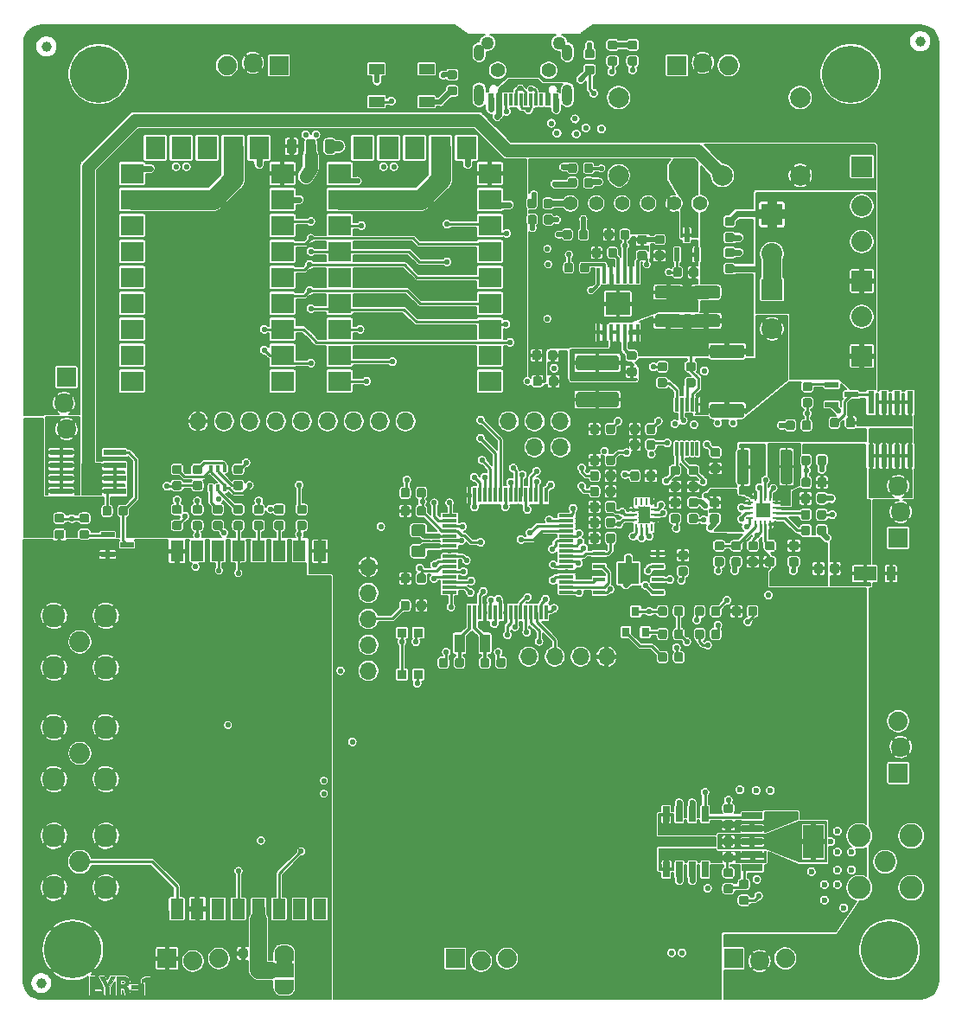
<source format=gtl>
G04 #@! TF.GenerationSoftware,KiCad,Pcbnew,(5.1.5)-3*
G04 #@! TF.CreationDate,2021-06-25T12:34:55-07:00*
G04 #@! TF.ProjectId,mainboard,6d61696e-626f-4617-9264-2e6b69636164,rev?*
G04 #@! TF.SameCoordinates,Original*
G04 #@! TF.FileFunction,Copper,L1,Top*
G04 #@! TF.FilePolarity,Positive*
%FSLAX46Y46*%
G04 Gerber Fmt 4.6, Leading zero omitted, Abs format (unit mm)*
G04 Created by KiCad (PCBNEW (5.1.5)-3) date 2021-06-25 12:34:55*
%MOMM*%
%LPD*%
G04 APERTURE LIST*
%ADD10C,0.010000*%
%ADD11C,0.100000*%
%ADD12R,0.650000X1.525000*%
%ADD13R,4.800001X5.699999*%
%ADD14R,1.300000X2.000000*%
%ADD15R,0.558800X1.320800*%
%ADD16R,1.320800X0.558800*%
%ADD17R,0.609600X2.209800*%
%ADD18R,2.209800X0.609600*%
%ADD19C,1.000000*%
%ADD20R,1.981200X2.286000*%
%ADD21R,2.286000X1.981200*%
%ADD22R,0.900000X0.900000*%
%ADD23R,1.900000X1.400000*%
%ADD24O,1.700000X1.700000*%
%ADD25R,0.800000X0.900000*%
%ADD26R,0.400000X0.650000*%
%ADD27C,5.600000*%
%ADD28R,2.000000X0.650000*%
%ADD29R,2.000000X3.200000*%
%ADD30C,2.006600*%
%ADD31C,2.032000*%
%ADD32R,2.032000X2.032000*%
%ADD33C,1.400000*%
%ADD34R,0.675000X0.250000*%
%ADD35R,0.250000X0.675000*%
%ADD36R,1.500000X1.000000*%
%ADD37R,0.330200X1.350000*%
%ADD38R,1.200000X0.450000*%
%ADD39R,2.100000X2.100000*%
%ADD40R,0.300000X1.150000*%
%ADD41R,0.600000X1.150000*%
%ADD42O,1.000000X1.600000*%
%ADD43O,1.000000X2.100000*%
%ADD44R,1.475000X0.300000*%
%ADD45R,0.300000X1.475000*%
%ADD46C,1.408000*%
%ADD47C,1.270000*%
%ADD48C,2.250000*%
%ADD49C,2.050000*%
%ADD50R,0.250000X0.700000*%
%ADD51R,0.700000X0.250000*%
%ADD52R,1.450000X1.450000*%
%ADD53R,1.879600X1.879600*%
%ADD54C,1.879600*%
%ADD55R,2.460000X2.310000*%
%ADD56R,0.304800X1.600200*%
%ADD57R,1.000000X1.800000*%
%ADD58R,2.200000X1.400000*%
%ADD59R,0.900000X1.400000*%
%ADD60C,0.600000*%
%ADD61C,0.584200*%
%ADD62C,0.609600*%
%ADD63C,0.250000*%
%ADD64C,0.279400*%
%ADD65C,0.406400*%
%ADD66C,1.270000*%
%ADD67C,0.271781*%
%ADD68C,0.271780*%
%ADD69C,0.300000*%
%ADD70C,0.508000*%
%ADD71C,0.330200*%
%ADD72C,0.293370*%
%ADD73C,0.234950*%
%ADD74C,0.304800*%
%ADD75C,0.203200*%
%ADD76C,0.975000*%
%ADD77C,0.228600*%
%ADD78C,1.651000*%
%ADD79C,1.981200*%
%ADD80C,1.778000*%
%ADD81C,0.152400*%
%ADD82C,0.127000*%
%ADD83C,0.088900*%
G04 APERTURE END LIST*
D10*
G36*
X109842300Y-147104100D02*
G01*
X109156500Y-147104100D01*
X109156500Y-146773900D01*
X109842300Y-146773900D01*
X109842300Y-147104100D01*
G37*
X109842300Y-147104100D02*
X109156500Y-147104100D01*
X109156500Y-146773900D01*
X109842300Y-146773900D01*
X109842300Y-147104100D01*
G36*
X110921800Y-147650200D02*
G01*
X110541026Y-147650200D01*
X110537738Y-146991218D01*
X110534450Y-146332237D01*
X110379369Y-146405880D01*
X110316030Y-146435486D01*
X110271833Y-146454711D01*
X110243285Y-146464692D01*
X110226889Y-146466566D01*
X110219150Y-146461471D01*
X110217896Y-146458436D01*
X110206261Y-146415277D01*
X110194468Y-146363643D01*
X110183614Y-146309573D01*
X110174796Y-146259105D01*
X110169109Y-146218277D01*
X110167652Y-146193129D01*
X110168837Y-146188335D01*
X110183111Y-146179990D01*
X110216572Y-146162952D01*
X110265327Y-146139127D01*
X110325481Y-146110422D01*
X110385183Y-146082438D01*
X110591516Y-145986500D01*
X110921800Y-145986500D01*
X110921800Y-147650200D01*
G37*
X110921800Y-147650200D02*
X110541026Y-147650200D01*
X110537738Y-146991218D01*
X110534450Y-146332237D01*
X110379369Y-146405880D01*
X110316030Y-146435486D01*
X110271833Y-146454711D01*
X110243285Y-146464692D01*
X110226889Y-146466566D01*
X110219150Y-146461471D01*
X110217896Y-146458436D01*
X110206261Y-146415277D01*
X110194468Y-146363643D01*
X110183614Y-146309573D01*
X110174796Y-146259105D01*
X110169109Y-146218277D01*
X110167652Y-146193129D01*
X110168837Y-146188335D01*
X110183111Y-146179990D01*
X110216572Y-146162952D01*
X110265327Y-146139127D01*
X110325481Y-146110422D01*
X110385183Y-146082438D01*
X110591516Y-145986500D01*
X110921800Y-145986500D01*
X110921800Y-147650200D01*
G36*
X108344822Y-145918589D02*
G01*
X108406100Y-145920247D01*
X108453874Y-145923190D01*
X108492104Y-145927638D01*
X108524754Y-145933812D01*
X108546900Y-145939412D01*
X108648650Y-145972874D01*
X108729968Y-146012303D01*
X108795580Y-146060191D01*
X108819028Y-146082837D01*
X108872309Y-146149830D01*
X108907797Y-146223304D01*
X108927475Y-146308754D01*
X108933298Y-146399250D01*
X108932687Y-146459307D01*
X108928587Y-146503204D01*
X108919379Y-146540111D01*
X108903445Y-146579199D01*
X108900338Y-146585895D01*
X108852908Y-146663248D01*
X108788955Y-146733764D01*
X108716145Y-146789445D01*
X108692425Y-146802723D01*
X108632402Y-146833228D01*
X108678015Y-146861418D01*
X108718647Y-146890543D01*
X108753869Y-146925772D01*
X108785253Y-146970217D01*
X108814376Y-147026991D01*
X108842814Y-147099204D01*
X108872140Y-147189968D01*
X108903931Y-147302394D01*
X108906958Y-147313650D01*
X108927299Y-147388525D01*
X108946919Y-147458929D01*
X108964281Y-147519475D01*
X108977845Y-147564775D01*
X108984465Y-147585121D01*
X108996113Y-147619021D01*
X109003151Y-147641304D01*
X109004100Y-147645446D01*
X108992118Y-147647073D01*
X108959049Y-147648460D01*
X108909203Y-147649503D01*
X108846892Y-147650099D01*
X108806601Y-147650200D01*
X108609103Y-147650200D01*
X108589839Y-147604094D01*
X108579328Y-147574474D01*
X108564393Y-147526533D01*
X108546914Y-147466556D01*
X108528769Y-147400828D01*
X108526241Y-147391369D01*
X108501207Y-147298160D01*
X108481146Y-147226052D01*
X108464847Y-147171508D01*
X108451103Y-147130994D01*
X108438705Y-147100972D01*
X108426444Y-147077908D01*
X108413111Y-147058266D01*
X108411754Y-147056461D01*
X108379354Y-147021232D01*
X108341054Y-146996872D01*
X108291000Y-146980980D01*
X108223339Y-146971156D01*
X108198559Y-146969020D01*
X108089700Y-146960652D01*
X108089700Y-147650200D01*
X107708521Y-147650200D01*
X107711785Y-146796177D01*
X107714004Y-146215583D01*
X108089700Y-146215583D01*
X108089700Y-146685000D01*
X108208087Y-146685000D01*
X108282634Y-146682290D01*
X108345797Y-146674725D01*
X108383108Y-146665703D01*
X108454812Y-146629691D01*
X108507121Y-146577966D01*
X108538812Y-146512200D01*
X108548707Y-146439401D01*
X108540933Y-146363993D01*
X108516024Y-146305106D01*
X108471573Y-146258565D01*
X108429056Y-146231893D01*
X108396464Y-146221343D01*
X108346328Y-146212481D01*
X108286481Y-146205930D01*
X108224758Y-146202311D01*
X108168992Y-146202248D01*
X108127017Y-146206363D01*
X108121918Y-146207497D01*
X108089700Y-146215583D01*
X107714004Y-146215583D01*
X107715050Y-145942155D01*
X107791250Y-145931001D01*
X107826132Y-145927703D01*
X107881609Y-145924649D01*
X107952873Y-145922001D01*
X108035119Y-145919924D01*
X108123540Y-145918580D01*
X108165900Y-145918248D01*
X108266076Y-145917996D01*
X108344822Y-145918589D01*
G37*
X108344822Y-145918589D02*
X108406100Y-145920247D01*
X108453874Y-145923190D01*
X108492104Y-145927638D01*
X108524754Y-145933812D01*
X108546900Y-145939412D01*
X108648650Y-145972874D01*
X108729968Y-146012303D01*
X108795580Y-146060191D01*
X108819028Y-146082837D01*
X108872309Y-146149830D01*
X108907797Y-146223304D01*
X108927475Y-146308754D01*
X108933298Y-146399250D01*
X108932687Y-146459307D01*
X108928587Y-146503204D01*
X108919379Y-146540111D01*
X108903445Y-146579199D01*
X108900338Y-146585895D01*
X108852908Y-146663248D01*
X108788955Y-146733764D01*
X108716145Y-146789445D01*
X108692425Y-146802723D01*
X108632402Y-146833228D01*
X108678015Y-146861418D01*
X108718647Y-146890543D01*
X108753869Y-146925772D01*
X108785253Y-146970217D01*
X108814376Y-147026991D01*
X108842814Y-147099204D01*
X108872140Y-147189968D01*
X108903931Y-147302394D01*
X108906958Y-147313650D01*
X108927299Y-147388525D01*
X108946919Y-147458929D01*
X108964281Y-147519475D01*
X108977845Y-147564775D01*
X108984465Y-147585121D01*
X108996113Y-147619021D01*
X109003151Y-147641304D01*
X109004100Y-147645446D01*
X108992118Y-147647073D01*
X108959049Y-147648460D01*
X108909203Y-147649503D01*
X108846892Y-147650099D01*
X108806601Y-147650200D01*
X108609103Y-147650200D01*
X108589839Y-147604094D01*
X108579328Y-147574474D01*
X108564393Y-147526533D01*
X108546914Y-147466556D01*
X108528769Y-147400828D01*
X108526241Y-147391369D01*
X108501207Y-147298160D01*
X108481146Y-147226052D01*
X108464847Y-147171508D01*
X108451103Y-147130994D01*
X108438705Y-147100972D01*
X108426444Y-147077908D01*
X108413111Y-147058266D01*
X108411754Y-147056461D01*
X108379354Y-147021232D01*
X108341054Y-146996872D01*
X108291000Y-146980980D01*
X108223339Y-146971156D01*
X108198559Y-146969020D01*
X108089700Y-146960652D01*
X108089700Y-147650200D01*
X107708521Y-147650200D01*
X107711785Y-146796177D01*
X107714004Y-146215583D01*
X108089700Y-146215583D01*
X108089700Y-146685000D01*
X108208087Y-146685000D01*
X108282634Y-146682290D01*
X108345797Y-146674725D01*
X108383108Y-146665703D01*
X108454812Y-146629691D01*
X108507121Y-146577966D01*
X108538812Y-146512200D01*
X108548707Y-146439401D01*
X108540933Y-146363993D01*
X108516024Y-146305106D01*
X108471573Y-146258565D01*
X108429056Y-146231893D01*
X108396464Y-146221343D01*
X108346328Y-146212481D01*
X108286481Y-146205930D01*
X108224758Y-146202311D01*
X108168992Y-146202248D01*
X108127017Y-146206363D01*
X108121918Y-146207497D01*
X108089700Y-146215583D01*
X107714004Y-146215583D01*
X107715050Y-145942155D01*
X107791250Y-145931001D01*
X107826132Y-145927703D01*
X107881609Y-145924649D01*
X107952873Y-145922001D01*
X108035119Y-145919924D01*
X108123540Y-145918580D01*
X108165900Y-145918248D01*
X108266076Y-145917996D01*
X108344822Y-145918589D01*
G36*
X106281222Y-145925879D02*
G01*
X106505725Y-145929350D01*
X106590305Y-146126200D01*
X106625700Y-146209288D01*
X106664259Y-146300982D01*
X106701947Y-146391613D01*
X106734727Y-146471514D01*
X106742960Y-146491847D01*
X106767673Y-146550996D01*
X106789669Y-146599681D01*
X106807063Y-146634029D01*
X106817972Y-146650163D01*
X106820149Y-146650597D01*
X106829088Y-146634054D01*
X106843099Y-146601231D01*
X106856348Y-146566736D01*
X106871122Y-146528144D01*
X106892495Y-146474539D01*
X106918895Y-146409665D01*
X106948745Y-146337264D01*
X106980471Y-146261078D01*
X107012499Y-146184850D01*
X107043255Y-146112324D01*
X107071162Y-146047240D01*
X107094648Y-145993343D01*
X107112138Y-145954374D01*
X107122056Y-145934077D01*
X107123301Y-145932207D01*
X107138565Y-145929133D01*
X107174805Y-145926873D01*
X107227609Y-145925554D01*
X107292564Y-145925304D01*
X107344463Y-145925857D01*
X107556173Y-145929350D01*
X106997883Y-146917242D01*
X106994516Y-147280546D01*
X106991150Y-147643850D01*
X106797475Y-147647355D01*
X106603800Y-147650861D01*
X106603800Y-146941810D01*
X106380437Y-146524480D01*
X106327423Y-146425466D01*
X106276114Y-146329709D01*
X106228249Y-146240443D01*
X106185561Y-146160905D01*
X106149789Y-146094330D01*
X106122668Y-146043954D01*
X106106896Y-146014779D01*
X106056719Y-145922409D01*
X106281222Y-145925879D01*
G37*
X106281222Y-145925879D02*
X106505725Y-145929350D01*
X106590305Y-146126200D01*
X106625700Y-146209288D01*
X106664259Y-146300982D01*
X106701947Y-146391613D01*
X106734727Y-146471514D01*
X106742960Y-146491847D01*
X106767673Y-146550996D01*
X106789669Y-146599681D01*
X106807063Y-146634029D01*
X106817972Y-146650163D01*
X106820149Y-146650597D01*
X106829088Y-146634054D01*
X106843099Y-146601231D01*
X106856348Y-146566736D01*
X106871122Y-146528144D01*
X106892495Y-146474539D01*
X106918895Y-146409665D01*
X106948745Y-146337264D01*
X106980471Y-146261078D01*
X107012499Y-146184850D01*
X107043255Y-146112324D01*
X107071162Y-146047240D01*
X107094648Y-145993343D01*
X107112138Y-145954374D01*
X107122056Y-145934077D01*
X107123301Y-145932207D01*
X107138565Y-145929133D01*
X107174805Y-145926873D01*
X107227609Y-145925554D01*
X107292564Y-145925304D01*
X107344463Y-145925857D01*
X107556173Y-145929350D01*
X106997883Y-146917242D01*
X106994516Y-147280546D01*
X106991150Y-147643850D01*
X106797475Y-147647355D01*
X106603800Y-147650861D01*
X106603800Y-146941810D01*
X106380437Y-146524480D01*
X106327423Y-146425466D01*
X106276114Y-146329709D01*
X106228249Y-146240443D01*
X106185561Y-146160905D01*
X106149789Y-146094330D01*
X106122668Y-146043954D01*
X106106896Y-146014779D01*
X106056719Y-145922409D01*
X106281222Y-145925879D01*
G36*
X105511600Y-147320000D02*
G01*
X106197400Y-147320000D01*
X106197400Y-147650200D01*
X105666116Y-147650200D01*
X105552337Y-147650003D01*
X105446501Y-147649443D01*
X105351293Y-147648561D01*
X105269398Y-147647399D01*
X105203501Y-147645999D01*
X105156287Y-147644404D01*
X105130440Y-147642655D01*
X105126366Y-147641733D01*
X105124931Y-147627916D01*
X105123572Y-147590799D01*
X105122310Y-147532480D01*
X105121166Y-147455061D01*
X105120161Y-147360639D01*
X105119314Y-147251315D01*
X105118647Y-147129189D01*
X105118180Y-146996359D01*
X105117934Y-146854925D01*
X105117900Y-146778133D01*
X105117900Y-145923000D01*
X105511600Y-145923000D01*
X105511600Y-147320000D01*
G37*
X105511600Y-147320000D02*
X106197400Y-147320000D01*
X106197400Y-147650200D01*
X105666116Y-147650200D01*
X105552337Y-147650003D01*
X105446501Y-147649443D01*
X105351293Y-147648561D01*
X105269398Y-147647399D01*
X105203501Y-147645999D01*
X105156287Y-147644404D01*
X105130440Y-147642655D01*
X105126366Y-147641733D01*
X105124931Y-147627916D01*
X105123572Y-147590799D01*
X105122310Y-147532480D01*
X105121166Y-147455061D01*
X105120161Y-147360639D01*
X105119314Y-147251315D01*
X105118647Y-147129189D01*
X105118180Y-146996359D01*
X105117934Y-146854925D01*
X105117900Y-146778133D01*
X105117900Y-145923000D01*
X105511600Y-145923000D01*
X105511600Y-147320000D01*
D11*
G36*
X124904500Y-144188000D02*
G01*
X124904500Y-144688000D01*
X123380500Y-144688000D01*
X123380500Y-144188000D01*
X124904500Y-144188000D01*
G37*
D12*
X161544000Y-130003000D03*
X162814000Y-130003000D03*
X164084000Y-130003000D03*
X165354000Y-130003000D03*
X165354000Y-135427000D03*
X164084000Y-135427000D03*
X162814000Y-135427000D03*
X161544000Y-135427000D03*
G04 #@! TA.AperFunction,SMDPad,CuDef*
D11*
G36*
X167917691Y-129027253D02*
G01*
X167938926Y-129030403D01*
X167959750Y-129035619D01*
X167979962Y-129042851D01*
X167999368Y-129052030D01*
X168017781Y-129063066D01*
X168035024Y-129075854D01*
X168050930Y-129090270D01*
X168065346Y-129106176D01*
X168078134Y-129123419D01*
X168089170Y-129141832D01*
X168098349Y-129161238D01*
X168105581Y-129181450D01*
X168110797Y-129202274D01*
X168113947Y-129223509D01*
X168115000Y-129244950D01*
X168115000Y-129682450D01*
X168113947Y-129703891D01*
X168110797Y-129725126D01*
X168105581Y-129745950D01*
X168098349Y-129766162D01*
X168089170Y-129785568D01*
X168078134Y-129803981D01*
X168065346Y-129821224D01*
X168050930Y-129837130D01*
X168035024Y-129851546D01*
X168017781Y-129864334D01*
X167999368Y-129875370D01*
X167979962Y-129884549D01*
X167959750Y-129891781D01*
X167938926Y-129896997D01*
X167917691Y-129900147D01*
X167896250Y-129901200D01*
X167383750Y-129901200D01*
X167362309Y-129900147D01*
X167341074Y-129896997D01*
X167320250Y-129891781D01*
X167300038Y-129884549D01*
X167280632Y-129875370D01*
X167262219Y-129864334D01*
X167244976Y-129851546D01*
X167229070Y-129837130D01*
X167214654Y-129821224D01*
X167201866Y-129803981D01*
X167190830Y-129785568D01*
X167181651Y-129766162D01*
X167174419Y-129745950D01*
X167169203Y-129725126D01*
X167166053Y-129703891D01*
X167165000Y-129682450D01*
X167165000Y-129244950D01*
X167166053Y-129223509D01*
X167169203Y-129202274D01*
X167174419Y-129181450D01*
X167181651Y-129161238D01*
X167190830Y-129141832D01*
X167201866Y-129123419D01*
X167214654Y-129106176D01*
X167229070Y-129090270D01*
X167244976Y-129075854D01*
X167262219Y-129063066D01*
X167280632Y-129052030D01*
X167300038Y-129042851D01*
X167320250Y-129035619D01*
X167341074Y-129030403D01*
X167362309Y-129027253D01*
X167383750Y-129026200D01*
X167896250Y-129026200D01*
X167917691Y-129027253D01*
G37*
G04 #@! TD.AperFunction*
G04 #@! TA.AperFunction,SMDPad,CuDef*
G36*
X167917691Y-130602253D02*
G01*
X167938926Y-130605403D01*
X167959750Y-130610619D01*
X167979962Y-130617851D01*
X167999368Y-130627030D01*
X168017781Y-130638066D01*
X168035024Y-130650854D01*
X168050930Y-130665270D01*
X168065346Y-130681176D01*
X168078134Y-130698419D01*
X168089170Y-130716832D01*
X168098349Y-130736238D01*
X168105581Y-130756450D01*
X168110797Y-130777274D01*
X168113947Y-130798509D01*
X168115000Y-130819950D01*
X168115000Y-131257450D01*
X168113947Y-131278891D01*
X168110797Y-131300126D01*
X168105581Y-131320950D01*
X168098349Y-131341162D01*
X168089170Y-131360568D01*
X168078134Y-131378981D01*
X168065346Y-131396224D01*
X168050930Y-131412130D01*
X168035024Y-131426546D01*
X168017781Y-131439334D01*
X167999368Y-131450370D01*
X167979962Y-131459549D01*
X167959750Y-131466781D01*
X167938926Y-131471997D01*
X167917691Y-131475147D01*
X167896250Y-131476200D01*
X167383750Y-131476200D01*
X167362309Y-131475147D01*
X167341074Y-131471997D01*
X167320250Y-131466781D01*
X167300038Y-131459549D01*
X167280632Y-131450370D01*
X167262219Y-131439334D01*
X167244976Y-131426546D01*
X167229070Y-131412130D01*
X167214654Y-131396224D01*
X167201866Y-131378981D01*
X167190830Y-131360568D01*
X167181651Y-131341162D01*
X167174419Y-131320950D01*
X167169203Y-131300126D01*
X167166053Y-131278891D01*
X167165000Y-131257450D01*
X167165000Y-130819950D01*
X167166053Y-130798509D01*
X167169203Y-130777274D01*
X167174419Y-130756450D01*
X167181651Y-130736238D01*
X167190830Y-130716832D01*
X167201866Y-130698419D01*
X167214654Y-130681176D01*
X167229070Y-130665270D01*
X167244976Y-130650854D01*
X167262219Y-130638066D01*
X167280632Y-130627030D01*
X167300038Y-130617851D01*
X167320250Y-130610619D01*
X167341074Y-130605403D01*
X167362309Y-130602253D01*
X167383750Y-130601200D01*
X167896250Y-130601200D01*
X167917691Y-130602253D01*
G37*
G04 #@! TD.AperFunction*
G04 #@! TA.AperFunction,SMDPad,CuDef*
G36*
X121931691Y-143163053D02*
G01*
X121952926Y-143166203D01*
X121973750Y-143171419D01*
X121993962Y-143178651D01*
X122013368Y-143187830D01*
X122031781Y-143198866D01*
X122049024Y-143211654D01*
X122064930Y-143226070D01*
X122079346Y-143241976D01*
X122092134Y-143259219D01*
X122103170Y-143277632D01*
X122112349Y-143297038D01*
X122119581Y-143317250D01*
X122124797Y-143338074D01*
X122127947Y-143359309D01*
X122129000Y-143380750D01*
X122129000Y-143893250D01*
X122127947Y-143914691D01*
X122124797Y-143935926D01*
X122119581Y-143956750D01*
X122112349Y-143976962D01*
X122103170Y-143996368D01*
X122092134Y-144014781D01*
X122079346Y-144032024D01*
X122064930Y-144047930D01*
X122049024Y-144062346D01*
X122031781Y-144075134D01*
X122013368Y-144086170D01*
X121993962Y-144095349D01*
X121973750Y-144102581D01*
X121952926Y-144107797D01*
X121931691Y-144110947D01*
X121910250Y-144112000D01*
X121472750Y-144112000D01*
X121451309Y-144110947D01*
X121430074Y-144107797D01*
X121409250Y-144102581D01*
X121389038Y-144095349D01*
X121369632Y-144086170D01*
X121351219Y-144075134D01*
X121333976Y-144062346D01*
X121318070Y-144047930D01*
X121303654Y-144032024D01*
X121290866Y-144014781D01*
X121279830Y-143996368D01*
X121270651Y-143976962D01*
X121263419Y-143956750D01*
X121258203Y-143935926D01*
X121255053Y-143914691D01*
X121254000Y-143893250D01*
X121254000Y-143380750D01*
X121255053Y-143359309D01*
X121258203Y-143338074D01*
X121263419Y-143317250D01*
X121270651Y-143297038D01*
X121279830Y-143277632D01*
X121290866Y-143259219D01*
X121303654Y-143241976D01*
X121318070Y-143226070D01*
X121333976Y-143211654D01*
X121351219Y-143198866D01*
X121369632Y-143187830D01*
X121389038Y-143178651D01*
X121409250Y-143171419D01*
X121430074Y-143166203D01*
X121451309Y-143163053D01*
X121472750Y-143162000D01*
X121910250Y-143162000D01*
X121931691Y-143163053D01*
G37*
G04 #@! TD.AperFunction*
G04 #@! TA.AperFunction,SMDPad,CuDef*
G36*
X120356691Y-143163053D02*
G01*
X120377926Y-143166203D01*
X120398750Y-143171419D01*
X120418962Y-143178651D01*
X120438368Y-143187830D01*
X120456781Y-143198866D01*
X120474024Y-143211654D01*
X120489930Y-143226070D01*
X120504346Y-143241976D01*
X120517134Y-143259219D01*
X120528170Y-143277632D01*
X120537349Y-143297038D01*
X120544581Y-143317250D01*
X120549797Y-143338074D01*
X120552947Y-143359309D01*
X120554000Y-143380750D01*
X120554000Y-143893250D01*
X120552947Y-143914691D01*
X120549797Y-143935926D01*
X120544581Y-143956750D01*
X120537349Y-143976962D01*
X120528170Y-143996368D01*
X120517134Y-144014781D01*
X120504346Y-144032024D01*
X120489930Y-144047930D01*
X120474024Y-144062346D01*
X120456781Y-144075134D01*
X120438368Y-144086170D01*
X120418962Y-144095349D01*
X120398750Y-144102581D01*
X120377926Y-144107797D01*
X120356691Y-144110947D01*
X120335250Y-144112000D01*
X119897750Y-144112000D01*
X119876309Y-144110947D01*
X119855074Y-144107797D01*
X119834250Y-144102581D01*
X119814038Y-144095349D01*
X119794632Y-144086170D01*
X119776219Y-144075134D01*
X119758976Y-144062346D01*
X119743070Y-144047930D01*
X119728654Y-144032024D01*
X119715866Y-144014781D01*
X119704830Y-143996368D01*
X119695651Y-143976962D01*
X119688419Y-143956750D01*
X119683203Y-143935926D01*
X119680053Y-143914691D01*
X119679000Y-143893250D01*
X119679000Y-143380750D01*
X119680053Y-143359309D01*
X119683203Y-143338074D01*
X119688419Y-143317250D01*
X119695651Y-143297038D01*
X119704830Y-143277632D01*
X119715866Y-143259219D01*
X119728654Y-143241976D01*
X119743070Y-143226070D01*
X119758976Y-143211654D01*
X119776219Y-143198866D01*
X119794632Y-143187830D01*
X119814038Y-143178651D01*
X119834250Y-143171419D01*
X119855074Y-143166203D01*
X119876309Y-143163053D01*
X119897750Y-143162000D01*
X120335250Y-143162000D01*
X120356691Y-143163053D01*
G37*
G04 #@! TD.AperFunction*
D13*
X118879100Y-127698500D03*
D14*
X113629100Y-104266000D03*
X115629100Y-104266000D03*
X117629100Y-104266000D03*
X119629100Y-104266000D03*
X121629100Y-104266000D03*
X123629100Y-104266000D03*
X125629100Y-104266000D03*
X127629100Y-104266000D03*
X113629100Y-139266000D03*
X115629100Y-139266000D03*
X117629100Y-139266000D03*
X119629100Y-139266000D03*
X121629100Y-139266000D03*
X123629100Y-139266000D03*
X125629100Y-139266000D03*
X127629100Y-139266000D03*
D15*
X163576000Y-73355200D03*
X164528500Y-75234800D03*
X162623500Y-75234800D03*
D16*
X179663400Y-88948096D03*
X177783800Y-89900596D03*
X177783800Y-87995596D03*
X108719204Y-103632000D03*
X106839604Y-104584500D03*
X106839604Y-102679500D03*
D17*
X185420000Y-94945200D03*
X184150000Y-94945200D03*
X182880000Y-94945200D03*
X181610000Y-94945200D03*
X181610000Y-89712800D03*
X182880000Y-89712800D03*
X184150000Y-89712800D03*
X185420000Y-89712800D03*
D18*
X102285800Y-98425000D03*
X102285800Y-97155000D03*
X102285800Y-95885000D03*
X102285800Y-94615000D03*
X107518200Y-94615000D03*
X107518200Y-95885000D03*
X107518200Y-97155000D03*
X107518200Y-98425000D03*
D19*
X186436000Y-54356000D03*
X100838000Y-54864000D03*
X100330000Y-146558000D03*
G04 #@! TA.AperFunction,SMDPad,CuDef*
D11*
G36*
X165060691Y-109673153D02*
G01*
X165081926Y-109676303D01*
X165102750Y-109681519D01*
X165122962Y-109688751D01*
X165142368Y-109697930D01*
X165160781Y-109708966D01*
X165178024Y-109721754D01*
X165193930Y-109736170D01*
X165208346Y-109752076D01*
X165221134Y-109769319D01*
X165232170Y-109787732D01*
X165241349Y-109807138D01*
X165248581Y-109827350D01*
X165253797Y-109848174D01*
X165256947Y-109869409D01*
X165258000Y-109890850D01*
X165258000Y-110403350D01*
X165256947Y-110424791D01*
X165253797Y-110446026D01*
X165248581Y-110466850D01*
X165241349Y-110487062D01*
X165232170Y-110506468D01*
X165221134Y-110524881D01*
X165208346Y-110542124D01*
X165193930Y-110558030D01*
X165178024Y-110572446D01*
X165160781Y-110585234D01*
X165142368Y-110596270D01*
X165122962Y-110605449D01*
X165102750Y-110612681D01*
X165081926Y-110617897D01*
X165060691Y-110621047D01*
X165039250Y-110622100D01*
X164601750Y-110622100D01*
X164580309Y-110621047D01*
X164559074Y-110617897D01*
X164538250Y-110612681D01*
X164518038Y-110605449D01*
X164498632Y-110596270D01*
X164480219Y-110585234D01*
X164462976Y-110572446D01*
X164447070Y-110558030D01*
X164432654Y-110542124D01*
X164419866Y-110524881D01*
X164408830Y-110506468D01*
X164399651Y-110487062D01*
X164392419Y-110466850D01*
X164387203Y-110446026D01*
X164384053Y-110424791D01*
X164383000Y-110403350D01*
X164383000Y-109890850D01*
X164384053Y-109869409D01*
X164387203Y-109848174D01*
X164392419Y-109827350D01*
X164399651Y-109807138D01*
X164408830Y-109787732D01*
X164419866Y-109769319D01*
X164432654Y-109752076D01*
X164447070Y-109736170D01*
X164462976Y-109721754D01*
X164480219Y-109708966D01*
X164498632Y-109697930D01*
X164518038Y-109688751D01*
X164538250Y-109681519D01*
X164559074Y-109676303D01*
X164580309Y-109673153D01*
X164601750Y-109672100D01*
X165039250Y-109672100D01*
X165060691Y-109673153D01*
G37*
G04 #@! TD.AperFunction*
G04 #@! TA.AperFunction,SMDPad,CuDef*
G36*
X166635691Y-109673153D02*
G01*
X166656926Y-109676303D01*
X166677750Y-109681519D01*
X166697962Y-109688751D01*
X166717368Y-109697930D01*
X166735781Y-109708966D01*
X166753024Y-109721754D01*
X166768930Y-109736170D01*
X166783346Y-109752076D01*
X166796134Y-109769319D01*
X166807170Y-109787732D01*
X166816349Y-109807138D01*
X166823581Y-109827350D01*
X166828797Y-109848174D01*
X166831947Y-109869409D01*
X166833000Y-109890850D01*
X166833000Y-110403350D01*
X166831947Y-110424791D01*
X166828797Y-110446026D01*
X166823581Y-110466850D01*
X166816349Y-110487062D01*
X166807170Y-110506468D01*
X166796134Y-110524881D01*
X166783346Y-110542124D01*
X166768930Y-110558030D01*
X166753024Y-110572446D01*
X166735781Y-110585234D01*
X166717368Y-110596270D01*
X166697962Y-110605449D01*
X166677750Y-110612681D01*
X166656926Y-110617897D01*
X166635691Y-110621047D01*
X166614250Y-110622100D01*
X166176750Y-110622100D01*
X166155309Y-110621047D01*
X166134074Y-110617897D01*
X166113250Y-110612681D01*
X166093038Y-110605449D01*
X166073632Y-110596270D01*
X166055219Y-110585234D01*
X166037976Y-110572446D01*
X166022070Y-110558030D01*
X166007654Y-110542124D01*
X165994866Y-110524881D01*
X165983830Y-110506468D01*
X165974651Y-110487062D01*
X165967419Y-110466850D01*
X165962203Y-110446026D01*
X165959053Y-110424791D01*
X165958000Y-110403350D01*
X165958000Y-109890850D01*
X165959053Y-109869409D01*
X165962203Y-109848174D01*
X165967419Y-109827350D01*
X165974651Y-109807138D01*
X165983830Y-109787732D01*
X165994866Y-109769319D01*
X166007654Y-109752076D01*
X166022070Y-109736170D01*
X166037976Y-109721754D01*
X166055219Y-109708966D01*
X166073632Y-109697930D01*
X166093038Y-109688751D01*
X166113250Y-109681519D01*
X166134074Y-109676303D01*
X166155309Y-109673153D01*
X166176750Y-109672100D01*
X166614250Y-109672100D01*
X166635691Y-109673153D01*
G37*
G04 #@! TD.AperFunction*
G04 #@! TA.AperFunction,SMDPad,CuDef*
G36*
X119906791Y-101316053D02*
G01*
X119928026Y-101319203D01*
X119948850Y-101324419D01*
X119969062Y-101331651D01*
X119988468Y-101340830D01*
X120006881Y-101351866D01*
X120024124Y-101364654D01*
X120040030Y-101379070D01*
X120054446Y-101394976D01*
X120067234Y-101412219D01*
X120078270Y-101430632D01*
X120087449Y-101450038D01*
X120094681Y-101470250D01*
X120099897Y-101491074D01*
X120103047Y-101512309D01*
X120104100Y-101533750D01*
X120104100Y-101971250D01*
X120103047Y-101992691D01*
X120099897Y-102013926D01*
X120094681Y-102034750D01*
X120087449Y-102054962D01*
X120078270Y-102074368D01*
X120067234Y-102092781D01*
X120054446Y-102110024D01*
X120040030Y-102125930D01*
X120024124Y-102140346D01*
X120006881Y-102153134D01*
X119988468Y-102164170D01*
X119969062Y-102173349D01*
X119948850Y-102180581D01*
X119928026Y-102185797D01*
X119906791Y-102188947D01*
X119885350Y-102190000D01*
X119372850Y-102190000D01*
X119351409Y-102188947D01*
X119330174Y-102185797D01*
X119309350Y-102180581D01*
X119289138Y-102173349D01*
X119269732Y-102164170D01*
X119251319Y-102153134D01*
X119234076Y-102140346D01*
X119218170Y-102125930D01*
X119203754Y-102110024D01*
X119190966Y-102092781D01*
X119179930Y-102074368D01*
X119170751Y-102054962D01*
X119163519Y-102034750D01*
X119158303Y-102013926D01*
X119155153Y-101992691D01*
X119154100Y-101971250D01*
X119154100Y-101533750D01*
X119155153Y-101512309D01*
X119158303Y-101491074D01*
X119163519Y-101470250D01*
X119170751Y-101450038D01*
X119179930Y-101430632D01*
X119190966Y-101412219D01*
X119203754Y-101394976D01*
X119218170Y-101379070D01*
X119234076Y-101364654D01*
X119251319Y-101351866D01*
X119269732Y-101340830D01*
X119289138Y-101331651D01*
X119309350Y-101324419D01*
X119330174Y-101319203D01*
X119351409Y-101316053D01*
X119372850Y-101315000D01*
X119885350Y-101315000D01*
X119906791Y-101316053D01*
G37*
G04 #@! TD.AperFunction*
G04 #@! TA.AperFunction,SMDPad,CuDef*
G36*
X119906791Y-99741053D02*
G01*
X119928026Y-99744203D01*
X119948850Y-99749419D01*
X119969062Y-99756651D01*
X119988468Y-99765830D01*
X120006881Y-99776866D01*
X120024124Y-99789654D01*
X120040030Y-99804070D01*
X120054446Y-99819976D01*
X120067234Y-99837219D01*
X120078270Y-99855632D01*
X120087449Y-99875038D01*
X120094681Y-99895250D01*
X120099897Y-99916074D01*
X120103047Y-99937309D01*
X120104100Y-99958750D01*
X120104100Y-100396250D01*
X120103047Y-100417691D01*
X120099897Y-100438926D01*
X120094681Y-100459750D01*
X120087449Y-100479962D01*
X120078270Y-100499368D01*
X120067234Y-100517781D01*
X120054446Y-100535024D01*
X120040030Y-100550930D01*
X120024124Y-100565346D01*
X120006881Y-100578134D01*
X119988468Y-100589170D01*
X119969062Y-100598349D01*
X119948850Y-100605581D01*
X119928026Y-100610797D01*
X119906791Y-100613947D01*
X119885350Y-100615000D01*
X119372850Y-100615000D01*
X119351409Y-100613947D01*
X119330174Y-100610797D01*
X119309350Y-100605581D01*
X119289138Y-100598349D01*
X119269732Y-100589170D01*
X119251319Y-100578134D01*
X119234076Y-100565346D01*
X119218170Y-100550930D01*
X119203754Y-100535024D01*
X119190966Y-100517781D01*
X119179930Y-100499368D01*
X119170751Y-100479962D01*
X119163519Y-100459750D01*
X119158303Y-100438926D01*
X119155153Y-100417691D01*
X119154100Y-100396250D01*
X119154100Y-99958750D01*
X119155153Y-99937309D01*
X119158303Y-99916074D01*
X119163519Y-99895250D01*
X119170751Y-99875038D01*
X119179930Y-99855632D01*
X119190966Y-99837219D01*
X119203754Y-99819976D01*
X119218170Y-99804070D01*
X119234076Y-99789654D01*
X119251319Y-99776866D01*
X119269732Y-99765830D01*
X119289138Y-99756651D01*
X119309350Y-99749419D01*
X119330174Y-99744203D01*
X119351409Y-99741053D01*
X119372850Y-99740000D01*
X119885350Y-99740000D01*
X119906791Y-99741053D01*
G37*
G04 #@! TD.AperFunction*
G04 #@! TA.AperFunction,SMDPad,CuDef*
G36*
X166635691Y-111921053D02*
G01*
X166656926Y-111924203D01*
X166677750Y-111929419D01*
X166697962Y-111936651D01*
X166717368Y-111945830D01*
X166735781Y-111956866D01*
X166753024Y-111969654D01*
X166768930Y-111984070D01*
X166783346Y-111999976D01*
X166796134Y-112017219D01*
X166807170Y-112035632D01*
X166816349Y-112055038D01*
X166823581Y-112075250D01*
X166828797Y-112096074D01*
X166831947Y-112117309D01*
X166833000Y-112138750D01*
X166833000Y-112651250D01*
X166831947Y-112672691D01*
X166828797Y-112693926D01*
X166823581Y-112714750D01*
X166816349Y-112734962D01*
X166807170Y-112754368D01*
X166796134Y-112772781D01*
X166783346Y-112790024D01*
X166768930Y-112805930D01*
X166753024Y-112820346D01*
X166735781Y-112833134D01*
X166717368Y-112844170D01*
X166697962Y-112853349D01*
X166677750Y-112860581D01*
X166656926Y-112865797D01*
X166635691Y-112868947D01*
X166614250Y-112870000D01*
X166176750Y-112870000D01*
X166155309Y-112868947D01*
X166134074Y-112865797D01*
X166113250Y-112860581D01*
X166093038Y-112853349D01*
X166073632Y-112844170D01*
X166055219Y-112833134D01*
X166037976Y-112820346D01*
X166022070Y-112805930D01*
X166007654Y-112790024D01*
X165994866Y-112772781D01*
X165983830Y-112754368D01*
X165974651Y-112734962D01*
X165967419Y-112714750D01*
X165962203Y-112693926D01*
X165959053Y-112672691D01*
X165958000Y-112651250D01*
X165958000Y-112138750D01*
X165959053Y-112117309D01*
X165962203Y-112096074D01*
X165967419Y-112075250D01*
X165974651Y-112055038D01*
X165983830Y-112035632D01*
X165994866Y-112017219D01*
X166007654Y-111999976D01*
X166022070Y-111984070D01*
X166037976Y-111969654D01*
X166055219Y-111956866D01*
X166073632Y-111945830D01*
X166093038Y-111936651D01*
X166113250Y-111929419D01*
X166134074Y-111924203D01*
X166155309Y-111921053D01*
X166176750Y-111920000D01*
X166614250Y-111920000D01*
X166635691Y-111921053D01*
G37*
G04 #@! TD.AperFunction*
G04 #@! TA.AperFunction,SMDPad,CuDef*
G36*
X165060691Y-111921053D02*
G01*
X165081926Y-111924203D01*
X165102750Y-111929419D01*
X165122962Y-111936651D01*
X165142368Y-111945830D01*
X165160781Y-111956866D01*
X165178024Y-111969654D01*
X165193930Y-111984070D01*
X165208346Y-111999976D01*
X165221134Y-112017219D01*
X165232170Y-112035632D01*
X165241349Y-112055038D01*
X165248581Y-112075250D01*
X165253797Y-112096074D01*
X165256947Y-112117309D01*
X165258000Y-112138750D01*
X165258000Y-112651250D01*
X165256947Y-112672691D01*
X165253797Y-112693926D01*
X165248581Y-112714750D01*
X165241349Y-112734962D01*
X165232170Y-112754368D01*
X165221134Y-112772781D01*
X165208346Y-112790024D01*
X165193930Y-112805930D01*
X165178024Y-112820346D01*
X165160781Y-112833134D01*
X165142368Y-112844170D01*
X165122962Y-112853349D01*
X165102750Y-112860581D01*
X165081926Y-112865797D01*
X165060691Y-112868947D01*
X165039250Y-112870000D01*
X164601750Y-112870000D01*
X164580309Y-112868947D01*
X164559074Y-112865797D01*
X164538250Y-112860581D01*
X164518038Y-112853349D01*
X164498632Y-112844170D01*
X164480219Y-112833134D01*
X164462976Y-112820346D01*
X164447070Y-112805930D01*
X164432654Y-112790024D01*
X164419866Y-112772781D01*
X164408830Y-112754368D01*
X164399651Y-112734962D01*
X164392419Y-112714750D01*
X164387203Y-112693926D01*
X164384053Y-112672691D01*
X164383000Y-112651250D01*
X164383000Y-112138750D01*
X164384053Y-112117309D01*
X164387203Y-112096074D01*
X164392419Y-112075250D01*
X164399651Y-112055038D01*
X164408830Y-112035632D01*
X164419866Y-112017219D01*
X164432654Y-111999976D01*
X164447070Y-111984070D01*
X164462976Y-111969654D01*
X164480219Y-111956866D01*
X164498632Y-111945830D01*
X164518038Y-111936651D01*
X164538250Y-111929419D01*
X164559074Y-111924203D01*
X164580309Y-111921053D01*
X164601750Y-111920000D01*
X165039250Y-111920000D01*
X165060691Y-111921053D01*
G37*
G04 #@! TD.AperFunction*
G04 #@! TA.AperFunction,SMDPad,CuDef*
G36*
X121906791Y-99741053D02*
G01*
X121928026Y-99744203D01*
X121948850Y-99749419D01*
X121969062Y-99756651D01*
X121988468Y-99765830D01*
X122006881Y-99776866D01*
X122024124Y-99789654D01*
X122040030Y-99804070D01*
X122054446Y-99819976D01*
X122067234Y-99837219D01*
X122078270Y-99855632D01*
X122087449Y-99875038D01*
X122094681Y-99895250D01*
X122099897Y-99916074D01*
X122103047Y-99937309D01*
X122104100Y-99958750D01*
X122104100Y-100396250D01*
X122103047Y-100417691D01*
X122099897Y-100438926D01*
X122094681Y-100459750D01*
X122087449Y-100479962D01*
X122078270Y-100499368D01*
X122067234Y-100517781D01*
X122054446Y-100535024D01*
X122040030Y-100550930D01*
X122024124Y-100565346D01*
X122006881Y-100578134D01*
X121988468Y-100589170D01*
X121969062Y-100598349D01*
X121948850Y-100605581D01*
X121928026Y-100610797D01*
X121906791Y-100613947D01*
X121885350Y-100615000D01*
X121372850Y-100615000D01*
X121351409Y-100613947D01*
X121330174Y-100610797D01*
X121309350Y-100605581D01*
X121289138Y-100598349D01*
X121269732Y-100589170D01*
X121251319Y-100578134D01*
X121234076Y-100565346D01*
X121218170Y-100550930D01*
X121203754Y-100535024D01*
X121190966Y-100517781D01*
X121179930Y-100499368D01*
X121170751Y-100479962D01*
X121163519Y-100459750D01*
X121158303Y-100438926D01*
X121155153Y-100417691D01*
X121154100Y-100396250D01*
X121154100Y-99958750D01*
X121155153Y-99937309D01*
X121158303Y-99916074D01*
X121163519Y-99895250D01*
X121170751Y-99875038D01*
X121179930Y-99855632D01*
X121190966Y-99837219D01*
X121203754Y-99819976D01*
X121218170Y-99804070D01*
X121234076Y-99789654D01*
X121251319Y-99776866D01*
X121269732Y-99765830D01*
X121289138Y-99756651D01*
X121309350Y-99749419D01*
X121330174Y-99744203D01*
X121351409Y-99741053D01*
X121372850Y-99740000D01*
X121885350Y-99740000D01*
X121906791Y-99741053D01*
G37*
G04 #@! TD.AperFunction*
G04 #@! TA.AperFunction,SMDPad,CuDef*
G36*
X121906791Y-101316053D02*
G01*
X121928026Y-101319203D01*
X121948850Y-101324419D01*
X121969062Y-101331651D01*
X121988468Y-101340830D01*
X122006881Y-101351866D01*
X122024124Y-101364654D01*
X122040030Y-101379070D01*
X122054446Y-101394976D01*
X122067234Y-101412219D01*
X122078270Y-101430632D01*
X122087449Y-101450038D01*
X122094681Y-101470250D01*
X122099897Y-101491074D01*
X122103047Y-101512309D01*
X122104100Y-101533750D01*
X122104100Y-101971250D01*
X122103047Y-101992691D01*
X122099897Y-102013926D01*
X122094681Y-102034750D01*
X122087449Y-102054962D01*
X122078270Y-102074368D01*
X122067234Y-102092781D01*
X122054446Y-102110024D01*
X122040030Y-102125930D01*
X122024124Y-102140346D01*
X122006881Y-102153134D01*
X121988468Y-102164170D01*
X121969062Y-102173349D01*
X121948850Y-102180581D01*
X121928026Y-102185797D01*
X121906791Y-102188947D01*
X121885350Y-102190000D01*
X121372850Y-102190000D01*
X121351409Y-102188947D01*
X121330174Y-102185797D01*
X121309350Y-102180581D01*
X121289138Y-102173349D01*
X121269732Y-102164170D01*
X121251319Y-102153134D01*
X121234076Y-102140346D01*
X121218170Y-102125930D01*
X121203754Y-102110024D01*
X121190966Y-102092781D01*
X121179930Y-102074368D01*
X121170751Y-102054962D01*
X121163519Y-102034750D01*
X121158303Y-102013926D01*
X121155153Y-101992691D01*
X121154100Y-101971250D01*
X121154100Y-101533750D01*
X121155153Y-101512309D01*
X121158303Y-101491074D01*
X121163519Y-101470250D01*
X121170751Y-101450038D01*
X121179930Y-101430632D01*
X121190966Y-101412219D01*
X121203754Y-101394976D01*
X121218170Y-101379070D01*
X121234076Y-101364654D01*
X121251319Y-101351866D01*
X121269732Y-101340830D01*
X121289138Y-101331651D01*
X121309350Y-101324419D01*
X121330174Y-101319203D01*
X121351409Y-101316053D01*
X121372850Y-101315000D01*
X121885350Y-101315000D01*
X121906791Y-101316053D01*
G37*
G04 #@! TD.AperFunction*
G04 #@! TA.AperFunction,SMDPad,CuDef*
G36*
X113906791Y-99741053D02*
G01*
X113928026Y-99744203D01*
X113948850Y-99749419D01*
X113969062Y-99756651D01*
X113988468Y-99765830D01*
X114006881Y-99776866D01*
X114024124Y-99789654D01*
X114040030Y-99804070D01*
X114054446Y-99819976D01*
X114067234Y-99837219D01*
X114078270Y-99855632D01*
X114087449Y-99875038D01*
X114094681Y-99895250D01*
X114099897Y-99916074D01*
X114103047Y-99937309D01*
X114104100Y-99958750D01*
X114104100Y-100396250D01*
X114103047Y-100417691D01*
X114099897Y-100438926D01*
X114094681Y-100459750D01*
X114087449Y-100479962D01*
X114078270Y-100499368D01*
X114067234Y-100517781D01*
X114054446Y-100535024D01*
X114040030Y-100550930D01*
X114024124Y-100565346D01*
X114006881Y-100578134D01*
X113988468Y-100589170D01*
X113969062Y-100598349D01*
X113948850Y-100605581D01*
X113928026Y-100610797D01*
X113906791Y-100613947D01*
X113885350Y-100615000D01*
X113372850Y-100615000D01*
X113351409Y-100613947D01*
X113330174Y-100610797D01*
X113309350Y-100605581D01*
X113289138Y-100598349D01*
X113269732Y-100589170D01*
X113251319Y-100578134D01*
X113234076Y-100565346D01*
X113218170Y-100550930D01*
X113203754Y-100535024D01*
X113190966Y-100517781D01*
X113179930Y-100499368D01*
X113170751Y-100479962D01*
X113163519Y-100459750D01*
X113158303Y-100438926D01*
X113155153Y-100417691D01*
X113154100Y-100396250D01*
X113154100Y-99958750D01*
X113155153Y-99937309D01*
X113158303Y-99916074D01*
X113163519Y-99895250D01*
X113170751Y-99875038D01*
X113179930Y-99855632D01*
X113190966Y-99837219D01*
X113203754Y-99819976D01*
X113218170Y-99804070D01*
X113234076Y-99789654D01*
X113251319Y-99776866D01*
X113269732Y-99765830D01*
X113289138Y-99756651D01*
X113309350Y-99749419D01*
X113330174Y-99744203D01*
X113351409Y-99741053D01*
X113372850Y-99740000D01*
X113885350Y-99740000D01*
X113906791Y-99741053D01*
G37*
G04 #@! TD.AperFunction*
G04 #@! TA.AperFunction,SMDPad,CuDef*
G36*
X113906791Y-101316053D02*
G01*
X113928026Y-101319203D01*
X113948850Y-101324419D01*
X113969062Y-101331651D01*
X113988468Y-101340830D01*
X114006881Y-101351866D01*
X114024124Y-101364654D01*
X114040030Y-101379070D01*
X114054446Y-101394976D01*
X114067234Y-101412219D01*
X114078270Y-101430632D01*
X114087449Y-101450038D01*
X114094681Y-101470250D01*
X114099897Y-101491074D01*
X114103047Y-101512309D01*
X114104100Y-101533750D01*
X114104100Y-101971250D01*
X114103047Y-101992691D01*
X114099897Y-102013926D01*
X114094681Y-102034750D01*
X114087449Y-102054962D01*
X114078270Y-102074368D01*
X114067234Y-102092781D01*
X114054446Y-102110024D01*
X114040030Y-102125930D01*
X114024124Y-102140346D01*
X114006881Y-102153134D01*
X113988468Y-102164170D01*
X113969062Y-102173349D01*
X113948850Y-102180581D01*
X113928026Y-102185797D01*
X113906791Y-102188947D01*
X113885350Y-102190000D01*
X113372850Y-102190000D01*
X113351409Y-102188947D01*
X113330174Y-102185797D01*
X113309350Y-102180581D01*
X113289138Y-102173349D01*
X113269732Y-102164170D01*
X113251319Y-102153134D01*
X113234076Y-102140346D01*
X113218170Y-102125930D01*
X113203754Y-102110024D01*
X113190966Y-102092781D01*
X113179930Y-102074368D01*
X113170751Y-102054962D01*
X113163519Y-102034750D01*
X113158303Y-102013926D01*
X113155153Y-101992691D01*
X113154100Y-101971250D01*
X113154100Y-101533750D01*
X113155153Y-101512309D01*
X113158303Y-101491074D01*
X113163519Y-101470250D01*
X113170751Y-101450038D01*
X113179930Y-101430632D01*
X113190966Y-101412219D01*
X113203754Y-101394976D01*
X113218170Y-101379070D01*
X113234076Y-101364654D01*
X113251319Y-101351866D01*
X113269732Y-101340830D01*
X113289138Y-101331651D01*
X113309350Y-101324419D01*
X113330174Y-101319203D01*
X113351409Y-101316053D01*
X113372850Y-101315000D01*
X113885350Y-101315000D01*
X113906791Y-101316053D01*
G37*
G04 #@! TD.AperFunction*
G04 #@! TA.AperFunction,SMDPad,CuDef*
G36*
X115906791Y-99741053D02*
G01*
X115928026Y-99744203D01*
X115948850Y-99749419D01*
X115969062Y-99756651D01*
X115988468Y-99765830D01*
X116006881Y-99776866D01*
X116024124Y-99789654D01*
X116040030Y-99804070D01*
X116054446Y-99819976D01*
X116067234Y-99837219D01*
X116078270Y-99855632D01*
X116087449Y-99875038D01*
X116094681Y-99895250D01*
X116099897Y-99916074D01*
X116103047Y-99937309D01*
X116104100Y-99958750D01*
X116104100Y-100396250D01*
X116103047Y-100417691D01*
X116099897Y-100438926D01*
X116094681Y-100459750D01*
X116087449Y-100479962D01*
X116078270Y-100499368D01*
X116067234Y-100517781D01*
X116054446Y-100535024D01*
X116040030Y-100550930D01*
X116024124Y-100565346D01*
X116006881Y-100578134D01*
X115988468Y-100589170D01*
X115969062Y-100598349D01*
X115948850Y-100605581D01*
X115928026Y-100610797D01*
X115906791Y-100613947D01*
X115885350Y-100615000D01*
X115372850Y-100615000D01*
X115351409Y-100613947D01*
X115330174Y-100610797D01*
X115309350Y-100605581D01*
X115289138Y-100598349D01*
X115269732Y-100589170D01*
X115251319Y-100578134D01*
X115234076Y-100565346D01*
X115218170Y-100550930D01*
X115203754Y-100535024D01*
X115190966Y-100517781D01*
X115179930Y-100499368D01*
X115170751Y-100479962D01*
X115163519Y-100459750D01*
X115158303Y-100438926D01*
X115155153Y-100417691D01*
X115154100Y-100396250D01*
X115154100Y-99958750D01*
X115155153Y-99937309D01*
X115158303Y-99916074D01*
X115163519Y-99895250D01*
X115170751Y-99875038D01*
X115179930Y-99855632D01*
X115190966Y-99837219D01*
X115203754Y-99819976D01*
X115218170Y-99804070D01*
X115234076Y-99789654D01*
X115251319Y-99776866D01*
X115269732Y-99765830D01*
X115289138Y-99756651D01*
X115309350Y-99749419D01*
X115330174Y-99744203D01*
X115351409Y-99741053D01*
X115372850Y-99740000D01*
X115885350Y-99740000D01*
X115906791Y-99741053D01*
G37*
G04 #@! TD.AperFunction*
G04 #@! TA.AperFunction,SMDPad,CuDef*
G36*
X115906791Y-101316053D02*
G01*
X115928026Y-101319203D01*
X115948850Y-101324419D01*
X115969062Y-101331651D01*
X115988468Y-101340830D01*
X116006881Y-101351866D01*
X116024124Y-101364654D01*
X116040030Y-101379070D01*
X116054446Y-101394976D01*
X116067234Y-101412219D01*
X116078270Y-101430632D01*
X116087449Y-101450038D01*
X116094681Y-101470250D01*
X116099897Y-101491074D01*
X116103047Y-101512309D01*
X116104100Y-101533750D01*
X116104100Y-101971250D01*
X116103047Y-101992691D01*
X116099897Y-102013926D01*
X116094681Y-102034750D01*
X116087449Y-102054962D01*
X116078270Y-102074368D01*
X116067234Y-102092781D01*
X116054446Y-102110024D01*
X116040030Y-102125930D01*
X116024124Y-102140346D01*
X116006881Y-102153134D01*
X115988468Y-102164170D01*
X115969062Y-102173349D01*
X115948850Y-102180581D01*
X115928026Y-102185797D01*
X115906791Y-102188947D01*
X115885350Y-102190000D01*
X115372850Y-102190000D01*
X115351409Y-102188947D01*
X115330174Y-102185797D01*
X115309350Y-102180581D01*
X115289138Y-102173349D01*
X115269732Y-102164170D01*
X115251319Y-102153134D01*
X115234076Y-102140346D01*
X115218170Y-102125930D01*
X115203754Y-102110024D01*
X115190966Y-102092781D01*
X115179930Y-102074368D01*
X115170751Y-102054962D01*
X115163519Y-102034750D01*
X115158303Y-102013926D01*
X115155153Y-101992691D01*
X115154100Y-101971250D01*
X115154100Y-101533750D01*
X115155153Y-101512309D01*
X115158303Y-101491074D01*
X115163519Y-101470250D01*
X115170751Y-101450038D01*
X115179930Y-101430632D01*
X115190966Y-101412219D01*
X115203754Y-101394976D01*
X115218170Y-101379070D01*
X115234076Y-101364654D01*
X115251319Y-101351866D01*
X115269732Y-101340830D01*
X115289138Y-101331651D01*
X115309350Y-101324419D01*
X115330174Y-101319203D01*
X115351409Y-101316053D01*
X115372850Y-101315000D01*
X115885350Y-101315000D01*
X115906791Y-101316053D01*
G37*
G04 #@! TD.AperFunction*
D20*
X141983460Y-64757300D03*
X139443460Y-64757300D03*
X136903460Y-64757300D03*
X134363460Y-64757300D03*
X131823460Y-64757300D03*
D21*
X129537460Y-67297300D03*
X129537460Y-69837300D03*
X129537460Y-72377300D03*
X129537460Y-74917300D03*
X129537460Y-77457300D03*
X129537460Y-79997300D03*
X129537460Y-82537300D03*
X129537460Y-85077300D03*
X129537460Y-87617300D03*
X144269460Y-87617300D03*
X144269460Y-85077300D03*
X144269460Y-82537300D03*
X144269460Y-79997300D03*
X144269460Y-77457300D03*
X144269460Y-74917300D03*
X144269460Y-72377300D03*
X144269460Y-69837300D03*
X144269460Y-67297300D03*
D20*
X121663460Y-64757300D03*
X119123460Y-64757300D03*
X116583460Y-64757300D03*
X114043460Y-64757300D03*
X111503460Y-64757300D03*
D21*
X109217460Y-67297300D03*
X109217460Y-69837300D03*
X109217460Y-72377300D03*
X109217460Y-74917300D03*
X109217460Y-77457300D03*
X109217460Y-79997300D03*
X109217460Y-82537300D03*
X109217460Y-85077300D03*
X109217460Y-87617300D03*
X123949460Y-87617300D03*
X123949460Y-85077300D03*
X123949460Y-82537300D03*
X123949460Y-79997300D03*
X123949460Y-77457300D03*
X123949460Y-74917300D03*
X123949460Y-72377300D03*
X123949460Y-69837300D03*
X123949460Y-67297300D03*
G04 #@! TA.AperFunction,SMDPad,CuDef*
D11*
G36*
X128874672Y-63944174D02*
G01*
X128898333Y-63947684D01*
X128921537Y-63953496D01*
X128944059Y-63961554D01*
X128965683Y-63971782D01*
X128986200Y-63984079D01*
X129005413Y-63998329D01*
X129023137Y-64014393D01*
X129039201Y-64032117D01*
X129053451Y-64051330D01*
X129065748Y-64071847D01*
X129075976Y-64093471D01*
X129084034Y-64115993D01*
X129089846Y-64139197D01*
X129093356Y-64162858D01*
X129094530Y-64186750D01*
X129094530Y-65099250D01*
X129093356Y-65123142D01*
X129089846Y-65146803D01*
X129084034Y-65170007D01*
X129075976Y-65192529D01*
X129065748Y-65214153D01*
X129053451Y-65234670D01*
X129039201Y-65253883D01*
X129023137Y-65271607D01*
X129005413Y-65287671D01*
X128986200Y-65301921D01*
X128965683Y-65314218D01*
X128944059Y-65324446D01*
X128921537Y-65332504D01*
X128898333Y-65338316D01*
X128874672Y-65341826D01*
X128850780Y-65343000D01*
X128363280Y-65343000D01*
X128339388Y-65341826D01*
X128315727Y-65338316D01*
X128292523Y-65332504D01*
X128270001Y-65324446D01*
X128248377Y-65314218D01*
X128227860Y-65301921D01*
X128208647Y-65287671D01*
X128190923Y-65271607D01*
X128174859Y-65253883D01*
X128160609Y-65234670D01*
X128148312Y-65214153D01*
X128138084Y-65192529D01*
X128130026Y-65170007D01*
X128124214Y-65146803D01*
X128120704Y-65123142D01*
X128119530Y-65099250D01*
X128119530Y-64186750D01*
X128120704Y-64162858D01*
X128124214Y-64139197D01*
X128130026Y-64115993D01*
X128138084Y-64093471D01*
X128148312Y-64071847D01*
X128160609Y-64051330D01*
X128174859Y-64032117D01*
X128190923Y-64014393D01*
X128208647Y-63998329D01*
X128227860Y-63984079D01*
X128248377Y-63971782D01*
X128270001Y-63961554D01*
X128292523Y-63953496D01*
X128315727Y-63947684D01*
X128339388Y-63944174D01*
X128363280Y-63943000D01*
X128850780Y-63943000D01*
X128874672Y-63944174D01*
G37*
G04 #@! TD.AperFunction*
G04 #@! TA.AperFunction,SMDPad,CuDef*
G36*
X126999672Y-63944174D02*
G01*
X127023333Y-63947684D01*
X127046537Y-63953496D01*
X127069059Y-63961554D01*
X127090683Y-63971782D01*
X127111200Y-63984079D01*
X127130413Y-63998329D01*
X127148137Y-64014393D01*
X127164201Y-64032117D01*
X127178451Y-64051330D01*
X127190748Y-64071847D01*
X127200976Y-64093471D01*
X127209034Y-64115993D01*
X127214846Y-64139197D01*
X127218356Y-64162858D01*
X127219530Y-64186750D01*
X127219530Y-65099250D01*
X127218356Y-65123142D01*
X127214846Y-65146803D01*
X127209034Y-65170007D01*
X127200976Y-65192529D01*
X127190748Y-65214153D01*
X127178451Y-65234670D01*
X127164201Y-65253883D01*
X127148137Y-65271607D01*
X127130413Y-65287671D01*
X127111200Y-65301921D01*
X127090683Y-65314218D01*
X127069059Y-65324446D01*
X127046537Y-65332504D01*
X127023333Y-65338316D01*
X126999672Y-65341826D01*
X126975780Y-65343000D01*
X126488280Y-65343000D01*
X126464388Y-65341826D01*
X126440727Y-65338316D01*
X126417523Y-65332504D01*
X126395001Y-65324446D01*
X126373377Y-65314218D01*
X126352860Y-65301921D01*
X126333647Y-65287671D01*
X126315923Y-65271607D01*
X126299859Y-65253883D01*
X126285609Y-65234670D01*
X126273312Y-65214153D01*
X126263084Y-65192529D01*
X126255026Y-65170007D01*
X126249214Y-65146803D01*
X126245704Y-65123142D01*
X126244530Y-65099250D01*
X126244530Y-64186750D01*
X126245704Y-64162858D01*
X126249214Y-64139197D01*
X126255026Y-64115993D01*
X126263084Y-64093471D01*
X126273312Y-64071847D01*
X126285609Y-64051330D01*
X126299859Y-64032117D01*
X126315923Y-64014393D01*
X126333647Y-63998329D01*
X126352860Y-63984079D01*
X126373377Y-63971782D01*
X126395001Y-63961554D01*
X126417523Y-63953496D01*
X126440727Y-63947684D01*
X126464388Y-63944174D01*
X126488280Y-63943000D01*
X126975780Y-63943000D01*
X126999672Y-63944174D01*
G37*
G04 #@! TD.AperFunction*
G04 #@! TA.AperFunction,SMDPad,CuDef*
G36*
X126999672Y-63944174D02*
G01*
X127023333Y-63947684D01*
X127046537Y-63953496D01*
X127069059Y-63961554D01*
X127090683Y-63971782D01*
X127111200Y-63984079D01*
X127130413Y-63998329D01*
X127148137Y-64014393D01*
X127164201Y-64032117D01*
X127178451Y-64051330D01*
X127190748Y-64071847D01*
X127200976Y-64093471D01*
X127209034Y-64115993D01*
X127214846Y-64139197D01*
X127218356Y-64162858D01*
X127219530Y-64186750D01*
X127219530Y-65099250D01*
X127218356Y-65123142D01*
X127214846Y-65146803D01*
X127209034Y-65170007D01*
X127200976Y-65192529D01*
X127190748Y-65214153D01*
X127178451Y-65234670D01*
X127164201Y-65253883D01*
X127148137Y-65271607D01*
X127130413Y-65287671D01*
X127111200Y-65301921D01*
X127090683Y-65314218D01*
X127069059Y-65324446D01*
X127046537Y-65332504D01*
X127023333Y-65338316D01*
X126999672Y-65341826D01*
X126975780Y-65343000D01*
X126488280Y-65343000D01*
X126464388Y-65341826D01*
X126440727Y-65338316D01*
X126417523Y-65332504D01*
X126395001Y-65324446D01*
X126373377Y-65314218D01*
X126352860Y-65301921D01*
X126333647Y-65287671D01*
X126315923Y-65271607D01*
X126299859Y-65253883D01*
X126285609Y-65234670D01*
X126273312Y-65214153D01*
X126263084Y-65192529D01*
X126255026Y-65170007D01*
X126249214Y-65146803D01*
X126245704Y-65123142D01*
X126244530Y-65099250D01*
X126244530Y-64186750D01*
X126245704Y-64162858D01*
X126249214Y-64139197D01*
X126255026Y-64115993D01*
X126263084Y-64093471D01*
X126273312Y-64071847D01*
X126285609Y-64051330D01*
X126299859Y-64032117D01*
X126315923Y-64014393D01*
X126333647Y-63998329D01*
X126352860Y-63984079D01*
X126373377Y-63971782D01*
X126395001Y-63961554D01*
X126417523Y-63953496D01*
X126440727Y-63947684D01*
X126464388Y-63944174D01*
X126488280Y-63943000D01*
X126975780Y-63943000D01*
X126999672Y-63944174D01*
G37*
G04 #@! TD.AperFunction*
G04 #@! TA.AperFunction,SMDPad,CuDef*
G36*
X125124672Y-63944174D02*
G01*
X125148333Y-63947684D01*
X125171537Y-63953496D01*
X125194059Y-63961554D01*
X125215683Y-63971782D01*
X125236200Y-63984079D01*
X125255413Y-63998329D01*
X125273137Y-64014393D01*
X125289201Y-64032117D01*
X125303451Y-64051330D01*
X125315748Y-64071847D01*
X125325976Y-64093471D01*
X125334034Y-64115993D01*
X125339846Y-64139197D01*
X125343356Y-64162858D01*
X125344530Y-64186750D01*
X125344530Y-65099250D01*
X125343356Y-65123142D01*
X125339846Y-65146803D01*
X125334034Y-65170007D01*
X125325976Y-65192529D01*
X125315748Y-65214153D01*
X125303451Y-65234670D01*
X125289201Y-65253883D01*
X125273137Y-65271607D01*
X125255413Y-65287671D01*
X125236200Y-65301921D01*
X125215683Y-65314218D01*
X125194059Y-65324446D01*
X125171537Y-65332504D01*
X125148333Y-65338316D01*
X125124672Y-65341826D01*
X125100780Y-65343000D01*
X124613280Y-65343000D01*
X124589388Y-65341826D01*
X124565727Y-65338316D01*
X124542523Y-65332504D01*
X124520001Y-65324446D01*
X124498377Y-65314218D01*
X124477860Y-65301921D01*
X124458647Y-65287671D01*
X124440923Y-65271607D01*
X124424859Y-65253883D01*
X124410609Y-65234670D01*
X124398312Y-65214153D01*
X124388084Y-65192529D01*
X124380026Y-65170007D01*
X124374214Y-65146803D01*
X124370704Y-65123142D01*
X124369530Y-65099250D01*
X124369530Y-64186750D01*
X124370704Y-64162858D01*
X124374214Y-64139197D01*
X124380026Y-64115993D01*
X124388084Y-64093471D01*
X124398312Y-64071847D01*
X124410609Y-64051330D01*
X124424859Y-64032117D01*
X124440923Y-64014393D01*
X124458647Y-63998329D01*
X124477860Y-63984079D01*
X124498377Y-63971782D01*
X124520001Y-63961554D01*
X124542523Y-63953496D01*
X124565727Y-63947684D01*
X124589388Y-63944174D01*
X124613280Y-63943000D01*
X125100780Y-63943000D01*
X125124672Y-63944174D01*
G37*
G04 #@! TD.AperFunction*
G04 #@! TA.AperFunction,SMDPad,CuDef*
G36*
X149185691Y-87156053D02*
G01*
X149206926Y-87159203D01*
X149227750Y-87164419D01*
X149247962Y-87171651D01*
X149267368Y-87180830D01*
X149285781Y-87191866D01*
X149303024Y-87204654D01*
X149318930Y-87219070D01*
X149333346Y-87234976D01*
X149346134Y-87252219D01*
X149357170Y-87270632D01*
X149366349Y-87290038D01*
X149373581Y-87310250D01*
X149378797Y-87331074D01*
X149381947Y-87352309D01*
X149383000Y-87373750D01*
X149383000Y-87886250D01*
X149381947Y-87907691D01*
X149378797Y-87928926D01*
X149373581Y-87949750D01*
X149366349Y-87969962D01*
X149357170Y-87989368D01*
X149346134Y-88007781D01*
X149333346Y-88025024D01*
X149318930Y-88040930D01*
X149303024Y-88055346D01*
X149285781Y-88068134D01*
X149267368Y-88079170D01*
X149247962Y-88088349D01*
X149227750Y-88095581D01*
X149206926Y-88100797D01*
X149185691Y-88103947D01*
X149164250Y-88105000D01*
X148726750Y-88105000D01*
X148705309Y-88103947D01*
X148684074Y-88100797D01*
X148663250Y-88095581D01*
X148643038Y-88088349D01*
X148623632Y-88079170D01*
X148605219Y-88068134D01*
X148587976Y-88055346D01*
X148572070Y-88040930D01*
X148557654Y-88025024D01*
X148544866Y-88007781D01*
X148533830Y-87989368D01*
X148524651Y-87969962D01*
X148517419Y-87949750D01*
X148512203Y-87928926D01*
X148509053Y-87907691D01*
X148508000Y-87886250D01*
X148508000Y-87373750D01*
X148509053Y-87352309D01*
X148512203Y-87331074D01*
X148517419Y-87310250D01*
X148524651Y-87290038D01*
X148533830Y-87270632D01*
X148544866Y-87252219D01*
X148557654Y-87234976D01*
X148572070Y-87219070D01*
X148587976Y-87204654D01*
X148605219Y-87191866D01*
X148623632Y-87180830D01*
X148643038Y-87171651D01*
X148663250Y-87164419D01*
X148684074Y-87159203D01*
X148705309Y-87156053D01*
X148726750Y-87155000D01*
X149164250Y-87155000D01*
X149185691Y-87156053D01*
G37*
G04 #@! TD.AperFunction*
G04 #@! TA.AperFunction,SMDPad,CuDef*
G36*
X150760691Y-87156053D02*
G01*
X150781926Y-87159203D01*
X150802750Y-87164419D01*
X150822962Y-87171651D01*
X150842368Y-87180830D01*
X150860781Y-87191866D01*
X150878024Y-87204654D01*
X150893930Y-87219070D01*
X150908346Y-87234976D01*
X150921134Y-87252219D01*
X150932170Y-87270632D01*
X150941349Y-87290038D01*
X150948581Y-87310250D01*
X150953797Y-87331074D01*
X150956947Y-87352309D01*
X150958000Y-87373750D01*
X150958000Y-87886250D01*
X150956947Y-87907691D01*
X150953797Y-87928926D01*
X150948581Y-87949750D01*
X150941349Y-87969962D01*
X150932170Y-87989368D01*
X150921134Y-88007781D01*
X150908346Y-88025024D01*
X150893930Y-88040930D01*
X150878024Y-88055346D01*
X150860781Y-88068134D01*
X150842368Y-88079170D01*
X150822962Y-88088349D01*
X150802750Y-88095581D01*
X150781926Y-88100797D01*
X150760691Y-88103947D01*
X150739250Y-88105000D01*
X150301750Y-88105000D01*
X150280309Y-88103947D01*
X150259074Y-88100797D01*
X150238250Y-88095581D01*
X150218038Y-88088349D01*
X150198632Y-88079170D01*
X150180219Y-88068134D01*
X150162976Y-88055346D01*
X150147070Y-88040930D01*
X150132654Y-88025024D01*
X150119866Y-88007781D01*
X150108830Y-87989368D01*
X150099651Y-87969962D01*
X150092419Y-87949750D01*
X150087203Y-87928926D01*
X150084053Y-87907691D01*
X150083000Y-87886250D01*
X150083000Y-87373750D01*
X150084053Y-87352309D01*
X150087203Y-87331074D01*
X150092419Y-87310250D01*
X150099651Y-87290038D01*
X150108830Y-87270632D01*
X150119866Y-87252219D01*
X150132654Y-87234976D01*
X150147070Y-87219070D01*
X150162976Y-87204654D01*
X150180219Y-87191866D01*
X150198632Y-87180830D01*
X150218038Y-87171651D01*
X150238250Y-87164419D01*
X150259074Y-87159203D01*
X150280309Y-87156053D01*
X150301750Y-87155000D01*
X150739250Y-87155000D01*
X150760691Y-87156053D01*
G37*
G04 #@! TD.AperFunction*
G04 #@! TA.AperFunction,SMDPad,CuDef*
G36*
X137761505Y-103702204D02*
G01*
X137785773Y-103705804D01*
X137809572Y-103711765D01*
X137832671Y-103720030D01*
X137854850Y-103730520D01*
X137875893Y-103743132D01*
X137895599Y-103757747D01*
X137913777Y-103774223D01*
X137930253Y-103792401D01*
X137944868Y-103812107D01*
X137957480Y-103833150D01*
X137967970Y-103855329D01*
X137976235Y-103878428D01*
X137982196Y-103902227D01*
X137985796Y-103926495D01*
X137987000Y-103950999D01*
X137987000Y-104601001D01*
X137985796Y-104625505D01*
X137982196Y-104649773D01*
X137976235Y-104673572D01*
X137967970Y-104696671D01*
X137957480Y-104718850D01*
X137944868Y-104739893D01*
X137930253Y-104759599D01*
X137913777Y-104777777D01*
X137895599Y-104794253D01*
X137875893Y-104808868D01*
X137854850Y-104821480D01*
X137832671Y-104831970D01*
X137809572Y-104840235D01*
X137785773Y-104846196D01*
X137761505Y-104849796D01*
X137737001Y-104851000D01*
X136836999Y-104851000D01*
X136812495Y-104849796D01*
X136788227Y-104846196D01*
X136764428Y-104840235D01*
X136741329Y-104831970D01*
X136719150Y-104821480D01*
X136698107Y-104808868D01*
X136678401Y-104794253D01*
X136660223Y-104777777D01*
X136643747Y-104759599D01*
X136629132Y-104739893D01*
X136616520Y-104718850D01*
X136606030Y-104696671D01*
X136597765Y-104673572D01*
X136591804Y-104649773D01*
X136588204Y-104625505D01*
X136587000Y-104601001D01*
X136587000Y-103950999D01*
X136588204Y-103926495D01*
X136591804Y-103902227D01*
X136597765Y-103878428D01*
X136606030Y-103855329D01*
X136616520Y-103833150D01*
X136629132Y-103812107D01*
X136643747Y-103792401D01*
X136660223Y-103774223D01*
X136678401Y-103757747D01*
X136698107Y-103743132D01*
X136719150Y-103730520D01*
X136741329Y-103720030D01*
X136764428Y-103711765D01*
X136788227Y-103705804D01*
X136812495Y-103702204D01*
X136836999Y-103701000D01*
X137737001Y-103701000D01*
X137761505Y-103702204D01*
G37*
G04 #@! TD.AperFunction*
G04 #@! TA.AperFunction,SMDPad,CuDef*
G36*
X137761505Y-101652204D02*
G01*
X137785773Y-101655804D01*
X137809572Y-101661765D01*
X137832671Y-101670030D01*
X137854850Y-101680520D01*
X137875893Y-101693132D01*
X137895599Y-101707747D01*
X137913777Y-101724223D01*
X137930253Y-101742401D01*
X137944868Y-101762107D01*
X137957480Y-101783150D01*
X137967970Y-101805329D01*
X137976235Y-101828428D01*
X137982196Y-101852227D01*
X137985796Y-101876495D01*
X137987000Y-101900999D01*
X137987000Y-102551001D01*
X137985796Y-102575505D01*
X137982196Y-102599773D01*
X137976235Y-102623572D01*
X137967970Y-102646671D01*
X137957480Y-102668850D01*
X137944868Y-102689893D01*
X137930253Y-102709599D01*
X137913777Y-102727777D01*
X137895599Y-102744253D01*
X137875893Y-102758868D01*
X137854850Y-102771480D01*
X137832671Y-102781970D01*
X137809572Y-102790235D01*
X137785773Y-102796196D01*
X137761505Y-102799796D01*
X137737001Y-102801000D01*
X136836999Y-102801000D01*
X136812495Y-102799796D01*
X136788227Y-102796196D01*
X136764428Y-102790235D01*
X136741329Y-102781970D01*
X136719150Y-102771480D01*
X136698107Y-102758868D01*
X136678401Y-102744253D01*
X136660223Y-102727777D01*
X136643747Y-102709599D01*
X136629132Y-102689893D01*
X136616520Y-102668850D01*
X136606030Y-102646671D01*
X136597765Y-102623572D01*
X136591804Y-102599773D01*
X136588204Y-102575505D01*
X136587000Y-102551001D01*
X136587000Y-101900999D01*
X136588204Y-101876495D01*
X136591804Y-101852227D01*
X136597765Y-101828428D01*
X136606030Y-101805329D01*
X136616520Y-101783150D01*
X136629132Y-101762107D01*
X136643747Y-101742401D01*
X136660223Y-101724223D01*
X136678401Y-101707747D01*
X136698107Y-101693132D01*
X136719150Y-101680520D01*
X136741329Y-101670030D01*
X136764428Y-101661765D01*
X136788227Y-101655804D01*
X136812495Y-101652204D01*
X136836999Y-101651000D01*
X137737001Y-101651000D01*
X137761505Y-101652204D01*
G37*
G04 #@! TD.AperFunction*
D22*
X135661500Y-116350000D03*
X137261500Y-116350000D03*
X137261500Y-112250000D03*
X135661500Y-112250000D03*
G04 #@! TA.AperFunction,SMDPad,CuDef*
D11*
G36*
X123192500Y-144338000D02*
G01*
X123192500Y-143588000D01*
X123193343Y-143588000D01*
X123193343Y-143553653D01*
X123200076Y-143485289D01*
X123213478Y-143417914D01*
X123233419Y-143352177D01*
X123259707Y-143288711D01*
X123292090Y-143228128D01*
X123330255Y-143171010D01*
X123373834Y-143117909D01*
X123422409Y-143069334D01*
X123475510Y-143025755D01*
X123532628Y-142987590D01*
X123593211Y-142955207D01*
X123656677Y-142928919D01*
X123722414Y-142908978D01*
X123789789Y-142895576D01*
X123858153Y-142888843D01*
X123892500Y-142888843D01*
X123892500Y-142888000D01*
X124392500Y-142888000D01*
X124392500Y-142888843D01*
X124426847Y-142888843D01*
X124495211Y-142895576D01*
X124562586Y-142908978D01*
X124628323Y-142928919D01*
X124691789Y-142955207D01*
X124752372Y-142987590D01*
X124809490Y-143025755D01*
X124862591Y-143069334D01*
X124911166Y-143117909D01*
X124954745Y-143171010D01*
X124992910Y-143228128D01*
X125025293Y-143288711D01*
X125051581Y-143352177D01*
X125071522Y-143417914D01*
X125084924Y-143485289D01*
X125091657Y-143553653D01*
X125091657Y-143588000D01*
X125092500Y-143588000D01*
X125092500Y-144338000D01*
X123192500Y-144338000D01*
G37*
G04 #@! TD.AperFunction*
D23*
X124142500Y-145288000D03*
G04 #@! TA.AperFunction,SMDPad,CuDef*
D11*
G36*
X125091657Y-146988000D02*
G01*
X125091657Y-147022347D01*
X125084924Y-147090711D01*
X125071522Y-147158086D01*
X125051581Y-147223823D01*
X125025293Y-147287289D01*
X124992910Y-147347872D01*
X124954745Y-147404990D01*
X124911166Y-147458091D01*
X124862591Y-147506666D01*
X124809490Y-147550245D01*
X124752372Y-147588410D01*
X124691789Y-147620793D01*
X124628323Y-147647081D01*
X124562586Y-147667022D01*
X124495211Y-147680424D01*
X124426847Y-147687157D01*
X124392500Y-147687157D01*
X124392500Y-147688000D01*
X123892500Y-147688000D01*
X123892500Y-147687157D01*
X123858153Y-147687157D01*
X123789789Y-147680424D01*
X123722414Y-147667022D01*
X123656677Y-147647081D01*
X123593211Y-147620793D01*
X123532628Y-147588410D01*
X123475510Y-147550245D01*
X123422409Y-147506666D01*
X123373834Y-147458091D01*
X123330255Y-147404990D01*
X123292090Y-147347872D01*
X123259707Y-147287289D01*
X123233419Y-147223823D01*
X123213478Y-147158086D01*
X123200076Y-147090711D01*
X123193343Y-147022347D01*
X123193343Y-146988000D01*
X123192500Y-146988000D01*
X123192500Y-146238000D01*
X125092500Y-146238000D01*
X125092500Y-146988000D01*
X125091657Y-146988000D01*
G37*
G04 #@! TD.AperFunction*
D24*
X155702000Y-114604800D03*
X153162000Y-114604800D03*
X150622000Y-114604800D03*
X148082000Y-114604800D03*
G04 #@! TA.AperFunction,SMDPad,CuDef*
D11*
G36*
X123906791Y-99741053D02*
G01*
X123928026Y-99744203D01*
X123948850Y-99749419D01*
X123969062Y-99756651D01*
X123988468Y-99765830D01*
X124006881Y-99776866D01*
X124024124Y-99789654D01*
X124040030Y-99804070D01*
X124054446Y-99819976D01*
X124067234Y-99837219D01*
X124078270Y-99855632D01*
X124087449Y-99875038D01*
X124094681Y-99895250D01*
X124099897Y-99916074D01*
X124103047Y-99937309D01*
X124104100Y-99958750D01*
X124104100Y-100396250D01*
X124103047Y-100417691D01*
X124099897Y-100438926D01*
X124094681Y-100459750D01*
X124087449Y-100479962D01*
X124078270Y-100499368D01*
X124067234Y-100517781D01*
X124054446Y-100535024D01*
X124040030Y-100550930D01*
X124024124Y-100565346D01*
X124006881Y-100578134D01*
X123988468Y-100589170D01*
X123969062Y-100598349D01*
X123948850Y-100605581D01*
X123928026Y-100610797D01*
X123906791Y-100613947D01*
X123885350Y-100615000D01*
X123372850Y-100615000D01*
X123351409Y-100613947D01*
X123330174Y-100610797D01*
X123309350Y-100605581D01*
X123289138Y-100598349D01*
X123269732Y-100589170D01*
X123251319Y-100578134D01*
X123234076Y-100565346D01*
X123218170Y-100550930D01*
X123203754Y-100535024D01*
X123190966Y-100517781D01*
X123179930Y-100499368D01*
X123170751Y-100479962D01*
X123163519Y-100459750D01*
X123158303Y-100438926D01*
X123155153Y-100417691D01*
X123154100Y-100396250D01*
X123154100Y-99958750D01*
X123155153Y-99937309D01*
X123158303Y-99916074D01*
X123163519Y-99895250D01*
X123170751Y-99875038D01*
X123179930Y-99855632D01*
X123190966Y-99837219D01*
X123203754Y-99819976D01*
X123218170Y-99804070D01*
X123234076Y-99789654D01*
X123251319Y-99776866D01*
X123269732Y-99765830D01*
X123289138Y-99756651D01*
X123309350Y-99749419D01*
X123330174Y-99744203D01*
X123351409Y-99741053D01*
X123372850Y-99740000D01*
X123885350Y-99740000D01*
X123906791Y-99741053D01*
G37*
G04 #@! TD.AperFunction*
G04 #@! TA.AperFunction,SMDPad,CuDef*
G36*
X123906791Y-101316053D02*
G01*
X123928026Y-101319203D01*
X123948850Y-101324419D01*
X123969062Y-101331651D01*
X123988468Y-101340830D01*
X124006881Y-101351866D01*
X124024124Y-101364654D01*
X124040030Y-101379070D01*
X124054446Y-101394976D01*
X124067234Y-101412219D01*
X124078270Y-101430632D01*
X124087449Y-101450038D01*
X124094681Y-101470250D01*
X124099897Y-101491074D01*
X124103047Y-101512309D01*
X124104100Y-101533750D01*
X124104100Y-101971250D01*
X124103047Y-101992691D01*
X124099897Y-102013926D01*
X124094681Y-102034750D01*
X124087449Y-102054962D01*
X124078270Y-102074368D01*
X124067234Y-102092781D01*
X124054446Y-102110024D01*
X124040030Y-102125930D01*
X124024124Y-102140346D01*
X124006881Y-102153134D01*
X123988468Y-102164170D01*
X123969062Y-102173349D01*
X123948850Y-102180581D01*
X123928026Y-102185797D01*
X123906791Y-102188947D01*
X123885350Y-102190000D01*
X123372850Y-102190000D01*
X123351409Y-102188947D01*
X123330174Y-102185797D01*
X123309350Y-102180581D01*
X123289138Y-102173349D01*
X123269732Y-102164170D01*
X123251319Y-102153134D01*
X123234076Y-102140346D01*
X123218170Y-102125930D01*
X123203754Y-102110024D01*
X123190966Y-102092781D01*
X123179930Y-102074368D01*
X123170751Y-102054962D01*
X123163519Y-102034750D01*
X123158303Y-102013926D01*
X123155153Y-101992691D01*
X123154100Y-101971250D01*
X123154100Y-101533750D01*
X123155153Y-101512309D01*
X123158303Y-101491074D01*
X123163519Y-101470250D01*
X123170751Y-101450038D01*
X123179930Y-101430632D01*
X123190966Y-101412219D01*
X123203754Y-101394976D01*
X123218170Y-101379070D01*
X123234076Y-101364654D01*
X123251319Y-101351866D01*
X123269732Y-101340830D01*
X123289138Y-101331651D01*
X123309350Y-101324419D01*
X123330174Y-101319203D01*
X123351409Y-101316053D01*
X123372850Y-101315000D01*
X123885350Y-101315000D01*
X123906791Y-101316053D01*
G37*
G04 #@! TD.AperFunction*
G04 #@! TA.AperFunction,SMDPad,CuDef*
G36*
X117906791Y-99741053D02*
G01*
X117928026Y-99744203D01*
X117948850Y-99749419D01*
X117969062Y-99756651D01*
X117988468Y-99765830D01*
X118006881Y-99776866D01*
X118024124Y-99789654D01*
X118040030Y-99804070D01*
X118054446Y-99819976D01*
X118067234Y-99837219D01*
X118078270Y-99855632D01*
X118087449Y-99875038D01*
X118094681Y-99895250D01*
X118099897Y-99916074D01*
X118103047Y-99937309D01*
X118104100Y-99958750D01*
X118104100Y-100396250D01*
X118103047Y-100417691D01*
X118099897Y-100438926D01*
X118094681Y-100459750D01*
X118087449Y-100479962D01*
X118078270Y-100499368D01*
X118067234Y-100517781D01*
X118054446Y-100535024D01*
X118040030Y-100550930D01*
X118024124Y-100565346D01*
X118006881Y-100578134D01*
X117988468Y-100589170D01*
X117969062Y-100598349D01*
X117948850Y-100605581D01*
X117928026Y-100610797D01*
X117906791Y-100613947D01*
X117885350Y-100615000D01*
X117372850Y-100615000D01*
X117351409Y-100613947D01*
X117330174Y-100610797D01*
X117309350Y-100605581D01*
X117289138Y-100598349D01*
X117269732Y-100589170D01*
X117251319Y-100578134D01*
X117234076Y-100565346D01*
X117218170Y-100550930D01*
X117203754Y-100535024D01*
X117190966Y-100517781D01*
X117179930Y-100499368D01*
X117170751Y-100479962D01*
X117163519Y-100459750D01*
X117158303Y-100438926D01*
X117155153Y-100417691D01*
X117154100Y-100396250D01*
X117154100Y-99958750D01*
X117155153Y-99937309D01*
X117158303Y-99916074D01*
X117163519Y-99895250D01*
X117170751Y-99875038D01*
X117179930Y-99855632D01*
X117190966Y-99837219D01*
X117203754Y-99819976D01*
X117218170Y-99804070D01*
X117234076Y-99789654D01*
X117251319Y-99776866D01*
X117269732Y-99765830D01*
X117289138Y-99756651D01*
X117309350Y-99749419D01*
X117330174Y-99744203D01*
X117351409Y-99741053D01*
X117372850Y-99740000D01*
X117885350Y-99740000D01*
X117906791Y-99741053D01*
G37*
G04 #@! TD.AperFunction*
G04 #@! TA.AperFunction,SMDPad,CuDef*
G36*
X117906791Y-101316053D02*
G01*
X117928026Y-101319203D01*
X117948850Y-101324419D01*
X117969062Y-101331651D01*
X117988468Y-101340830D01*
X118006881Y-101351866D01*
X118024124Y-101364654D01*
X118040030Y-101379070D01*
X118054446Y-101394976D01*
X118067234Y-101412219D01*
X118078270Y-101430632D01*
X118087449Y-101450038D01*
X118094681Y-101470250D01*
X118099897Y-101491074D01*
X118103047Y-101512309D01*
X118104100Y-101533750D01*
X118104100Y-101971250D01*
X118103047Y-101992691D01*
X118099897Y-102013926D01*
X118094681Y-102034750D01*
X118087449Y-102054962D01*
X118078270Y-102074368D01*
X118067234Y-102092781D01*
X118054446Y-102110024D01*
X118040030Y-102125930D01*
X118024124Y-102140346D01*
X118006881Y-102153134D01*
X117988468Y-102164170D01*
X117969062Y-102173349D01*
X117948850Y-102180581D01*
X117928026Y-102185797D01*
X117906791Y-102188947D01*
X117885350Y-102190000D01*
X117372850Y-102190000D01*
X117351409Y-102188947D01*
X117330174Y-102185797D01*
X117309350Y-102180581D01*
X117289138Y-102173349D01*
X117269732Y-102164170D01*
X117251319Y-102153134D01*
X117234076Y-102140346D01*
X117218170Y-102125930D01*
X117203754Y-102110024D01*
X117190966Y-102092781D01*
X117179930Y-102074368D01*
X117170751Y-102054962D01*
X117163519Y-102034750D01*
X117158303Y-102013926D01*
X117155153Y-101992691D01*
X117154100Y-101971250D01*
X117154100Y-101533750D01*
X117155153Y-101512309D01*
X117158303Y-101491074D01*
X117163519Y-101470250D01*
X117170751Y-101450038D01*
X117179930Y-101430632D01*
X117190966Y-101412219D01*
X117203754Y-101394976D01*
X117218170Y-101379070D01*
X117234076Y-101364654D01*
X117251319Y-101351866D01*
X117269732Y-101340830D01*
X117289138Y-101331651D01*
X117309350Y-101324419D01*
X117330174Y-101319203D01*
X117351409Y-101316053D01*
X117372850Y-101315000D01*
X117885350Y-101315000D01*
X117906791Y-101316053D01*
G37*
G04 #@! TD.AperFunction*
G04 #@! TA.AperFunction,SMDPad,CuDef*
G36*
X126134691Y-101316053D02*
G01*
X126155926Y-101319203D01*
X126176750Y-101324419D01*
X126196962Y-101331651D01*
X126216368Y-101340830D01*
X126234781Y-101351866D01*
X126252024Y-101364654D01*
X126267930Y-101379070D01*
X126282346Y-101394976D01*
X126295134Y-101412219D01*
X126306170Y-101430632D01*
X126315349Y-101450038D01*
X126322581Y-101470250D01*
X126327797Y-101491074D01*
X126330947Y-101512309D01*
X126332000Y-101533750D01*
X126332000Y-101971250D01*
X126330947Y-101992691D01*
X126327797Y-102013926D01*
X126322581Y-102034750D01*
X126315349Y-102054962D01*
X126306170Y-102074368D01*
X126295134Y-102092781D01*
X126282346Y-102110024D01*
X126267930Y-102125930D01*
X126252024Y-102140346D01*
X126234781Y-102153134D01*
X126216368Y-102164170D01*
X126196962Y-102173349D01*
X126176750Y-102180581D01*
X126155926Y-102185797D01*
X126134691Y-102188947D01*
X126113250Y-102190000D01*
X125600750Y-102190000D01*
X125579309Y-102188947D01*
X125558074Y-102185797D01*
X125537250Y-102180581D01*
X125517038Y-102173349D01*
X125497632Y-102164170D01*
X125479219Y-102153134D01*
X125461976Y-102140346D01*
X125446070Y-102125930D01*
X125431654Y-102110024D01*
X125418866Y-102092781D01*
X125407830Y-102074368D01*
X125398651Y-102054962D01*
X125391419Y-102034750D01*
X125386203Y-102013926D01*
X125383053Y-101992691D01*
X125382000Y-101971250D01*
X125382000Y-101533750D01*
X125383053Y-101512309D01*
X125386203Y-101491074D01*
X125391419Y-101470250D01*
X125398651Y-101450038D01*
X125407830Y-101430632D01*
X125418866Y-101412219D01*
X125431654Y-101394976D01*
X125446070Y-101379070D01*
X125461976Y-101364654D01*
X125479219Y-101351866D01*
X125497632Y-101340830D01*
X125517038Y-101331651D01*
X125537250Y-101324419D01*
X125558074Y-101319203D01*
X125579309Y-101316053D01*
X125600750Y-101315000D01*
X126113250Y-101315000D01*
X126134691Y-101316053D01*
G37*
G04 #@! TD.AperFunction*
G04 #@! TA.AperFunction,SMDPad,CuDef*
G36*
X126134691Y-99741053D02*
G01*
X126155926Y-99744203D01*
X126176750Y-99749419D01*
X126196962Y-99756651D01*
X126216368Y-99765830D01*
X126234781Y-99776866D01*
X126252024Y-99789654D01*
X126267930Y-99804070D01*
X126282346Y-99819976D01*
X126295134Y-99837219D01*
X126306170Y-99855632D01*
X126315349Y-99875038D01*
X126322581Y-99895250D01*
X126327797Y-99916074D01*
X126330947Y-99937309D01*
X126332000Y-99958750D01*
X126332000Y-100396250D01*
X126330947Y-100417691D01*
X126327797Y-100438926D01*
X126322581Y-100459750D01*
X126315349Y-100479962D01*
X126306170Y-100499368D01*
X126295134Y-100517781D01*
X126282346Y-100535024D01*
X126267930Y-100550930D01*
X126252024Y-100565346D01*
X126234781Y-100578134D01*
X126216368Y-100589170D01*
X126196962Y-100598349D01*
X126176750Y-100605581D01*
X126155926Y-100610797D01*
X126134691Y-100613947D01*
X126113250Y-100615000D01*
X125600750Y-100615000D01*
X125579309Y-100613947D01*
X125558074Y-100610797D01*
X125537250Y-100605581D01*
X125517038Y-100598349D01*
X125497632Y-100589170D01*
X125479219Y-100578134D01*
X125461976Y-100565346D01*
X125446070Y-100550930D01*
X125431654Y-100535024D01*
X125418866Y-100517781D01*
X125407830Y-100499368D01*
X125398651Y-100479962D01*
X125391419Y-100459750D01*
X125386203Y-100438926D01*
X125383053Y-100417691D01*
X125382000Y-100396250D01*
X125382000Y-99958750D01*
X125383053Y-99937309D01*
X125386203Y-99916074D01*
X125391419Y-99895250D01*
X125398651Y-99875038D01*
X125407830Y-99855632D01*
X125418866Y-99837219D01*
X125431654Y-99819976D01*
X125446070Y-99804070D01*
X125461976Y-99789654D01*
X125479219Y-99776866D01*
X125497632Y-99765830D01*
X125517038Y-99756651D01*
X125537250Y-99749419D01*
X125558074Y-99744203D01*
X125579309Y-99741053D01*
X125600750Y-99740000D01*
X126113250Y-99740000D01*
X126134691Y-99741053D01*
G37*
G04 #@! TD.AperFunction*
D25*
X158559500Y-110188500D03*
X159509500Y-112188500D03*
X157609500Y-112188500D03*
D26*
X116979100Y-98105000D03*
X118279100Y-98105000D03*
X117629100Y-96205000D03*
X117629100Y-98105000D03*
X118279100Y-96205000D03*
X116979100Y-96205000D03*
D24*
X136017000Y-91567000D03*
X133477000Y-91567000D03*
X130937000Y-91567000D03*
X128397000Y-91567000D03*
X125857000Y-91567000D03*
X123317000Y-91567000D03*
X120777000Y-91567000D03*
X118237000Y-91567000D03*
X115697000Y-91567000D03*
G04 #@! TA.AperFunction,SMDPad,CuDef*
D11*
G36*
X115906791Y-97404453D02*
G01*
X115928026Y-97407603D01*
X115948850Y-97412819D01*
X115969062Y-97420051D01*
X115988468Y-97429230D01*
X116006881Y-97440266D01*
X116024124Y-97453054D01*
X116040030Y-97467470D01*
X116054446Y-97483376D01*
X116067234Y-97500619D01*
X116078270Y-97519032D01*
X116087449Y-97538438D01*
X116094681Y-97558650D01*
X116099897Y-97579474D01*
X116103047Y-97600709D01*
X116104100Y-97622150D01*
X116104100Y-98059650D01*
X116103047Y-98081091D01*
X116099897Y-98102326D01*
X116094681Y-98123150D01*
X116087449Y-98143362D01*
X116078270Y-98162768D01*
X116067234Y-98181181D01*
X116054446Y-98198424D01*
X116040030Y-98214330D01*
X116024124Y-98228746D01*
X116006881Y-98241534D01*
X115988468Y-98252570D01*
X115969062Y-98261749D01*
X115948850Y-98268981D01*
X115928026Y-98274197D01*
X115906791Y-98277347D01*
X115885350Y-98278400D01*
X115372850Y-98278400D01*
X115351409Y-98277347D01*
X115330174Y-98274197D01*
X115309350Y-98268981D01*
X115289138Y-98261749D01*
X115269732Y-98252570D01*
X115251319Y-98241534D01*
X115234076Y-98228746D01*
X115218170Y-98214330D01*
X115203754Y-98198424D01*
X115190966Y-98181181D01*
X115179930Y-98162768D01*
X115170751Y-98143362D01*
X115163519Y-98123150D01*
X115158303Y-98102326D01*
X115155153Y-98081091D01*
X115154100Y-98059650D01*
X115154100Y-97622150D01*
X115155153Y-97600709D01*
X115158303Y-97579474D01*
X115163519Y-97558650D01*
X115170751Y-97538438D01*
X115179930Y-97519032D01*
X115190966Y-97500619D01*
X115203754Y-97483376D01*
X115218170Y-97467470D01*
X115234076Y-97453054D01*
X115251319Y-97440266D01*
X115269732Y-97429230D01*
X115289138Y-97420051D01*
X115309350Y-97412819D01*
X115330174Y-97407603D01*
X115351409Y-97404453D01*
X115372850Y-97403400D01*
X115885350Y-97403400D01*
X115906791Y-97404453D01*
G37*
G04 #@! TD.AperFunction*
G04 #@! TA.AperFunction,SMDPad,CuDef*
G36*
X115906791Y-95829453D02*
G01*
X115928026Y-95832603D01*
X115948850Y-95837819D01*
X115969062Y-95845051D01*
X115988468Y-95854230D01*
X116006881Y-95865266D01*
X116024124Y-95878054D01*
X116040030Y-95892470D01*
X116054446Y-95908376D01*
X116067234Y-95925619D01*
X116078270Y-95944032D01*
X116087449Y-95963438D01*
X116094681Y-95983650D01*
X116099897Y-96004474D01*
X116103047Y-96025709D01*
X116104100Y-96047150D01*
X116104100Y-96484650D01*
X116103047Y-96506091D01*
X116099897Y-96527326D01*
X116094681Y-96548150D01*
X116087449Y-96568362D01*
X116078270Y-96587768D01*
X116067234Y-96606181D01*
X116054446Y-96623424D01*
X116040030Y-96639330D01*
X116024124Y-96653746D01*
X116006881Y-96666534D01*
X115988468Y-96677570D01*
X115969062Y-96686749D01*
X115948850Y-96693981D01*
X115928026Y-96699197D01*
X115906791Y-96702347D01*
X115885350Y-96703400D01*
X115372850Y-96703400D01*
X115351409Y-96702347D01*
X115330174Y-96699197D01*
X115309350Y-96693981D01*
X115289138Y-96686749D01*
X115269732Y-96677570D01*
X115251319Y-96666534D01*
X115234076Y-96653746D01*
X115218170Y-96639330D01*
X115203754Y-96623424D01*
X115190966Y-96606181D01*
X115179930Y-96587768D01*
X115170751Y-96568362D01*
X115163519Y-96548150D01*
X115158303Y-96527326D01*
X115155153Y-96506091D01*
X115154100Y-96484650D01*
X115154100Y-96047150D01*
X115155153Y-96025709D01*
X115158303Y-96004474D01*
X115163519Y-95983650D01*
X115170751Y-95963438D01*
X115179930Y-95944032D01*
X115190966Y-95925619D01*
X115203754Y-95908376D01*
X115218170Y-95892470D01*
X115234076Y-95878054D01*
X115251319Y-95865266D01*
X115269732Y-95854230D01*
X115289138Y-95845051D01*
X115309350Y-95837819D01*
X115330174Y-95832603D01*
X115351409Y-95829453D01*
X115372850Y-95828400D01*
X115885350Y-95828400D01*
X115906791Y-95829453D01*
G37*
G04 #@! TD.AperFunction*
G04 #@! TA.AperFunction,SMDPad,CuDef*
G36*
X119906791Y-97404453D02*
G01*
X119928026Y-97407603D01*
X119948850Y-97412819D01*
X119969062Y-97420051D01*
X119988468Y-97429230D01*
X120006881Y-97440266D01*
X120024124Y-97453054D01*
X120040030Y-97467470D01*
X120054446Y-97483376D01*
X120067234Y-97500619D01*
X120078270Y-97519032D01*
X120087449Y-97538438D01*
X120094681Y-97558650D01*
X120099897Y-97579474D01*
X120103047Y-97600709D01*
X120104100Y-97622150D01*
X120104100Y-98059650D01*
X120103047Y-98081091D01*
X120099897Y-98102326D01*
X120094681Y-98123150D01*
X120087449Y-98143362D01*
X120078270Y-98162768D01*
X120067234Y-98181181D01*
X120054446Y-98198424D01*
X120040030Y-98214330D01*
X120024124Y-98228746D01*
X120006881Y-98241534D01*
X119988468Y-98252570D01*
X119969062Y-98261749D01*
X119948850Y-98268981D01*
X119928026Y-98274197D01*
X119906791Y-98277347D01*
X119885350Y-98278400D01*
X119372850Y-98278400D01*
X119351409Y-98277347D01*
X119330174Y-98274197D01*
X119309350Y-98268981D01*
X119289138Y-98261749D01*
X119269732Y-98252570D01*
X119251319Y-98241534D01*
X119234076Y-98228746D01*
X119218170Y-98214330D01*
X119203754Y-98198424D01*
X119190966Y-98181181D01*
X119179930Y-98162768D01*
X119170751Y-98143362D01*
X119163519Y-98123150D01*
X119158303Y-98102326D01*
X119155153Y-98081091D01*
X119154100Y-98059650D01*
X119154100Y-97622150D01*
X119155153Y-97600709D01*
X119158303Y-97579474D01*
X119163519Y-97558650D01*
X119170751Y-97538438D01*
X119179930Y-97519032D01*
X119190966Y-97500619D01*
X119203754Y-97483376D01*
X119218170Y-97467470D01*
X119234076Y-97453054D01*
X119251319Y-97440266D01*
X119269732Y-97429230D01*
X119289138Y-97420051D01*
X119309350Y-97412819D01*
X119330174Y-97407603D01*
X119351409Y-97404453D01*
X119372850Y-97403400D01*
X119885350Y-97403400D01*
X119906791Y-97404453D01*
G37*
G04 #@! TD.AperFunction*
G04 #@! TA.AperFunction,SMDPad,CuDef*
G36*
X119906791Y-95829453D02*
G01*
X119928026Y-95832603D01*
X119948850Y-95837819D01*
X119969062Y-95845051D01*
X119988468Y-95854230D01*
X120006881Y-95865266D01*
X120024124Y-95878054D01*
X120040030Y-95892470D01*
X120054446Y-95908376D01*
X120067234Y-95925619D01*
X120078270Y-95944032D01*
X120087449Y-95963438D01*
X120094681Y-95983650D01*
X120099897Y-96004474D01*
X120103047Y-96025709D01*
X120104100Y-96047150D01*
X120104100Y-96484650D01*
X120103047Y-96506091D01*
X120099897Y-96527326D01*
X120094681Y-96548150D01*
X120087449Y-96568362D01*
X120078270Y-96587768D01*
X120067234Y-96606181D01*
X120054446Y-96623424D01*
X120040030Y-96639330D01*
X120024124Y-96653746D01*
X120006881Y-96666534D01*
X119988468Y-96677570D01*
X119969062Y-96686749D01*
X119948850Y-96693981D01*
X119928026Y-96699197D01*
X119906791Y-96702347D01*
X119885350Y-96703400D01*
X119372850Y-96703400D01*
X119351409Y-96702347D01*
X119330174Y-96699197D01*
X119309350Y-96693981D01*
X119289138Y-96686749D01*
X119269732Y-96677570D01*
X119251319Y-96666534D01*
X119234076Y-96653746D01*
X119218170Y-96639330D01*
X119203754Y-96623424D01*
X119190966Y-96606181D01*
X119179930Y-96587768D01*
X119170751Y-96568362D01*
X119163519Y-96548150D01*
X119158303Y-96527326D01*
X119155153Y-96506091D01*
X119154100Y-96484650D01*
X119154100Y-96047150D01*
X119155153Y-96025709D01*
X119158303Y-96004474D01*
X119163519Y-95983650D01*
X119170751Y-95963438D01*
X119179930Y-95944032D01*
X119190966Y-95925619D01*
X119203754Y-95908376D01*
X119218170Y-95892470D01*
X119234076Y-95878054D01*
X119251319Y-95865266D01*
X119269732Y-95854230D01*
X119289138Y-95845051D01*
X119309350Y-95837819D01*
X119330174Y-95832603D01*
X119351409Y-95829453D01*
X119372850Y-95828400D01*
X119885350Y-95828400D01*
X119906791Y-95829453D01*
G37*
G04 #@! TD.AperFunction*
G04 #@! TA.AperFunction,SMDPad,CuDef*
G36*
X163016191Y-114168953D02*
G01*
X163037426Y-114172103D01*
X163058250Y-114177319D01*
X163078462Y-114184551D01*
X163097868Y-114193730D01*
X163116281Y-114204766D01*
X163133524Y-114217554D01*
X163149430Y-114231970D01*
X163163846Y-114247876D01*
X163176634Y-114265119D01*
X163187670Y-114283532D01*
X163196849Y-114302938D01*
X163204081Y-114323150D01*
X163209297Y-114343974D01*
X163212447Y-114365209D01*
X163213500Y-114386650D01*
X163213500Y-114899150D01*
X163212447Y-114920591D01*
X163209297Y-114941826D01*
X163204081Y-114962650D01*
X163196849Y-114982862D01*
X163187670Y-115002268D01*
X163176634Y-115020681D01*
X163163846Y-115037924D01*
X163149430Y-115053830D01*
X163133524Y-115068246D01*
X163116281Y-115081034D01*
X163097868Y-115092070D01*
X163078462Y-115101249D01*
X163058250Y-115108481D01*
X163037426Y-115113697D01*
X163016191Y-115116847D01*
X162994750Y-115117900D01*
X162557250Y-115117900D01*
X162535809Y-115116847D01*
X162514574Y-115113697D01*
X162493750Y-115108481D01*
X162473538Y-115101249D01*
X162454132Y-115092070D01*
X162435719Y-115081034D01*
X162418476Y-115068246D01*
X162402570Y-115053830D01*
X162388154Y-115037924D01*
X162375366Y-115020681D01*
X162364330Y-115002268D01*
X162355151Y-114982862D01*
X162347919Y-114962650D01*
X162342703Y-114941826D01*
X162339553Y-114920591D01*
X162338500Y-114899150D01*
X162338500Y-114386650D01*
X162339553Y-114365209D01*
X162342703Y-114343974D01*
X162347919Y-114323150D01*
X162355151Y-114302938D01*
X162364330Y-114283532D01*
X162375366Y-114265119D01*
X162388154Y-114247876D01*
X162402570Y-114231970D01*
X162418476Y-114217554D01*
X162435719Y-114204766D01*
X162454132Y-114193730D01*
X162473538Y-114184551D01*
X162493750Y-114177319D01*
X162514574Y-114172103D01*
X162535809Y-114168953D01*
X162557250Y-114167900D01*
X162994750Y-114167900D01*
X163016191Y-114168953D01*
G37*
G04 #@! TD.AperFunction*
G04 #@! TA.AperFunction,SMDPad,CuDef*
G36*
X161441191Y-114168953D02*
G01*
X161462426Y-114172103D01*
X161483250Y-114177319D01*
X161503462Y-114184551D01*
X161522868Y-114193730D01*
X161541281Y-114204766D01*
X161558524Y-114217554D01*
X161574430Y-114231970D01*
X161588846Y-114247876D01*
X161601634Y-114265119D01*
X161612670Y-114283532D01*
X161621849Y-114302938D01*
X161629081Y-114323150D01*
X161634297Y-114343974D01*
X161637447Y-114365209D01*
X161638500Y-114386650D01*
X161638500Y-114899150D01*
X161637447Y-114920591D01*
X161634297Y-114941826D01*
X161629081Y-114962650D01*
X161621849Y-114982862D01*
X161612670Y-115002268D01*
X161601634Y-115020681D01*
X161588846Y-115037924D01*
X161574430Y-115053830D01*
X161558524Y-115068246D01*
X161541281Y-115081034D01*
X161522868Y-115092070D01*
X161503462Y-115101249D01*
X161483250Y-115108481D01*
X161462426Y-115113697D01*
X161441191Y-115116847D01*
X161419750Y-115117900D01*
X160982250Y-115117900D01*
X160960809Y-115116847D01*
X160939574Y-115113697D01*
X160918750Y-115108481D01*
X160898538Y-115101249D01*
X160879132Y-115092070D01*
X160860719Y-115081034D01*
X160843476Y-115068246D01*
X160827570Y-115053830D01*
X160813154Y-115037924D01*
X160800366Y-115020681D01*
X160789330Y-115002268D01*
X160780151Y-114982862D01*
X160772919Y-114962650D01*
X160767703Y-114941826D01*
X160764553Y-114920591D01*
X160763500Y-114899150D01*
X160763500Y-114386650D01*
X160764553Y-114365209D01*
X160767703Y-114343974D01*
X160772919Y-114323150D01*
X160780151Y-114302938D01*
X160789330Y-114283532D01*
X160800366Y-114265119D01*
X160813154Y-114247876D01*
X160827570Y-114231970D01*
X160843476Y-114217554D01*
X160860719Y-114204766D01*
X160879132Y-114193730D01*
X160898538Y-114184551D01*
X160918750Y-114177319D01*
X160939574Y-114172103D01*
X160960809Y-114168953D01*
X160982250Y-114167900D01*
X161419750Y-114167900D01*
X161441191Y-114168953D01*
G37*
G04 #@! TD.AperFunction*
G04 #@! TA.AperFunction,SMDPad,CuDef*
G36*
X163016191Y-111921053D02*
G01*
X163037426Y-111924203D01*
X163058250Y-111929419D01*
X163078462Y-111936651D01*
X163097868Y-111945830D01*
X163116281Y-111956866D01*
X163133524Y-111969654D01*
X163149430Y-111984070D01*
X163163846Y-111999976D01*
X163176634Y-112017219D01*
X163187670Y-112035632D01*
X163196849Y-112055038D01*
X163204081Y-112075250D01*
X163209297Y-112096074D01*
X163212447Y-112117309D01*
X163213500Y-112138750D01*
X163213500Y-112651250D01*
X163212447Y-112672691D01*
X163209297Y-112693926D01*
X163204081Y-112714750D01*
X163196849Y-112734962D01*
X163187670Y-112754368D01*
X163176634Y-112772781D01*
X163163846Y-112790024D01*
X163149430Y-112805930D01*
X163133524Y-112820346D01*
X163116281Y-112833134D01*
X163097868Y-112844170D01*
X163078462Y-112853349D01*
X163058250Y-112860581D01*
X163037426Y-112865797D01*
X163016191Y-112868947D01*
X162994750Y-112870000D01*
X162557250Y-112870000D01*
X162535809Y-112868947D01*
X162514574Y-112865797D01*
X162493750Y-112860581D01*
X162473538Y-112853349D01*
X162454132Y-112844170D01*
X162435719Y-112833134D01*
X162418476Y-112820346D01*
X162402570Y-112805930D01*
X162388154Y-112790024D01*
X162375366Y-112772781D01*
X162364330Y-112754368D01*
X162355151Y-112734962D01*
X162347919Y-112714750D01*
X162342703Y-112693926D01*
X162339553Y-112672691D01*
X162338500Y-112651250D01*
X162338500Y-112138750D01*
X162339553Y-112117309D01*
X162342703Y-112096074D01*
X162347919Y-112075250D01*
X162355151Y-112055038D01*
X162364330Y-112035632D01*
X162375366Y-112017219D01*
X162388154Y-111999976D01*
X162402570Y-111984070D01*
X162418476Y-111969654D01*
X162435719Y-111956866D01*
X162454132Y-111945830D01*
X162473538Y-111936651D01*
X162493750Y-111929419D01*
X162514574Y-111924203D01*
X162535809Y-111921053D01*
X162557250Y-111920000D01*
X162994750Y-111920000D01*
X163016191Y-111921053D01*
G37*
G04 #@! TD.AperFunction*
G04 #@! TA.AperFunction,SMDPad,CuDef*
G36*
X161441191Y-111921053D02*
G01*
X161462426Y-111924203D01*
X161483250Y-111929419D01*
X161503462Y-111936651D01*
X161522868Y-111945830D01*
X161541281Y-111956866D01*
X161558524Y-111969654D01*
X161574430Y-111984070D01*
X161588846Y-111999976D01*
X161601634Y-112017219D01*
X161612670Y-112035632D01*
X161621849Y-112055038D01*
X161629081Y-112075250D01*
X161634297Y-112096074D01*
X161637447Y-112117309D01*
X161638500Y-112138750D01*
X161638500Y-112651250D01*
X161637447Y-112672691D01*
X161634297Y-112693926D01*
X161629081Y-112714750D01*
X161621849Y-112734962D01*
X161612670Y-112754368D01*
X161601634Y-112772781D01*
X161588846Y-112790024D01*
X161574430Y-112805930D01*
X161558524Y-112820346D01*
X161541281Y-112833134D01*
X161522868Y-112844170D01*
X161503462Y-112853349D01*
X161483250Y-112860581D01*
X161462426Y-112865797D01*
X161441191Y-112868947D01*
X161419750Y-112870000D01*
X160982250Y-112870000D01*
X160960809Y-112868947D01*
X160939574Y-112865797D01*
X160918750Y-112860581D01*
X160898538Y-112853349D01*
X160879132Y-112844170D01*
X160860719Y-112833134D01*
X160843476Y-112820346D01*
X160827570Y-112805930D01*
X160813154Y-112790024D01*
X160800366Y-112772781D01*
X160789330Y-112754368D01*
X160780151Y-112734962D01*
X160772919Y-112714750D01*
X160767703Y-112693926D01*
X160764553Y-112672691D01*
X160763500Y-112651250D01*
X160763500Y-112138750D01*
X160764553Y-112117309D01*
X160767703Y-112096074D01*
X160772919Y-112075250D01*
X160780151Y-112055038D01*
X160789330Y-112035632D01*
X160800366Y-112017219D01*
X160813154Y-111999976D01*
X160827570Y-111984070D01*
X160843476Y-111969654D01*
X160860719Y-111956866D01*
X160879132Y-111945830D01*
X160898538Y-111936651D01*
X160918750Y-111929419D01*
X160939574Y-111924203D01*
X160960809Y-111921053D01*
X160982250Y-111920000D01*
X161419750Y-111920000D01*
X161441191Y-111921053D01*
G37*
G04 #@! TD.AperFunction*
D27*
X103426100Y-143294100D03*
X183426100Y-143294100D03*
X179626100Y-57569100D03*
G04 #@! TA.AperFunction,SMDPad,CuDef*
D11*
G36*
X167917691Y-132253053D02*
G01*
X167938926Y-132256203D01*
X167959750Y-132261419D01*
X167979962Y-132268651D01*
X167999368Y-132277830D01*
X168017781Y-132288866D01*
X168035024Y-132301654D01*
X168050930Y-132316070D01*
X168065346Y-132331976D01*
X168078134Y-132349219D01*
X168089170Y-132367632D01*
X168098349Y-132387038D01*
X168105581Y-132407250D01*
X168110797Y-132428074D01*
X168113947Y-132449309D01*
X168115000Y-132470750D01*
X168115000Y-132908250D01*
X168113947Y-132929691D01*
X168110797Y-132950926D01*
X168105581Y-132971750D01*
X168098349Y-132991962D01*
X168089170Y-133011368D01*
X168078134Y-133029781D01*
X168065346Y-133047024D01*
X168050930Y-133062930D01*
X168035024Y-133077346D01*
X168017781Y-133090134D01*
X167999368Y-133101170D01*
X167979962Y-133110349D01*
X167959750Y-133117581D01*
X167938926Y-133122797D01*
X167917691Y-133125947D01*
X167896250Y-133127000D01*
X167383750Y-133127000D01*
X167362309Y-133125947D01*
X167341074Y-133122797D01*
X167320250Y-133117581D01*
X167300038Y-133110349D01*
X167280632Y-133101170D01*
X167262219Y-133090134D01*
X167244976Y-133077346D01*
X167229070Y-133062930D01*
X167214654Y-133047024D01*
X167201866Y-133029781D01*
X167190830Y-133011368D01*
X167181651Y-132991962D01*
X167174419Y-132971750D01*
X167169203Y-132950926D01*
X167166053Y-132929691D01*
X167165000Y-132908250D01*
X167165000Y-132470750D01*
X167166053Y-132449309D01*
X167169203Y-132428074D01*
X167174419Y-132407250D01*
X167181651Y-132387038D01*
X167190830Y-132367632D01*
X167201866Y-132349219D01*
X167214654Y-132331976D01*
X167229070Y-132316070D01*
X167244976Y-132301654D01*
X167262219Y-132288866D01*
X167280632Y-132277830D01*
X167300038Y-132268651D01*
X167320250Y-132261419D01*
X167341074Y-132256203D01*
X167362309Y-132253053D01*
X167383750Y-132252000D01*
X167896250Y-132252000D01*
X167917691Y-132253053D01*
G37*
G04 #@! TD.AperFunction*
G04 #@! TA.AperFunction,SMDPad,CuDef*
G36*
X167917691Y-133828053D02*
G01*
X167938926Y-133831203D01*
X167959750Y-133836419D01*
X167979962Y-133843651D01*
X167999368Y-133852830D01*
X168017781Y-133863866D01*
X168035024Y-133876654D01*
X168050930Y-133891070D01*
X168065346Y-133906976D01*
X168078134Y-133924219D01*
X168089170Y-133942632D01*
X168098349Y-133962038D01*
X168105581Y-133982250D01*
X168110797Y-134003074D01*
X168113947Y-134024309D01*
X168115000Y-134045750D01*
X168115000Y-134483250D01*
X168113947Y-134504691D01*
X168110797Y-134525926D01*
X168105581Y-134546750D01*
X168098349Y-134566962D01*
X168089170Y-134586368D01*
X168078134Y-134604781D01*
X168065346Y-134622024D01*
X168050930Y-134637930D01*
X168035024Y-134652346D01*
X168017781Y-134665134D01*
X167999368Y-134676170D01*
X167979962Y-134685349D01*
X167959750Y-134692581D01*
X167938926Y-134697797D01*
X167917691Y-134700947D01*
X167896250Y-134702000D01*
X167383750Y-134702000D01*
X167362309Y-134700947D01*
X167341074Y-134697797D01*
X167320250Y-134692581D01*
X167300038Y-134685349D01*
X167280632Y-134676170D01*
X167262219Y-134665134D01*
X167244976Y-134652346D01*
X167229070Y-134637930D01*
X167214654Y-134622024D01*
X167201866Y-134604781D01*
X167190830Y-134586368D01*
X167181651Y-134566962D01*
X167174419Y-134546750D01*
X167169203Y-134525926D01*
X167166053Y-134504691D01*
X167165000Y-134483250D01*
X167165000Y-134045750D01*
X167166053Y-134024309D01*
X167169203Y-134003074D01*
X167174419Y-133982250D01*
X167181651Y-133962038D01*
X167190830Y-133942632D01*
X167201866Y-133924219D01*
X167214654Y-133906976D01*
X167229070Y-133891070D01*
X167244976Y-133876654D01*
X167262219Y-133863866D01*
X167280632Y-133852830D01*
X167300038Y-133843651D01*
X167320250Y-133836419D01*
X167341074Y-133831203D01*
X167362309Y-133828053D01*
X167383750Y-133827000D01*
X167896250Y-133827000D01*
X167917691Y-133828053D01*
G37*
G04 #@! TD.AperFunction*
G04 #@! TA.AperFunction,SMDPad,CuDef*
G36*
X169441691Y-136444053D02*
G01*
X169462926Y-136447203D01*
X169483750Y-136452419D01*
X169503962Y-136459651D01*
X169523368Y-136468830D01*
X169541781Y-136479866D01*
X169559024Y-136492654D01*
X169574930Y-136507070D01*
X169589346Y-136522976D01*
X169602134Y-136540219D01*
X169613170Y-136558632D01*
X169622349Y-136578038D01*
X169629581Y-136598250D01*
X169634797Y-136619074D01*
X169637947Y-136640309D01*
X169639000Y-136661750D01*
X169639000Y-137099250D01*
X169637947Y-137120691D01*
X169634797Y-137141926D01*
X169629581Y-137162750D01*
X169622349Y-137182962D01*
X169613170Y-137202368D01*
X169602134Y-137220781D01*
X169589346Y-137238024D01*
X169574930Y-137253930D01*
X169559024Y-137268346D01*
X169541781Y-137281134D01*
X169523368Y-137292170D01*
X169503962Y-137301349D01*
X169483750Y-137308581D01*
X169462926Y-137313797D01*
X169441691Y-137316947D01*
X169420250Y-137318000D01*
X168907750Y-137318000D01*
X168886309Y-137316947D01*
X168865074Y-137313797D01*
X168844250Y-137308581D01*
X168824038Y-137301349D01*
X168804632Y-137292170D01*
X168786219Y-137281134D01*
X168768976Y-137268346D01*
X168753070Y-137253930D01*
X168738654Y-137238024D01*
X168725866Y-137220781D01*
X168714830Y-137202368D01*
X168705651Y-137182962D01*
X168698419Y-137162750D01*
X168693203Y-137141926D01*
X168690053Y-137120691D01*
X168689000Y-137099250D01*
X168689000Y-136661750D01*
X168690053Y-136640309D01*
X168693203Y-136619074D01*
X168698419Y-136598250D01*
X168705651Y-136578038D01*
X168714830Y-136558632D01*
X168725866Y-136540219D01*
X168738654Y-136522976D01*
X168753070Y-136507070D01*
X168768976Y-136492654D01*
X168786219Y-136479866D01*
X168804632Y-136468830D01*
X168824038Y-136459651D01*
X168844250Y-136452419D01*
X168865074Y-136447203D01*
X168886309Y-136444053D01*
X168907750Y-136443000D01*
X169420250Y-136443000D01*
X169441691Y-136444053D01*
G37*
G04 #@! TD.AperFunction*
G04 #@! TA.AperFunction,SMDPad,CuDef*
G36*
X169441691Y-138019053D02*
G01*
X169462926Y-138022203D01*
X169483750Y-138027419D01*
X169503962Y-138034651D01*
X169523368Y-138043830D01*
X169541781Y-138054866D01*
X169559024Y-138067654D01*
X169574930Y-138082070D01*
X169589346Y-138097976D01*
X169602134Y-138115219D01*
X169613170Y-138133632D01*
X169622349Y-138153038D01*
X169629581Y-138173250D01*
X169634797Y-138194074D01*
X169637947Y-138215309D01*
X169639000Y-138236750D01*
X169639000Y-138674250D01*
X169637947Y-138695691D01*
X169634797Y-138716926D01*
X169629581Y-138737750D01*
X169622349Y-138757962D01*
X169613170Y-138777368D01*
X169602134Y-138795781D01*
X169589346Y-138813024D01*
X169574930Y-138828930D01*
X169559024Y-138843346D01*
X169541781Y-138856134D01*
X169523368Y-138867170D01*
X169503962Y-138876349D01*
X169483750Y-138883581D01*
X169462926Y-138888797D01*
X169441691Y-138891947D01*
X169420250Y-138893000D01*
X168907750Y-138893000D01*
X168886309Y-138891947D01*
X168865074Y-138888797D01*
X168844250Y-138883581D01*
X168824038Y-138876349D01*
X168804632Y-138867170D01*
X168786219Y-138856134D01*
X168768976Y-138843346D01*
X168753070Y-138828930D01*
X168738654Y-138813024D01*
X168725866Y-138795781D01*
X168714830Y-138777368D01*
X168705651Y-138757962D01*
X168698419Y-138737750D01*
X168693203Y-138716926D01*
X168690053Y-138695691D01*
X168689000Y-138674250D01*
X168689000Y-138236750D01*
X168690053Y-138215309D01*
X168693203Y-138194074D01*
X168698419Y-138173250D01*
X168705651Y-138153038D01*
X168714830Y-138133632D01*
X168725866Y-138115219D01*
X168738654Y-138097976D01*
X168753070Y-138082070D01*
X168768976Y-138067654D01*
X168786219Y-138054866D01*
X168804632Y-138043830D01*
X168824038Y-138034651D01*
X168844250Y-138027419D01*
X168865074Y-138022203D01*
X168886309Y-138019053D01*
X168907750Y-138018000D01*
X169420250Y-138018000D01*
X169441691Y-138019053D01*
G37*
G04 #@! TD.AperFunction*
G04 #@! TA.AperFunction,SMDPad,CuDef*
G36*
X167917691Y-135301053D02*
G01*
X167938926Y-135304203D01*
X167959750Y-135309419D01*
X167979962Y-135316651D01*
X167999368Y-135325830D01*
X168017781Y-135336866D01*
X168035024Y-135349654D01*
X168050930Y-135364070D01*
X168065346Y-135379976D01*
X168078134Y-135397219D01*
X168089170Y-135415632D01*
X168098349Y-135435038D01*
X168105581Y-135455250D01*
X168110797Y-135476074D01*
X168113947Y-135497309D01*
X168115000Y-135518750D01*
X168115000Y-135956250D01*
X168113947Y-135977691D01*
X168110797Y-135998926D01*
X168105581Y-136019750D01*
X168098349Y-136039962D01*
X168089170Y-136059368D01*
X168078134Y-136077781D01*
X168065346Y-136095024D01*
X168050930Y-136110930D01*
X168035024Y-136125346D01*
X168017781Y-136138134D01*
X167999368Y-136149170D01*
X167979962Y-136158349D01*
X167959750Y-136165581D01*
X167938926Y-136170797D01*
X167917691Y-136173947D01*
X167896250Y-136175000D01*
X167383750Y-136175000D01*
X167362309Y-136173947D01*
X167341074Y-136170797D01*
X167320250Y-136165581D01*
X167300038Y-136158349D01*
X167280632Y-136149170D01*
X167262219Y-136138134D01*
X167244976Y-136125346D01*
X167229070Y-136110930D01*
X167214654Y-136095024D01*
X167201866Y-136077781D01*
X167190830Y-136059368D01*
X167181651Y-136039962D01*
X167174419Y-136019750D01*
X167169203Y-135998926D01*
X167166053Y-135977691D01*
X167165000Y-135956250D01*
X167165000Y-135518750D01*
X167166053Y-135497309D01*
X167169203Y-135476074D01*
X167174419Y-135455250D01*
X167181651Y-135435038D01*
X167190830Y-135415632D01*
X167201866Y-135397219D01*
X167214654Y-135379976D01*
X167229070Y-135364070D01*
X167244976Y-135349654D01*
X167262219Y-135336866D01*
X167280632Y-135325830D01*
X167300038Y-135316651D01*
X167320250Y-135309419D01*
X167341074Y-135304203D01*
X167362309Y-135301053D01*
X167383750Y-135300000D01*
X167896250Y-135300000D01*
X167917691Y-135301053D01*
G37*
G04 #@! TD.AperFunction*
G04 #@! TA.AperFunction,SMDPad,CuDef*
G36*
X167917691Y-136876053D02*
G01*
X167938926Y-136879203D01*
X167959750Y-136884419D01*
X167979962Y-136891651D01*
X167999368Y-136900830D01*
X168017781Y-136911866D01*
X168035024Y-136924654D01*
X168050930Y-136939070D01*
X168065346Y-136954976D01*
X168078134Y-136972219D01*
X168089170Y-136990632D01*
X168098349Y-137010038D01*
X168105581Y-137030250D01*
X168110797Y-137051074D01*
X168113947Y-137072309D01*
X168115000Y-137093750D01*
X168115000Y-137531250D01*
X168113947Y-137552691D01*
X168110797Y-137573926D01*
X168105581Y-137594750D01*
X168098349Y-137614962D01*
X168089170Y-137634368D01*
X168078134Y-137652781D01*
X168065346Y-137670024D01*
X168050930Y-137685930D01*
X168035024Y-137700346D01*
X168017781Y-137713134D01*
X167999368Y-137724170D01*
X167979962Y-137733349D01*
X167959750Y-137740581D01*
X167938926Y-137745797D01*
X167917691Y-137748947D01*
X167896250Y-137750000D01*
X167383750Y-137750000D01*
X167362309Y-137748947D01*
X167341074Y-137745797D01*
X167320250Y-137740581D01*
X167300038Y-137733349D01*
X167280632Y-137724170D01*
X167262219Y-137713134D01*
X167244976Y-137700346D01*
X167229070Y-137685930D01*
X167214654Y-137670024D01*
X167201866Y-137652781D01*
X167190830Y-137634368D01*
X167181651Y-137614962D01*
X167174419Y-137594750D01*
X167169203Y-137573926D01*
X167166053Y-137552691D01*
X167165000Y-137531250D01*
X167165000Y-137093750D01*
X167166053Y-137072309D01*
X167169203Y-137051074D01*
X167174419Y-137030250D01*
X167181651Y-137010038D01*
X167190830Y-136990632D01*
X167201866Y-136972219D01*
X167214654Y-136954976D01*
X167229070Y-136939070D01*
X167244976Y-136924654D01*
X167262219Y-136911866D01*
X167280632Y-136900830D01*
X167300038Y-136891651D01*
X167320250Y-136884419D01*
X167341074Y-136879203D01*
X167362309Y-136876053D01*
X167383750Y-136875000D01*
X167896250Y-136875000D01*
X167917691Y-136876053D01*
G37*
G04 #@! TD.AperFunction*
D28*
X169974000Y-130175000D03*
X169974000Y-131445000D03*
X169974000Y-132715000D03*
X169974000Y-133985000D03*
X169974000Y-135255000D03*
D29*
X175974000Y-132715000D03*
G04 #@! TA.AperFunction,SMDPad,CuDef*
D11*
G36*
X156571191Y-54275053D02*
G01*
X156592426Y-54278203D01*
X156613250Y-54283419D01*
X156633462Y-54290651D01*
X156652868Y-54299830D01*
X156671281Y-54310866D01*
X156688524Y-54323654D01*
X156704430Y-54338070D01*
X156718846Y-54353976D01*
X156731634Y-54371219D01*
X156742670Y-54389632D01*
X156751849Y-54409038D01*
X156759081Y-54429250D01*
X156764297Y-54450074D01*
X156767447Y-54471309D01*
X156768500Y-54492750D01*
X156768500Y-54930250D01*
X156767447Y-54951691D01*
X156764297Y-54972926D01*
X156759081Y-54993750D01*
X156751849Y-55013962D01*
X156742670Y-55033368D01*
X156731634Y-55051781D01*
X156718846Y-55069024D01*
X156704430Y-55084930D01*
X156688524Y-55099346D01*
X156671281Y-55112134D01*
X156652868Y-55123170D01*
X156633462Y-55132349D01*
X156613250Y-55139581D01*
X156592426Y-55144797D01*
X156571191Y-55147947D01*
X156549750Y-55149000D01*
X156037250Y-55149000D01*
X156015809Y-55147947D01*
X155994574Y-55144797D01*
X155973750Y-55139581D01*
X155953538Y-55132349D01*
X155934132Y-55123170D01*
X155915719Y-55112134D01*
X155898476Y-55099346D01*
X155882570Y-55084930D01*
X155868154Y-55069024D01*
X155855366Y-55051781D01*
X155844330Y-55033368D01*
X155835151Y-55013962D01*
X155827919Y-54993750D01*
X155822703Y-54972926D01*
X155819553Y-54951691D01*
X155818500Y-54930250D01*
X155818500Y-54492750D01*
X155819553Y-54471309D01*
X155822703Y-54450074D01*
X155827919Y-54429250D01*
X155835151Y-54409038D01*
X155844330Y-54389632D01*
X155855366Y-54371219D01*
X155868154Y-54353976D01*
X155882570Y-54338070D01*
X155898476Y-54323654D01*
X155915719Y-54310866D01*
X155934132Y-54299830D01*
X155953538Y-54290651D01*
X155973750Y-54283419D01*
X155994574Y-54278203D01*
X156015809Y-54275053D01*
X156037250Y-54274000D01*
X156549750Y-54274000D01*
X156571191Y-54275053D01*
G37*
G04 #@! TD.AperFunction*
G04 #@! TA.AperFunction,SMDPad,CuDef*
G36*
X156571191Y-55850053D02*
G01*
X156592426Y-55853203D01*
X156613250Y-55858419D01*
X156633462Y-55865651D01*
X156652868Y-55874830D01*
X156671281Y-55885866D01*
X156688524Y-55898654D01*
X156704430Y-55913070D01*
X156718846Y-55928976D01*
X156731634Y-55946219D01*
X156742670Y-55964632D01*
X156751849Y-55984038D01*
X156759081Y-56004250D01*
X156764297Y-56025074D01*
X156767447Y-56046309D01*
X156768500Y-56067750D01*
X156768500Y-56505250D01*
X156767447Y-56526691D01*
X156764297Y-56547926D01*
X156759081Y-56568750D01*
X156751849Y-56588962D01*
X156742670Y-56608368D01*
X156731634Y-56626781D01*
X156718846Y-56644024D01*
X156704430Y-56659930D01*
X156688524Y-56674346D01*
X156671281Y-56687134D01*
X156652868Y-56698170D01*
X156633462Y-56707349D01*
X156613250Y-56714581D01*
X156592426Y-56719797D01*
X156571191Y-56722947D01*
X156549750Y-56724000D01*
X156037250Y-56724000D01*
X156015809Y-56722947D01*
X155994574Y-56719797D01*
X155973750Y-56714581D01*
X155953538Y-56707349D01*
X155934132Y-56698170D01*
X155915719Y-56687134D01*
X155898476Y-56674346D01*
X155882570Y-56659930D01*
X155868154Y-56644024D01*
X155855366Y-56626781D01*
X155844330Y-56608368D01*
X155835151Y-56588962D01*
X155827919Y-56568750D01*
X155822703Y-56547926D01*
X155819553Y-56526691D01*
X155818500Y-56505250D01*
X155818500Y-56067750D01*
X155819553Y-56046309D01*
X155822703Y-56025074D01*
X155827919Y-56004250D01*
X155835151Y-55984038D01*
X155844330Y-55964632D01*
X155855366Y-55946219D01*
X155868154Y-55928976D01*
X155882570Y-55913070D01*
X155898476Y-55898654D01*
X155915719Y-55885866D01*
X155934132Y-55874830D01*
X155953538Y-55865651D01*
X155973750Y-55858419D01*
X155994574Y-55853203D01*
X156015809Y-55850053D01*
X156037250Y-55849000D01*
X156549750Y-55849000D01*
X156571191Y-55850053D01*
G37*
G04 #@! TD.AperFunction*
G04 #@! TA.AperFunction,SMDPad,CuDef*
G36*
X173670505Y-94313204D02*
G01*
X173694773Y-94316804D01*
X173718572Y-94322765D01*
X173741671Y-94331030D01*
X173763850Y-94341520D01*
X173784893Y-94354132D01*
X173804599Y-94368747D01*
X173822777Y-94385223D01*
X173839253Y-94403401D01*
X173853868Y-94423107D01*
X173866480Y-94444150D01*
X173876970Y-94466329D01*
X173885235Y-94489428D01*
X173891196Y-94513227D01*
X173894796Y-94537495D01*
X173896000Y-94561999D01*
X173896000Y-97462001D01*
X173894796Y-97486505D01*
X173891196Y-97510773D01*
X173885235Y-97534572D01*
X173876970Y-97557671D01*
X173866480Y-97579850D01*
X173853868Y-97600893D01*
X173839253Y-97620599D01*
X173822777Y-97638777D01*
X173804599Y-97655253D01*
X173784893Y-97669868D01*
X173763850Y-97682480D01*
X173741671Y-97692970D01*
X173718572Y-97701235D01*
X173694773Y-97707196D01*
X173670505Y-97710796D01*
X173646001Y-97712000D01*
X173020999Y-97712000D01*
X172996495Y-97710796D01*
X172972227Y-97707196D01*
X172948428Y-97701235D01*
X172925329Y-97692970D01*
X172903150Y-97682480D01*
X172882107Y-97669868D01*
X172862401Y-97655253D01*
X172844223Y-97638777D01*
X172827747Y-97620599D01*
X172813132Y-97600893D01*
X172800520Y-97579850D01*
X172790030Y-97557671D01*
X172781765Y-97534572D01*
X172775804Y-97510773D01*
X172772204Y-97486505D01*
X172771000Y-97462001D01*
X172771000Y-94561999D01*
X172772204Y-94537495D01*
X172775804Y-94513227D01*
X172781765Y-94489428D01*
X172790030Y-94466329D01*
X172800520Y-94444150D01*
X172813132Y-94423107D01*
X172827747Y-94403401D01*
X172844223Y-94385223D01*
X172862401Y-94368747D01*
X172882107Y-94354132D01*
X172903150Y-94341520D01*
X172925329Y-94331030D01*
X172948428Y-94322765D01*
X172972227Y-94316804D01*
X172996495Y-94313204D01*
X173020999Y-94312000D01*
X173646001Y-94312000D01*
X173670505Y-94313204D01*
G37*
G04 #@! TD.AperFunction*
G04 #@! TA.AperFunction,SMDPad,CuDef*
G36*
X169395505Y-94313204D02*
G01*
X169419773Y-94316804D01*
X169443572Y-94322765D01*
X169466671Y-94331030D01*
X169488850Y-94341520D01*
X169509893Y-94354132D01*
X169529599Y-94368747D01*
X169547777Y-94385223D01*
X169564253Y-94403401D01*
X169578868Y-94423107D01*
X169591480Y-94444150D01*
X169601970Y-94466329D01*
X169610235Y-94489428D01*
X169616196Y-94513227D01*
X169619796Y-94537495D01*
X169621000Y-94561999D01*
X169621000Y-97462001D01*
X169619796Y-97486505D01*
X169616196Y-97510773D01*
X169610235Y-97534572D01*
X169601970Y-97557671D01*
X169591480Y-97579850D01*
X169578868Y-97600893D01*
X169564253Y-97620599D01*
X169547777Y-97638777D01*
X169529599Y-97655253D01*
X169509893Y-97669868D01*
X169488850Y-97682480D01*
X169466671Y-97692970D01*
X169443572Y-97701235D01*
X169419773Y-97707196D01*
X169395505Y-97710796D01*
X169371001Y-97712000D01*
X168745999Y-97712000D01*
X168721495Y-97710796D01*
X168697227Y-97707196D01*
X168673428Y-97701235D01*
X168650329Y-97692970D01*
X168628150Y-97682480D01*
X168607107Y-97669868D01*
X168587401Y-97655253D01*
X168569223Y-97638777D01*
X168552747Y-97620599D01*
X168538132Y-97600893D01*
X168525520Y-97579850D01*
X168515030Y-97557671D01*
X168506765Y-97534572D01*
X168500804Y-97510773D01*
X168497204Y-97486505D01*
X168496000Y-97462001D01*
X168496000Y-94561999D01*
X168497204Y-94537495D01*
X168500804Y-94513227D01*
X168506765Y-94489428D01*
X168515030Y-94466329D01*
X168525520Y-94444150D01*
X168538132Y-94423107D01*
X168552747Y-94403401D01*
X168569223Y-94385223D01*
X168587401Y-94368747D01*
X168607107Y-94354132D01*
X168628150Y-94341520D01*
X168650329Y-94331030D01*
X168673428Y-94322765D01*
X168697227Y-94316804D01*
X168721495Y-94313204D01*
X168745999Y-94312000D01*
X169371001Y-94312000D01*
X169395505Y-94313204D01*
G37*
G04 #@! TD.AperFunction*
D30*
X156892300Y-59865096D03*
X174672300Y-59865096D03*
X174672300Y-67485096D03*
X167052300Y-67485096D03*
X156892300Y-67485096D03*
D31*
X171917100Y-82504896D03*
D32*
X171917100Y-78649296D03*
X180708100Y-77816296D03*
D31*
X180708100Y-73960696D03*
D32*
X180708100Y-85171896D03*
D31*
X180708100Y-81316296D03*
X171917100Y-75149296D03*
D32*
X171917100Y-71293696D03*
D31*
X180708100Y-70479800D03*
D32*
X180708100Y-66624200D03*
D24*
X151193500Y-94107000D03*
X148653500Y-94107000D03*
D33*
X164846000Y-70231000D03*
X162306000Y-70231000D03*
X159766000Y-70231000D03*
X157226000Y-70231000D03*
X154686000Y-70231000D03*
X152146000Y-70231000D03*
D24*
X151193500Y-91567000D03*
X148653500Y-91567000D03*
X146113500Y-91567000D03*
G04 #@! TA.AperFunction,SMDPad,CuDef*
D11*
G36*
X161441191Y-109673153D02*
G01*
X161462426Y-109676303D01*
X161483250Y-109681519D01*
X161503462Y-109688751D01*
X161522868Y-109697930D01*
X161541281Y-109708966D01*
X161558524Y-109721754D01*
X161574430Y-109736170D01*
X161588846Y-109752076D01*
X161601634Y-109769319D01*
X161612670Y-109787732D01*
X161621849Y-109807138D01*
X161629081Y-109827350D01*
X161634297Y-109848174D01*
X161637447Y-109869409D01*
X161638500Y-109890850D01*
X161638500Y-110403350D01*
X161637447Y-110424791D01*
X161634297Y-110446026D01*
X161629081Y-110466850D01*
X161621849Y-110487062D01*
X161612670Y-110506468D01*
X161601634Y-110524881D01*
X161588846Y-110542124D01*
X161574430Y-110558030D01*
X161558524Y-110572446D01*
X161541281Y-110585234D01*
X161522868Y-110596270D01*
X161503462Y-110605449D01*
X161483250Y-110612681D01*
X161462426Y-110617897D01*
X161441191Y-110621047D01*
X161419750Y-110622100D01*
X160982250Y-110622100D01*
X160960809Y-110621047D01*
X160939574Y-110617897D01*
X160918750Y-110612681D01*
X160898538Y-110605449D01*
X160879132Y-110596270D01*
X160860719Y-110585234D01*
X160843476Y-110572446D01*
X160827570Y-110558030D01*
X160813154Y-110542124D01*
X160800366Y-110524881D01*
X160789330Y-110506468D01*
X160780151Y-110487062D01*
X160772919Y-110466850D01*
X160767703Y-110446026D01*
X160764553Y-110424791D01*
X160763500Y-110403350D01*
X160763500Y-109890850D01*
X160764553Y-109869409D01*
X160767703Y-109848174D01*
X160772919Y-109827350D01*
X160780151Y-109807138D01*
X160789330Y-109787732D01*
X160800366Y-109769319D01*
X160813154Y-109752076D01*
X160827570Y-109736170D01*
X160843476Y-109721754D01*
X160860719Y-109708966D01*
X160879132Y-109697930D01*
X160898538Y-109688751D01*
X160918750Y-109681519D01*
X160939574Y-109676303D01*
X160960809Y-109673153D01*
X160982250Y-109672100D01*
X161419750Y-109672100D01*
X161441191Y-109673153D01*
G37*
G04 #@! TD.AperFunction*
G04 #@! TA.AperFunction,SMDPad,CuDef*
G36*
X163016191Y-109673153D02*
G01*
X163037426Y-109676303D01*
X163058250Y-109681519D01*
X163078462Y-109688751D01*
X163097868Y-109697930D01*
X163116281Y-109708966D01*
X163133524Y-109721754D01*
X163149430Y-109736170D01*
X163163846Y-109752076D01*
X163176634Y-109769319D01*
X163187670Y-109787732D01*
X163196849Y-109807138D01*
X163204081Y-109827350D01*
X163209297Y-109848174D01*
X163212447Y-109869409D01*
X163213500Y-109890850D01*
X163213500Y-110403350D01*
X163212447Y-110424791D01*
X163209297Y-110446026D01*
X163204081Y-110466850D01*
X163196849Y-110487062D01*
X163187670Y-110506468D01*
X163176634Y-110524881D01*
X163163846Y-110542124D01*
X163149430Y-110558030D01*
X163133524Y-110572446D01*
X163116281Y-110585234D01*
X163097868Y-110596270D01*
X163078462Y-110605449D01*
X163058250Y-110612681D01*
X163037426Y-110617897D01*
X163016191Y-110621047D01*
X162994750Y-110622100D01*
X162557250Y-110622100D01*
X162535809Y-110621047D01*
X162514574Y-110617897D01*
X162493750Y-110612681D01*
X162473538Y-110605449D01*
X162454132Y-110596270D01*
X162435719Y-110585234D01*
X162418476Y-110572446D01*
X162402570Y-110558030D01*
X162388154Y-110542124D01*
X162375366Y-110524881D01*
X162364330Y-110506468D01*
X162355151Y-110487062D01*
X162347919Y-110466850D01*
X162342703Y-110446026D01*
X162339553Y-110424791D01*
X162338500Y-110403350D01*
X162338500Y-109890850D01*
X162339553Y-109869409D01*
X162342703Y-109848174D01*
X162347919Y-109827350D01*
X162355151Y-109807138D01*
X162364330Y-109787732D01*
X162375366Y-109769319D01*
X162388154Y-109752076D01*
X162402570Y-109736170D01*
X162418476Y-109721754D01*
X162435719Y-109708966D01*
X162454132Y-109697930D01*
X162473538Y-109688751D01*
X162493750Y-109681519D01*
X162514574Y-109676303D01*
X162535809Y-109673153D01*
X162557250Y-109672100D01*
X162994750Y-109672100D01*
X163016191Y-109673153D01*
G37*
G04 #@! TD.AperFunction*
G04 #@! TA.AperFunction,SMDPad,CuDef*
G36*
X113906791Y-97404453D02*
G01*
X113928026Y-97407603D01*
X113948850Y-97412819D01*
X113969062Y-97420051D01*
X113988468Y-97429230D01*
X114006881Y-97440266D01*
X114024124Y-97453054D01*
X114040030Y-97467470D01*
X114054446Y-97483376D01*
X114067234Y-97500619D01*
X114078270Y-97519032D01*
X114087449Y-97538438D01*
X114094681Y-97558650D01*
X114099897Y-97579474D01*
X114103047Y-97600709D01*
X114104100Y-97622150D01*
X114104100Y-98059650D01*
X114103047Y-98081091D01*
X114099897Y-98102326D01*
X114094681Y-98123150D01*
X114087449Y-98143362D01*
X114078270Y-98162768D01*
X114067234Y-98181181D01*
X114054446Y-98198424D01*
X114040030Y-98214330D01*
X114024124Y-98228746D01*
X114006881Y-98241534D01*
X113988468Y-98252570D01*
X113969062Y-98261749D01*
X113948850Y-98268981D01*
X113928026Y-98274197D01*
X113906791Y-98277347D01*
X113885350Y-98278400D01*
X113372850Y-98278400D01*
X113351409Y-98277347D01*
X113330174Y-98274197D01*
X113309350Y-98268981D01*
X113289138Y-98261749D01*
X113269732Y-98252570D01*
X113251319Y-98241534D01*
X113234076Y-98228746D01*
X113218170Y-98214330D01*
X113203754Y-98198424D01*
X113190966Y-98181181D01*
X113179930Y-98162768D01*
X113170751Y-98143362D01*
X113163519Y-98123150D01*
X113158303Y-98102326D01*
X113155153Y-98081091D01*
X113154100Y-98059650D01*
X113154100Y-97622150D01*
X113155153Y-97600709D01*
X113158303Y-97579474D01*
X113163519Y-97558650D01*
X113170751Y-97538438D01*
X113179930Y-97519032D01*
X113190966Y-97500619D01*
X113203754Y-97483376D01*
X113218170Y-97467470D01*
X113234076Y-97453054D01*
X113251319Y-97440266D01*
X113269732Y-97429230D01*
X113289138Y-97420051D01*
X113309350Y-97412819D01*
X113330174Y-97407603D01*
X113351409Y-97404453D01*
X113372850Y-97403400D01*
X113885350Y-97403400D01*
X113906791Y-97404453D01*
G37*
G04 #@! TD.AperFunction*
G04 #@! TA.AperFunction,SMDPad,CuDef*
G36*
X113906791Y-95829453D02*
G01*
X113928026Y-95832603D01*
X113948850Y-95837819D01*
X113969062Y-95845051D01*
X113988468Y-95854230D01*
X114006881Y-95865266D01*
X114024124Y-95878054D01*
X114040030Y-95892470D01*
X114054446Y-95908376D01*
X114067234Y-95925619D01*
X114078270Y-95944032D01*
X114087449Y-95963438D01*
X114094681Y-95983650D01*
X114099897Y-96004474D01*
X114103047Y-96025709D01*
X114104100Y-96047150D01*
X114104100Y-96484650D01*
X114103047Y-96506091D01*
X114099897Y-96527326D01*
X114094681Y-96548150D01*
X114087449Y-96568362D01*
X114078270Y-96587768D01*
X114067234Y-96606181D01*
X114054446Y-96623424D01*
X114040030Y-96639330D01*
X114024124Y-96653746D01*
X114006881Y-96666534D01*
X113988468Y-96677570D01*
X113969062Y-96686749D01*
X113948850Y-96693981D01*
X113928026Y-96699197D01*
X113906791Y-96702347D01*
X113885350Y-96703400D01*
X113372850Y-96703400D01*
X113351409Y-96702347D01*
X113330174Y-96699197D01*
X113309350Y-96693981D01*
X113289138Y-96686749D01*
X113269732Y-96677570D01*
X113251319Y-96666534D01*
X113234076Y-96653746D01*
X113218170Y-96639330D01*
X113203754Y-96623424D01*
X113190966Y-96606181D01*
X113179930Y-96587768D01*
X113170751Y-96568362D01*
X113163519Y-96548150D01*
X113158303Y-96527326D01*
X113155153Y-96506091D01*
X113154100Y-96484650D01*
X113154100Y-96047150D01*
X113155153Y-96025709D01*
X113158303Y-96004474D01*
X113163519Y-95983650D01*
X113170751Y-95963438D01*
X113179930Y-95944032D01*
X113190966Y-95925619D01*
X113203754Y-95908376D01*
X113218170Y-95892470D01*
X113234076Y-95878054D01*
X113251319Y-95865266D01*
X113269732Y-95854230D01*
X113289138Y-95845051D01*
X113309350Y-95837819D01*
X113330174Y-95832603D01*
X113351409Y-95829453D01*
X113372850Y-95828400D01*
X113885350Y-95828400D01*
X113906791Y-95829453D01*
G37*
G04 #@! TD.AperFunction*
G04 #@! TA.AperFunction,SMDPad,CuDef*
G36*
X166647691Y-94153053D02*
G01*
X166668926Y-94156203D01*
X166689750Y-94161419D01*
X166709962Y-94168651D01*
X166729368Y-94177830D01*
X166747781Y-94188866D01*
X166765024Y-94201654D01*
X166780930Y-94216070D01*
X166795346Y-94231976D01*
X166808134Y-94249219D01*
X166819170Y-94267632D01*
X166828349Y-94287038D01*
X166835581Y-94307250D01*
X166840797Y-94328074D01*
X166843947Y-94349309D01*
X166845000Y-94370750D01*
X166845000Y-94808250D01*
X166843947Y-94829691D01*
X166840797Y-94850926D01*
X166835581Y-94871750D01*
X166828349Y-94891962D01*
X166819170Y-94911368D01*
X166808134Y-94929781D01*
X166795346Y-94947024D01*
X166780930Y-94962930D01*
X166765024Y-94977346D01*
X166747781Y-94990134D01*
X166729368Y-95001170D01*
X166709962Y-95010349D01*
X166689750Y-95017581D01*
X166668926Y-95022797D01*
X166647691Y-95025947D01*
X166626250Y-95027000D01*
X166113750Y-95027000D01*
X166092309Y-95025947D01*
X166071074Y-95022797D01*
X166050250Y-95017581D01*
X166030038Y-95010349D01*
X166010632Y-95001170D01*
X165992219Y-94990134D01*
X165974976Y-94977346D01*
X165959070Y-94962930D01*
X165944654Y-94947024D01*
X165931866Y-94929781D01*
X165920830Y-94911368D01*
X165911651Y-94891962D01*
X165904419Y-94871750D01*
X165899203Y-94850926D01*
X165896053Y-94829691D01*
X165895000Y-94808250D01*
X165895000Y-94370750D01*
X165896053Y-94349309D01*
X165899203Y-94328074D01*
X165904419Y-94307250D01*
X165911651Y-94287038D01*
X165920830Y-94267632D01*
X165931866Y-94249219D01*
X165944654Y-94231976D01*
X165959070Y-94216070D01*
X165974976Y-94201654D01*
X165992219Y-94188866D01*
X166010632Y-94177830D01*
X166030038Y-94168651D01*
X166050250Y-94161419D01*
X166071074Y-94156203D01*
X166092309Y-94153053D01*
X166113750Y-94152000D01*
X166626250Y-94152000D01*
X166647691Y-94153053D01*
G37*
G04 #@! TD.AperFunction*
G04 #@! TA.AperFunction,SMDPad,CuDef*
G36*
X166647691Y-95728053D02*
G01*
X166668926Y-95731203D01*
X166689750Y-95736419D01*
X166709962Y-95743651D01*
X166729368Y-95752830D01*
X166747781Y-95763866D01*
X166765024Y-95776654D01*
X166780930Y-95791070D01*
X166795346Y-95806976D01*
X166808134Y-95824219D01*
X166819170Y-95842632D01*
X166828349Y-95862038D01*
X166835581Y-95882250D01*
X166840797Y-95903074D01*
X166843947Y-95924309D01*
X166845000Y-95945750D01*
X166845000Y-96383250D01*
X166843947Y-96404691D01*
X166840797Y-96425926D01*
X166835581Y-96446750D01*
X166828349Y-96466962D01*
X166819170Y-96486368D01*
X166808134Y-96504781D01*
X166795346Y-96522024D01*
X166780930Y-96537930D01*
X166765024Y-96552346D01*
X166747781Y-96565134D01*
X166729368Y-96576170D01*
X166709962Y-96585349D01*
X166689750Y-96592581D01*
X166668926Y-96597797D01*
X166647691Y-96600947D01*
X166626250Y-96602000D01*
X166113750Y-96602000D01*
X166092309Y-96600947D01*
X166071074Y-96597797D01*
X166050250Y-96592581D01*
X166030038Y-96585349D01*
X166010632Y-96576170D01*
X165992219Y-96565134D01*
X165974976Y-96552346D01*
X165959070Y-96537930D01*
X165944654Y-96522024D01*
X165931866Y-96504781D01*
X165920830Y-96486368D01*
X165911651Y-96466962D01*
X165904419Y-96446750D01*
X165899203Y-96425926D01*
X165896053Y-96404691D01*
X165895000Y-96383250D01*
X165895000Y-95945750D01*
X165896053Y-95924309D01*
X165899203Y-95903074D01*
X165904419Y-95882250D01*
X165911651Y-95862038D01*
X165920830Y-95842632D01*
X165931866Y-95824219D01*
X165944654Y-95806976D01*
X165959070Y-95791070D01*
X165974976Y-95776654D01*
X165992219Y-95763866D01*
X166010632Y-95752830D01*
X166030038Y-95743651D01*
X166050250Y-95736419D01*
X166071074Y-95731203D01*
X166092309Y-95728053D01*
X166113750Y-95727000D01*
X166626250Y-95727000D01*
X166647691Y-95728053D01*
G37*
G04 #@! TD.AperFunction*
G04 #@! TA.AperFunction,SMDPad,CuDef*
G36*
X160285691Y-93379053D02*
G01*
X160306926Y-93382203D01*
X160327750Y-93387419D01*
X160347962Y-93394651D01*
X160367368Y-93403830D01*
X160385781Y-93414866D01*
X160403024Y-93427654D01*
X160418930Y-93442070D01*
X160433346Y-93457976D01*
X160446134Y-93475219D01*
X160457170Y-93493632D01*
X160466349Y-93513038D01*
X160473581Y-93533250D01*
X160478797Y-93554074D01*
X160481947Y-93575309D01*
X160483000Y-93596750D01*
X160483000Y-94109250D01*
X160481947Y-94130691D01*
X160478797Y-94151926D01*
X160473581Y-94172750D01*
X160466349Y-94192962D01*
X160457170Y-94212368D01*
X160446134Y-94230781D01*
X160433346Y-94248024D01*
X160418930Y-94263930D01*
X160403024Y-94278346D01*
X160385781Y-94291134D01*
X160367368Y-94302170D01*
X160347962Y-94311349D01*
X160327750Y-94318581D01*
X160306926Y-94323797D01*
X160285691Y-94326947D01*
X160264250Y-94328000D01*
X159826750Y-94328000D01*
X159805309Y-94326947D01*
X159784074Y-94323797D01*
X159763250Y-94318581D01*
X159743038Y-94311349D01*
X159723632Y-94302170D01*
X159705219Y-94291134D01*
X159687976Y-94278346D01*
X159672070Y-94263930D01*
X159657654Y-94248024D01*
X159644866Y-94230781D01*
X159633830Y-94212368D01*
X159624651Y-94192962D01*
X159617419Y-94172750D01*
X159612203Y-94151926D01*
X159609053Y-94130691D01*
X159608000Y-94109250D01*
X159608000Y-93596750D01*
X159609053Y-93575309D01*
X159612203Y-93554074D01*
X159617419Y-93533250D01*
X159624651Y-93513038D01*
X159633830Y-93493632D01*
X159644866Y-93475219D01*
X159657654Y-93457976D01*
X159672070Y-93442070D01*
X159687976Y-93427654D01*
X159705219Y-93414866D01*
X159723632Y-93403830D01*
X159743038Y-93394651D01*
X159763250Y-93387419D01*
X159784074Y-93382203D01*
X159805309Y-93379053D01*
X159826750Y-93378000D01*
X160264250Y-93378000D01*
X160285691Y-93379053D01*
G37*
G04 #@! TD.AperFunction*
G04 #@! TA.AperFunction,SMDPad,CuDef*
G36*
X158710691Y-93379053D02*
G01*
X158731926Y-93382203D01*
X158752750Y-93387419D01*
X158772962Y-93394651D01*
X158792368Y-93403830D01*
X158810781Y-93414866D01*
X158828024Y-93427654D01*
X158843930Y-93442070D01*
X158858346Y-93457976D01*
X158871134Y-93475219D01*
X158882170Y-93493632D01*
X158891349Y-93513038D01*
X158898581Y-93533250D01*
X158903797Y-93554074D01*
X158906947Y-93575309D01*
X158908000Y-93596750D01*
X158908000Y-94109250D01*
X158906947Y-94130691D01*
X158903797Y-94151926D01*
X158898581Y-94172750D01*
X158891349Y-94192962D01*
X158882170Y-94212368D01*
X158871134Y-94230781D01*
X158858346Y-94248024D01*
X158843930Y-94263930D01*
X158828024Y-94278346D01*
X158810781Y-94291134D01*
X158792368Y-94302170D01*
X158772962Y-94311349D01*
X158752750Y-94318581D01*
X158731926Y-94323797D01*
X158710691Y-94326947D01*
X158689250Y-94328000D01*
X158251750Y-94328000D01*
X158230309Y-94326947D01*
X158209074Y-94323797D01*
X158188250Y-94318581D01*
X158168038Y-94311349D01*
X158148632Y-94302170D01*
X158130219Y-94291134D01*
X158112976Y-94278346D01*
X158097070Y-94263930D01*
X158082654Y-94248024D01*
X158069866Y-94230781D01*
X158058830Y-94212368D01*
X158049651Y-94192962D01*
X158042419Y-94172750D01*
X158037203Y-94151926D01*
X158034053Y-94130691D01*
X158033000Y-94109250D01*
X158033000Y-93596750D01*
X158034053Y-93575309D01*
X158037203Y-93554074D01*
X158042419Y-93533250D01*
X158049651Y-93513038D01*
X158058830Y-93493632D01*
X158069866Y-93475219D01*
X158082654Y-93457976D01*
X158097070Y-93442070D01*
X158112976Y-93427654D01*
X158130219Y-93414866D01*
X158148632Y-93403830D01*
X158168038Y-93394651D01*
X158188250Y-93387419D01*
X158209074Y-93382203D01*
X158230309Y-93379053D01*
X158251750Y-93378000D01*
X158689250Y-93378000D01*
X158710691Y-93379053D01*
G37*
G04 #@! TD.AperFunction*
G04 #@! TA.AperFunction,SMDPad,CuDef*
G36*
X164488691Y-95931053D02*
G01*
X164509926Y-95934203D01*
X164530750Y-95939419D01*
X164550962Y-95946651D01*
X164570368Y-95955830D01*
X164588781Y-95966866D01*
X164606024Y-95979654D01*
X164621930Y-95994070D01*
X164636346Y-96009976D01*
X164649134Y-96027219D01*
X164660170Y-96045632D01*
X164669349Y-96065038D01*
X164676581Y-96085250D01*
X164681797Y-96106074D01*
X164684947Y-96127309D01*
X164686000Y-96148750D01*
X164686000Y-96586250D01*
X164684947Y-96607691D01*
X164681797Y-96628926D01*
X164676581Y-96649750D01*
X164669349Y-96669962D01*
X164660170Y-96689368D01*
X164649134Y-96707781D01*
X164636346Y-96725024D01*
X164621930Y-96740930D01*
X164606024Y-96755346D01*
X164588781Y-96768134D01*
X164570368Y-96779170D01*
X164550962Y-96788349D01*
X164530750Y-96795581D01*
X164509926Y-96800797D01*
X164488691Y-96803947D01*
X164467250Y-96805000D01*
X163954750Y-96805000D01*
X163933309Y-96803947D01*
X163912074Y-96800797D01*
X163891250Y-96795581D01*
X163871038Y-96788349D01*
X163851632Y-96779170D01*
X163833219Y-96768134D01*
X163815976Y-96755346D01*
X163800070Y-96740930D01*
X163785654Y-96725024D01*
X163772866Y-96707781D01*
X163761830Y-96689368D01*
X163752651Y-96669962D01*
X163745419Y-96649750D01*
X163740203Y-96628926D01*
X163737053Y-96607691D01*
X163736000Y-96586250D01*
X163736000Y-96148750D01*
X163737053Y-96127309D01*
X163740203Y-96106074D01*
X163745419Y-96085250D01*
X163752651Y-96065038D01*
X163761830Y-96045632D01*
X163772866Y-96027219D01*
X163785654Y-96009976D01*
X163800070Y-95994070D01*
X163815976Y-95979654D01*
X163833219Y-95966866D01*
X163851632Y-95955830D01*
X163871038Y-95946651D01*
X163891250Y-95939419D01*
X163912074Y-95934203D01*
X163933309Y-95931053D01*
X163954750Y-95930000D01*
X164467250Y-95930000D01*
X164488691Y-95931053D01*
G37*
G04 #@! TD.AperFunction*
G04 #@! TA.AperFunction,SMDPad,CuDef*
G36*
X164488691Y-97506053D02*
G01*
X164509926Y-97509203D01*
X164530750Y-97514419D01*
X164550962Y-97521651D01*
X164570368Y-97530830D01*
X164588781Y-97541866D01*
X164606024Y-97554654D01*
X164621930Y-97569070D01*
X164636346Y-97584976D01*
X164649134Y-97602219D01*
X164660170Y-97620632D01*
X164669349Y-97640038D01*
X164676581Y-97660250D01*
X164681797Y-97681074D01*
X164684947Y-97702309D01*
X164686000Y-97723750D01*
X164686000Y-98161250D01*
X164684947Y-98182691D01*
X164681797Y-98203926D01*
X164676581Y-98224750D01*
X164669349Y-98244962D01*
X164660170Y-98264368D01*
X164649134Y-98282781D01*
X164636346Y-98300024D01*
X164621930Y-98315930D01*
X164606024Y-98330346D01*
X164588781Y-98343134D01*
X164570368Y-98354170D01*
X164550962Y-98363349D01*
X164530750Y-98370581D01*
X164509926Y-98375797D01*
X164488691Y-98378947D01*
X164467250Y-98380000D01*
X163954750Y-98380000D01*
X163933309Y-98378947D01*
X163912074Y-98375797D01*
X163891250Y-98370581D01*
X163871038Y-98363349D01*
X163851632Y-98354170D01*
X163833219Y-98343134D01*
X163815976Y-98330346D01*
X163800070Y-98315930D01*
X163785654Y-98300024D01*
X163772866Y-98282781D01*
X163761830Y-98264368D01*
X163752651Y-98244962D01*
X163745419Y-98224750D01*
X163740203Y-98203926D01*
X163737053Y-98182691D01*
X163736000Y-98161250D01*
X163736000Y-97723750D01*
X163737053Y-97702309D01*
X163740203Y-97681074D01*
X163745419Y-97660250D01*
X163752651Y-97640038D01*
X163761830Y-97620632D01*
X163772866Y-97602219D01*
X163785654Y-97584976D01*
X163800070Y-97569070D01*
X163815976Y-97554654D01*
X163833219Y-97541866D01*
X163851632Y-97530830D01*
X163871038Y-97521651D01*
X163891250Y-97514419D01*
X163912074Y-97509203D01*
X163933309Y-97506053D01*
X163954750Y-97505000D01*
X164467250Y-97505000D01*
X164488691Y-97506053D01*
G37*
G04 #@! TD.AperFunction*
G04 #@! TA.AperFunction,SMDPad,CuDef*
G36*
X162710691Y-95931053D02*
G01*
X162731926Y-95934203D01*
X162752750Y-95939419D01*
X162772962Y-95946651D01*
X162792368Y-95955830D01*
X162810781Y-95966866D01*
X162828024Y-95979654D01*
X162843930Y-95994070D01*
X162858346Y-96009976D01*
X162871134Y-96027219D01*
X162882170Y-96045632D01*
X162891349Y-96065038D01*
X162898581Y-96085250D01*
X162903797Y-96106074D01*
X162906947Y-96127309D01*
X162908000Y-96148750D01*
X162908000Y-96586250D01*
X162906947Y-96607691D01*
X162903797Y-96628926D01*
X162898581Y-96649750D01*
X162891349Y-96669962D01*
X162882170Y-96689368D01*
X162871134Y-96707781D01*
X162858346Y-96725024D01*
X162843930Y-96740930D01*
X162828024Y-96755346D01*
X162810781Y-96768134D01*
X162792368Y-96779170D01*
X162772962Y-96788349D01*
X162752750Y-96795581D01*
X162731926Y-96800797D01*
X162710691Y-96803947D01*
X162689250Y-96805000D01*
X162176750Y-96805000D01*
X162155309Y-96803947D01*
X162134074Y-96800797D01*
X162113250Y-96795581D01*
X162093038Y-96788349D01*
X162073632Y-96779170D01*
X162055219Y-96768134D01*
X162037976Y-96755346D01*
X162022070Y-96740930D01*
X162007654Y-96725024D01*
X161994866Y-96707781D01*
X161983830Y-96689368D01*
X161974651Y-96669962D01*
X161967419Y-96649750D01*
X161962203Y-96628926D01*
X161959053Y-96607691D01*
X161958000Y-96586250D01*
X161958000Y-96148750D01*
X161959053Y-96127309D01*
X161962203Y-96106074D01*
X161967419Y-96085250D01*
X161974651Y-96065038D01*
X161983830Y-96045632D01*
X161994866Y-96027219D01*
X162007654Y-96009976D01*
X162022070Y-95994070D01*
X162037976Y-95979654D01*
X162055219Y-95966866D01*
X162073632Y-95955830D01*
X162093038Y-95946651D01*
X162113250Y-95939419D01*
X162134074Y-95934203D01*
X162155309Y-95931053D01*
X162176750Y-95930000D01*
X162689250Y-95930000D01*
X162710691Y-95931053D01*
G37*
G04 #@! TD.AperFunction*
G04 #@! TA.AperFunction,SMDPad,CuDef*
G36*
X162710691Y-97506053D02*
G01*
X162731926Y-97509203D01*
X162752750Y-97514419D01*
X162772962Y-97521651D01*
X162792368Y-97530830D01*
X162810781Y-97541866D01*
X162828024Y-97554654D01*
X162843930Y-97569070D01*
X162858346Y-97584976D01*
X162871134Y-97602219D01*
X162882170Y-97620632D01*
X162891349Y-97640038D01*
X162898581Y-97660250D01*
X162903797Y-97681074D01*
X162906947Y-97702309D01*
X162908000Y-97723750D01*
X162908000Y-98161250D01*
X162906947Y-98182691D01*
X162903797Y-98203926D01*
X162898581Y-98224750D01*
X162891349Y-98244962D01*
X162882170Y-98264368D01*
X162871134Y-98282781D01*
X162858346Y-98300024D01*
X162843930Y-98315930D01*
X162828024Y-98330346D01*
X162810781Y-98343134D01*
X162792368Y-98354170D01*
X162772962Y-98363349D01*
X162752750Y-98370581D01*
X162731926Y-98375797D01*
X162710691Y-98378947D01*
X162689250Y-98380000D01*
X162176750Y-98380000D01*
X162155309Y-98378947D01*
X162134074Y-98375797D01*
X162113250Y-98370581D01*
X162093038Y-98363349D01*
X162073632Y-98354170D01*
X162055219Y-98343134D01*
X162037976Y-98330346D01*
X162022070Y-98315930D01*
X162007654Y-98300024D01*
X161994866Y-98282781D01*
X161983830Y-98264368D01*
X161974651Y-98244962D01*
X161967419Y-98224750D01*
X161962203Y-98203926D01*
X161959053Y-98182691D01*
X161958000Y-98161250D01*
X161958000Y-97723750D01*
X161959053Y-97702309D01*
X161962203Y-97681074D01*
X161967419Y-97660250D01*
X161974651Y-97640038D01*
X161983830Y-97620632D01*
X161994866Y-97602219D01*
X162007654Y-97584976D01*
X162022070Y-97569070D01*
X162037976Y-97554654D01*
X162055219Y-97541866D01*
X162073632Y-97530830D01*
X162093038Y-97521651D01*
X162113250Y-97514419D01*
X162134074Y-97509203D01*
X162155309Y-97506053D01*
X162176750Y-97505000D01*
X162689250Y-97505000D01*
X162710691Y-97506053D01*
G37*
G04 #@! TD.AperFunction*
G04 #@! TA.AperFunction,SMDPad,CuDef*
G36*
X154773691Y-97951053D02*
G01*
X154794926Y-97954203D01*
X154815750Y-97959419D01*
X154835962Y-97966651D01*
X154855368Y-97975830D01*
X154873781Y-97986866D01*
X154891024Y-97999654D01*
X154906930Y-98014070D01*
X154921346Y-98029976D01*
X154934134Y-98047219D01*
X154945170Y-98065632D01*
X154954349Y-98085038D01*
X154961581Y-98105250D01*
X154966797Y-98126074D01*
X154969947Y-98147309D01*
X154971000Y-98168750D01*
X154971000Y-98681250D01*
X154969947Y-98702691D01*
X154966797Y-98723926D01*
X154961581Y-98744750D01*
X154954349Y-98764962D01*
X154945170Y-98784368D01*
X154934134Y-98802781D01*
X154921346Y-98820024D01*
X154906930Y-98835930D01*
X154891024Y-98850346D01*
X154873781Y-98863134D01*
X154855368Y-98874170D01*
X154835962Y-98883349D01*
X154815750Y-98890581D01*
X154794926Y-98895797D01*
X154773691Y-98898947D01*
X154752250Y-98900000D01*
X154314750Y-98900000D01*
X154293309Y-98898947D01*
X154272074Y-98895797D01*
X154251250Y-98890581D01*
X154231038Y-98883349D01*
X154211632Y-98874170D01*
X154193219Y-98863134D01*
X154175976Y-98850346D01*
X154160070Y-98835930D01*
X154145654Y-98820024D01*
X154132866Y-98802781D01*
X154121830Y-98784368D01*
X154112651Y-98764962D01*
X154105419Y-98744750D01*
X154100203Y-98723926D01*
X154097053Y-98702691D01*
X154096000Y-98681250D01*
X154096000Y-98168750D01*
X154097053Y-98147309D01*
X154100203Y-98126074D01*
X154105419Y-98105250D01*
X154112651Y-98085038D01*
X154121830Y-98065632D01*
X154132866Y-98047219D01*
X154145654Y-98029976D01*
X154160070Y-98014070D01*
X154175976Y-97999654D01*
X154193219Y-97986866D01*
X154211632Y-97975830D01*
X154231038Y-97966651D01*
X154251250Y-97959419D01*
X154272074Y-97954203D01*
X154293309Y-97951053D01*
X154314750Y-97950000D01*
X154752250Y-97950000D01*
X154773691Y-97951053D01*
G37*
G04 #@! TD.AperFunction*
G04 #@! TA.AperFunction,SMDPad,CuDef*
G36*
X156348691Y-97951053D02*
G01*
X156369926Y-97954203D01*
X156390750Y-97959419D01*
X156410962Y-97966651D01*
X156430368Y-97975830D01*
X156448781Y-97986866D01*
X156466024Y-97999654D01*
X156481930Y-98014070D01*
X156496346Y-98029976D01*
X156509134Y-98047219D01*
X156520170Y-98065632D01*
X156529349Y-98085038D01*
X156536581Y-98105250D01*
X156541797Y-98126074D01*
X156544947Y-98147309D01*
X156546000Y-98168750D01*
X156546000Y-98681250D01*
X156544947Y-98702691D01*
X156541797Y-98723926D01*
X156536581Y-98744750D01*
X156529349Y-98764962D01*
X156520170Y-98784368D01*
X156509134Y-98802781D01*
X156496346Y-98820024D01*
X156481930Y-98835930D01*
X156466024Y-98850346D01*
X156448781Y-98863134D01*
X156430368Y-98874170D01*
X156410962Y-98883349D01*
X156390750Y-98890581D01*
X156369926Y-98895797D01*
X156348691Y-98898947D01*
X156327250Y-98900000D01*
X155889750Y-98900000D01*
X155868309Y-98898947D01*
X155847074Y-98895797D01*
X155826250Y-98890581D01*
X155806038Y-98883349D01*
X155786632Y-98874170D01*
X155768219Y-98863134D01*
X155750976Y-98850346D01*
X155735070Y-98835930D01*
X155720654Y-98820024D01*
X155707866Y-98802781D01*
X155696830Y-98784368D01*
X155687651Y-98764962D01*
X155680419Y-98744750D01*
X155675203Y-98723926D01*
X155672053Y-98702691D01*
X155671000Y-98681250D01*
X155671000Y-98168750D01*
X155672053Y-98147309D01*
X155675203Y-98126074D01*
X155680419Y-98105250D01*
X155687651Y-98085038D01*
X155696830Y-98065632D01*
X155707866Y-98047219D01*
X155720654Y-98029976D01*
X155735070Y-98014070D01*
X155750976Y-97999654D01*
X155768219Y-97986866D01*
X155786632Y-97975830D01*
X155806038Y-97966651D01*
X155826250Y-97959419D01*
X155847074Y-97954203D01*
X155868309Y-97951053D01*
X155889750Y-97950000D01*
X156327250Y-97950000D01*
X156348691Y-97951053D01*
G37*
G04 #@! TD.AperFunction*
G04 #@! TA.AperFunction,SMDPad,CuDef*
G36*
X158710691Y-96427053D02*
G01*
X158731926Y-96430203D01*
X158752750Y-96435419D01*
X158772962Y-96442651D01*
X158792368Y-96451830D01*
X158810781Y-96462866D01*
X158828024Y-96475654D01*
X158843930Y-96490070D01*
X158858346Y-96505976D01*
X158871134Y-96523219D01*
X158882170Y-96541632D01*
X158891349Y-96561038D01*
X158898581Y-96581250D01*
X158903797Y-96602074D01*
X158906947Y-96623309D01*
X158908000Y-96644750D01*
X158908000Y-97157250D01*
X158906947Y-97178691D01*
X158903797Y-97199926D01*
X158898581Y-97220750D01*
X158891349Y-97240962D01*
X158882170Y-97260368D01*
X158871134Y-97278781D01*
X158858346Y-97296024D01*
X158843930Y-97311930D01*
X158828024Y-97326346D01*
X158810781Y-97339134D01*
X158792368Y-97350170D01*
X158772962Y-97359349D01*
X158752750Y-97366581D01*
X158731926Y-97371797D01*
X158710691Y-97374947D01*
X158689250Y-97376000D01*
X158251750Y-97376000D01*
X158230309Y-97374947D01*
X158209074Y-97371797D01*
X158188250Y-97366581D01*
X158168038Y-97359349D01*
X158148632Y-97350170D01*
X158130219Y-97339134D01*
X158112976Y-97326346D01*
X158097070Y-97311930D01*
X158082654Y-97296024D01*
X158069866Y-97278781D01*
X158058830Y-97260368D01*
X158049651Y-97240962D01*
X158042419Y-97220750D01*
X158037203Y-97199926D01*
X158034053Y-97178691D01*
X158033000Y-97157250D01*
X158033000Y-96644750D01*
X158034053Y-96623309D01*
X158037203Y-96602074D01*
X158042419Y-96581250D01*
X158049651Y-96561038D01*
X158058830Y-96541632D01*
X158069866Y-96523219D01*
X158082654Y-96505976D01*
X158097070Y-96490070D01*
X158112976Y-96475654D01*
X158130219Y-96462866D01*
X158148632Y-96451830D01*
X158168038Y-96442651D01*
X158188250Y-96435419D01*
X158209074Y-96430203D01*
X158230309Y-96427053D01*
X158251750Y-96426000D01*
X158689250Y-96426000D01*
X158710691Y-96427053D01*
G37*
G04 #@! TD.AperFunction*
G04 #@! TA.AperFunction,SMDPad,CuDef*
G36*
X160285691Y-96427053D02*
G01*
X160306926Y-96430203D01*
X160327750Y-96435419D01*
X160347962Y-96442651D01*
X160367368Y-96451830D01*
X160385781Y-96462866D01*
X160403024Y-96475654D01*
X160418930Y-96490070D01*
X160433346Y-96505976D01*
X160446134Y-96523219D01*
X160457170Y-96541632D01*
X160466349Y-96561038D01*
X160473581Y-96581250D01*
X160478797Y-96602074D01*
X160481947Y-96623309D01*
X160483000Y-96644750D01*
X160483000Y-97157250D01*
X160481947Y-97178691D01*
X160478797Y-97199926D01*
X160473581Y-97220750D01*
X160466349Y-97240962D01*
X160457170Y-97260368D01*
X160446134Y-97278781D01*
X160433346Y-97296024D01*
X160418930Y-97311930D01*
X160403024Y-97326346D01*
X160385781Y-97339134D01*
X160367368Y-97350170D01*
X160347962Y-97359349D01*
X160327750Y-97366581D01*
X160306926Y-97371797D01*
X160285691Y-97374947D01*
X160264250Y-97376000D01*
X159826750Y-97376000D01*
X159805309Y-97374947D01*
X159784074Y-97371797D01*
X159763250Y-97366581D01*
X159743038Y-97359349D01*
X159723632Y-97350170D01*
X159705219Y-97339134D01*
X159687976Y-97326346D01*
X159672070Y-97311930D01*
X159657654Y-97296024D01*
X159644866Y-97278781D01*
X159633830Y-97260368D01*
X159624651Y-97240962D01*
X159617419Y-97220750D01*
X159612203Y-97199926D01*
X159609053Y-97178691D01*
X159608000Y-97157250D01*
X159608000Y-96644750D01*
X159609053Y-96623309D01*
X159612203Y-96602074D01*
X159617419Y-96581250D01*
X159624651Y-96561038D01*
X159633830Y-96541632D01*
X159644866Y-96523219D01*
X159657654Y-96505976D01*
X159672070Y-96490070D01*
X159687976Y-96475654D01*
X159705219Y-96462866D01*
X159723632Y-96451830D01*
X159743038Y-96442651D01*
X159763250Y-96435419D01*
X159784074Y-96430203D01*
X159805309Y-96427053D01*
X159826750Y-96426000D01*
X160264250Y-96426000D01*
X160285691Y-96427053D01*
G37*
G04 #@! TD.AperFunction*
G04 #@! TA.AperFunction,SMDPad,CuDef*
G36*
X156348691Y-100999053D02*
G01*
X156369926Y-101002203D01*
X156390750Y-101007419D01*
X156410962Y-101014651D01*
X156430368Y-101023830D01*
X156448781Y-101034866D01*
X156466024Y-101047654D01*
X156481930Y-101062070D01*
X156496346Y-101077976D01*
X156509134Y-101095219D01*
X156520170Y-101113632D01*
X156529349Y-101133038D01*
X156536581Y-101153250D01*
X156541797Y-101174074D01*
X156544947Y-101195309D01*
X156546000Y-101216750D01*
X156546000Y-101729250D01*
X156544947Y-101750691D01*
X156541797Y-101771926D01*
X156536581Y-101792750D01*
X156529349Y-101812962D01*
X156520170Y-101832368D01*
X156509134Y-101850781D01*
X156496346Y-101868024D01*
X156481930Y-101883930D01*
X156466024Y-101898346D01*
X156448781Y-101911134D01*
X156430368Y-101922170D01*
X156410962Y-101931349D01*
X156390750Y-101938581D01*
X156369926Y-101943797D01*
X156348691Y-101946947D01*
X156327250Y-101948000D01*
X155889750Y-101948000D01*
X155868309Y-101946947D01*
X155847074Y-101943797D01*
X155826250Y-101938581D01*
X155806038Y-101931349D01*
X155786632Y-101922170D01*
X155768219Y-101911134D01*
X155750976Y-101898346D01*
X155735070Y-101883930D01*
X155720654Y-101868024D01*
X155707866Y-101850781D01*
X155696830Y-101832368D01*
X155687651Y-101812962D01*
X155680419Y-101792750D01*
X155675203Y-101771926D01*
X155672053Y-101750691D01*
X155671000Y-101729250D01*
X155671000Y-101216750D01*
X155672053Y-101195309D01*
X155675203Y-101174074D01*
X155680419Y-101153250D01*
X155687651Y-101133038D01*
X155696830Y-101113632D01*
X155707866Y-101095219D01*
X155720654Y-101077976D01*
X155735070Y-101062070D01*
X155750976Y-101047654D01*
X155768219Y-101034866D01*
X155786632Y-101023830D01*
X155806038Y-101014651D01*
X155826250Y-101007419D01*
X155847074Y-101002203D01*
X155868309Y-100999053D01*
X155889750Y-100998000D01*
X156327250Y-100998000D01*
X156348691Y-100999053D01*
G37*
G04 #@! TD.AperFunction*
G04 #@! TA.AperFunction,SMDPad,CuDef*
G36*
X154773691Y-100999053D02*
G01*
X154794926Y-101002203D01*
X154815750Y-101007419D01*
X154835962Y-101014651D01*
X154855368Y-101023830D01*
X154873781Y-101034866D01*
X154891024Y-101047654D01*
X154906930Y-101062070D01*
X154921346Y-101077976D01*
X154934134Y-101095219D01*
X154945170Y-101113632D01*
X154954349Y-101133038D01*
X154961581Y-101153250D01*
X154966797Y-101174074D01*
X154969947Y-101195309D01*
X154971000Y-101216750D01*
X154971000Y-101729250D01*
X154969947Y-101750691D01*
X154966797Y-101771926D01*
X154961581Y-101792750D01*
X154954349Y-101812962D01*
X154945170Y-101832368D01*
X154934134Y-101850781D01*
X154921346Y-101868024D01*
X154906930Y-101883930D01*
X154891024Y-101898346D01*
X154873781Y-101911134D01*
X154855368Y-101922170D01*
X154835962Y-101931349D01*
X154815750Y-101938581D01*
X154794926Y-101943797D01*
X154773691Y-101946947D01*
X154752250Y-101948000D01*
X154314750Y-101948000D01*
X154293309Y-101946947D01*
X154272074Y-101943797D01*
X154251250Y-101938581D01*
X154231038Y-101931349D01*
X154211632Y-101922170D01*
X154193219Y-101911134D01*
X154175976Y-101898346D01*
X154160070Y-101883930D01*
X154145654Y-101868024D01*
X154132866Y-101850781D01*
X154121830Y-101832368D01*
X154112651Y-101812962D01*
X154105419Y-101792750D01*
X154100203Y-101771926D01*
X154097053Y-101750691D01*
X154096000Y-101729250D01*
X154096000Y-101216750D01*
X154097053Y-101195309D01*
X154100203Y-101174074D01*
X154105419Y-101153250D01*
X154112651Y-101133038D01*
X154121830Y-101113632D01*
X154132866Y-101095219D01*
X154145654Y-101077976D01*
X154160070Y-101062070D01*
X154175976Y-101047654D01*
X154193219Y-101034866D01*
X154211632Y-101023830D01*
X154231038Y-101014651D01*
X154251250Y-101007419D01*
X154272074Y-101002203D01*
X154293309Y-100999053D01*
X154314750Y-100998000D01*
X154752250Y-100998000D01*
X154773691Y-100999053D01*
G37*
G04 #@! TD.AperFunction*
G04 #@! TA.AperFunction,SMDPad,CuDef*
G36*
X156348691Y-99475053D02*
G01*
X156369926Y-99478203D01*
X156390750Y-99483419D01*
X156410962Y-99490651D01*
X156430368Y-99499830D01*
X156448781Y-99510866D01*
X156466024Y-99523654D01*
X156481930Y-99538070D01*
X156496346Y-99553976D01*
X156509134Y-99571219D01*
X156520170Y-99589632D01*
X156529349Y-99609038D01*
X156536581Y-99629250D01*
X156541797Y-99650074D01*
X156544947Y-99671309D01*
X156546000Y-99692750D01*
X156546000Y-100205250D01*
X156544947Y-100226691D01*
X156541797Y-100247926D01*
X156536581Y-100268750D01*
X156529349Y-100288962D01*
X156520170Y-100308368D01*
X156509134Y-100326781D01*
X156496346Y-100344024D01*
X156481930Y-100359930D01*
X156466024Y-100374346D01*
X156448781Y-100387134D01*
X156430368Y-100398170D01*
X156410962Y-100407349D01*
X156390750Y-100414581D01*
X156369926Y-100419797D01*
X156348691Y-100422947D01*
X156327250Y-100424000D01*
X155889750Y-100424000D01*
X155868309Y-100422947D01*
X155847074Y-100419797D01*
X155826250Y-100414581D01*
X155806038Y-100407349D01*
X155786632Y-100398170D01*
X155768219Y-100387134D01*
X155750976Y-100374346D01*
X155735070Y-100359930D01*
X155720654Y-100344024D01*
X155707866Y-100326781D01*
X155696830Y-100308368D01*
X155687651Y-100288962D01*
X155680419Y-100268750D01*
X155675203Y-100247926D01*
X155672053Y-100226691D01*
X155671000Y-100205250D01*
X155671000Y-99692750D01*
X155672053Y-99671309D01*
X155675203Y-99650074D01*
X155680419Y-99629250D01*
X155687651Y-99609038D01*
X155696830Y-99589632D01*
X155707866Y-99571219D01*
X155720654Y-99553976D01*
X155735070Y-99538070D01*
X155750976Y-99523654D01*
X155768219Y-99510866D01*
X155786632Y-99499830D01*
X155806038Y-99490651D01*
X155826250Y-99483419D01*
X155847074Y-99478203D01*
X155868309Y-99475053D01*
X155889750Y-99474000D01*
X156327250Y-99474000D01*
X156348691Y-99475053D01*
G37*
G04 #@! TD.AperFunction*
G04 #@! TA.AperFunction,SMDPad,CuDef*
G36*
X154773691Y-99475053D02*
G01*
X154794926Y-99478203D01*
X154815750Y-99483419D01*
X154835962Y-99490651D01*
X154855368Y-99499830D01*
X154873781Y-99510866D01*
X154891024Y-99523654D01*
X154906930Y-99538070D01*
X154921346Y-99553976D01*
X154934134Y-99571219D01*
X154945170Y-99589632D01*
X154954349Y-99609038D01*
X154961581Y-99629250D01*
X154966797Y-99650074D01*
X154969947Y-99671309D01*
X154971000Y-99692750D01*
X154971000Y-100205250D01*
X154969947Y-100226691D01*
X154966797Y-100247926D01*
X154961581Y-100268750D01*
X154954349Y-100288962D01*
X154945170Y-100308368D01*
X154934134Y-100326781D01*
X154921346Y-100344024D01*
X154906930Y-100359930D01*
X154891024Y-100374346D01*
X154873781Y-100387134D01*
X154855368Y-100398170D01*
X154835962Y-100407349D01*
X154815750Y-100414581D01*
X154794926Y-100419797D01*
X154773691Y-100422947D01*
X154752250Y-100424000D01*
X154314750Y-100424000D01*
X154293309Y-100422947D01*
X154272074Y-100419797D01*
X154251250Y-100414581D01*
X154231038Y-100407349D01*
X154211632Y-100398170D01*
X154193219Y-100387134D01*
X154175976Y-100374346D01*
X154160070Y-100359930D01*
X154145654Y-100344024D01*
X154132866Y-100326781D01*
X154121830Y-100308368D01*
X154112651Y-100288962D01*
X154105419Y-100268750D01*
X154100203Y-100247926D01*
X154097053Y-100226691D01*
X154096000Y-100205250D01*
X154096000Y-99692750D01*
X154097053Y-99671309D01*
X154100203Y-99650074D01*
X154105419Y-99629250D01*
X154112651Y-99609038D01*
X154121830Y-99589632D01*
X154132866Y-99571219D01*
X154145654Y-99553976D01*
X154160070Y-99538070D01*
X154175976Y-99523654D01*
X154193219Y-99510866D01*
X154211632Y-99499830D01*
X154231038Y-99490651D01*
X154251250Y-99483419D01*
X154272074Y-99478203D01*
X154293309Y-99475053D01*
X154314750Y-99474000D01*
X154752250Y-99474000D01*
X154773691Y-99475053D01*
G37*
G04 #@! TD.AperFunction*
G04 #@! TA.AperFunction,SMDPad,CuDef*
G36*
X156348691Y-91855053D02*
G01*
X156369926Y-91858203D01*
X156390750Y-91863419D01*
X156410962Y-91870651D01*
X156430368Y-91879830D01*
X156448781Y-91890866D01*
X156466024Y-91903654D01*
X156481930Y-91918070D01*
X156496346Y-91933976D01*
X156509134Y-91951219D01*
X156520170Y-91969632D01*
X156529349Y-91989038D01*
X156536581Y-92009250D01*
X156541797Y-92030074D01*
X156544947Y-92051309D01*
X156546000Y-92072750D01*
X156546000Y-92585250D01*
X156544947Y-92606691D01*
X156541797Y-92627926D01*
X156536581Y-92648750D01*
X156529349Y-92668962D01*
X156520170Y-92688368D01*
X156509134Y-92706781D01*
X156496346Y-92724024D01*
X156481930Y-92739930D01*
X156466024Y-92754346D01*
X156448781Y-92767134D01*
X156430368Y-92778170D01*
X156410962Y-92787349D01*
X156390750Y-92794581D01*
X156369926Y-92799797D01*
X156348691Y-92802947D01*
X156327250Y-92804000D01*
X155889750Y-92804000D01*
X155868309Y-92802947D01*
X155847074Y-92799797D01*
X155826250Y-92794581D01*
X155806038Y-92787349D01*
X155786632Y-92778170D01*
X155768219Y-92767134D01*
X155750976Y-92754346D01*
X155735070Y-92739930D01*
X155720654Y-92724024D01*
X155707866Y-92706781D01*
X155696830Y-92688368D01*
X155687651Y-92668962D01*
X155680419Y-92648750D01*
X155675203Y-92627926D01*
X155672053Y-92606691D01*
X155671000Y-92585250D01*
X155671000Y-92072750D01*
X155672053Y-92051309D01*
X155675203Y-92030074D01*
X155680419Y-92009250D01*
X155687651Y-91989038D01*
X155696830Y-91969632D01*
X155707866Y-91951219D01*
X155720654Y-91933976D01*
X155735070Y-91918070D01*
X155750976Y-91903654D01*
X155768219Y-91890866D01*
X155786632Y-91879830D01*
X155806038Y-91870651D01*
X155826250Y-91863419D01*
X155847074Y-91858203D01*
X155868309Y-91855053D01*
X155889750Y-91854000D01*
X156327250Y-91854000D01*
X156348691Y-91855053D01*
G37*
G04 #@! TD.AperFunction*
G04 #@! TA.AperFunction,SMDPad,CuDef*
G36*
X154773691Y-91855053D02*
G01*
X154794926Y-91858203D01*
X154815750Y-91863419D01*
X154835962Y-91870651D01*
X154855368Y-91879830D01*
X154873781Y-91890866D01*
X154891024Y-91903654D01*
X154906930Y-91918070D01*
X154921346Y-91933976D01*
X154934134Y-91951219D01*
X154945170Y-91969632D01*
X154954349Y-91989038D01*
X154961581Y-92009250D01*
X154966797Y-92030074D01*
X154969947Y-92051309D01*
X154971000Y-92072750D01*
X154971000Y-92585250D01*
X154969947Y-92606691D01*
X154966797Y-92627926D01*
X154961581Y-92648750D01*
X154954349Y-92668962D01*
X154945170Y-92688368D01*
X154934134Y-92706781D01*
X154921346Y-92724024D01*
X154906930Y-92739930D01*
X154891024Y-92754346D01*
X154873781Y-92767134D01*
X154855368Y-92778170D01*
X154835962Y-92787349D01*
X154815750Y-92794581D01*
X154794926Y-92799797D01*
X154773691Y-92802947D01*
X154752250Y-92804000D01*
X154314750Y-92804000D01*
X154293309Y-92802947D01*
X154272074Y-92799797D01*
X154251250Y-92794581D01*
X154231038Y-92787349D01*
X154211632Y-92778170D01*
X154193219Y-92767134D01*
X154175976Y-92754346D01*
X154160070Y-92739930D01*
X154145654Y-92724024D01*
X154132866Y-92706781D01*
X154121830Y-92688368D01*
X154112651Y-92668962D01*
X154105419Y-92648750D01*
X154100203Y-92627926D01*
X154097053Y-92606691D01*
X154096000Y-92585250D01*
X154096000Y-92072750D01*
X154097053Y-92051309D01*
X154100203Y-92030074D01*
X154105419Y-92009250D01*
X154112651Y-91989038D01*
X154121830Y-91969632D01*
X154132866Y-91951219D01*
X154145654Y-91933976D01*
X154160070Y-91918070D01*
X154175976Y-91903654D01*
X154193219Y-91890866D01*
X154211632Y-91879830D01*
X154231038Y-91870651D01*
X154251250Y-91863419D01*
X154272074Y-91858203D01*
X154293309Y-91855053D01*
X154314750Y-91854000D01*
X154752250Y-91854000D01*
X154773691Y-91855053D01*
G37*
G04 #@! TD.AperFunction*
G04 #@! TA.AperFunction,SMDPad,CuDef*
G36*
X160285691Y-91855053D02*
G01*
X160306926Y-91858203D01*
X160327750Y-91863419D01*
X160347962Y-91870651D01*
X160367368Y-91879830D01*
X160385781Y-91890866D01*
X160403024Y-91903654D01*
X160418930Y-91918070D01*
X160433346Y-91933976D01*
X160446134Y-91951219D01*
X160457170Y-91969632D01*
X160466349Y-91989038D01*
X160473581Y-92009250D01*
X160478797Y-92030074D01*
X160481947Y-92051309D01*
X160483000Y-92072750D01*
X160483000Y-92585250D01*
X160481947Y-92606691D01*
X160478797Y-92627926D01*
X160473581Y-92648750D01*
X160466349Y-92668962D01*
X160457170Y-92688368D01*
X160446134Y-92706781D01*
X160433346Y-92724024D01*
X160418930Y-92739930D01*
X160403024Y-92754346D01*
X160385781Y-92767134D01*
X160367368Y-92778170D01*
X160347962Y-92787349D01*
X160327750Y-92794581D01*
X160306926Y-92799797D01*
X160285691Y-92802947D01*
X160264250Y-92804000D01*
X159826750Y-92804000D01*
X159805309Y-92802947D01*
X159784074Y-92799797D01*
X159763250Y-92794581D01*
X159743038Y-92787349D01*
X159723632Y-92778170D01*
X159705219Y-92767134D01*
X159687976Y-92754346D01*
X159672070Y-92739930D01*
X159657654Y-92724024D01*
X159644866Y-92706781D01*
X159633830Y-92688368D01*
X159624651Y-92668962D01*
X159617419Y-92648750D01*
X159612203Y-92627926D01*
X159609053Y-92606691D01*
X159608000Y-92585250D01*
X159608000Y-92072750D01*
X159609053Y-92051309D01*
X159612203Y-92030074D01*
X159617419Y-92009250D01*
X159624651Y-91989038D01*
X159633830Y-91969632D01*
X159644866Y-91951219D01*
X159657654Y-91933976D01*
X159672070Y-91918070D01*
X159687976Y-91903654D01*
X159705219Y-91890866D01*
X159723632Y-91879830D01*
X159743038Y-91870651D01*
X159763250Y-91863419D01*
X159784074Y-91858203D01*
X159805309Y-91855053D01*
X159826750Y-91854000D01*
X160264250Y-91854000D01*
X160285691Y-91855053D01*
G37*
G04 #@! TD.AperFunction*
G04 #@! TA.AperFunction,SMDPad,CuDef*
G36*
X158710691Y-91855053D02*
G01*
X158731926Y-91858203D01*
X158752750Y-91863419D01*
X158772962Y-91870651D01*
X158792368Y-91879830D01*
X158810781Y-91890866D01*
X158828024Y-91903654D01*
X158843930Y-91918070D01*
X158858346Y-91933976D01*
X158871134Y-91951219D01*
X158882170Y-91969632D01*
X158891349Y-91989038D01*
X158898581Y-92009250D01*
X158903797Y-92030074D01*
X158906947Y-92051309D01*
X158908000Y-92072750D01*
X158908000Y-92585250D01*
X158906947Y-92606691D01*
X158903797Y-92627926D01*
X158898581Y-92648750D01*
X158891349Y-92668962D01*
X158882170Y-92688368D01*
X158871134Y-92706781D01*
X158858346Y-92724024D01*
X158843930Y-92739930D01*
X158828024Y-92754346D01*
X158810781Y-92767134D01*
X158792368Y-92778170D01*
X158772962Y-92787349D01*
X158752750Y-92794581D01*
X158731926Y-92799797D01*
X158710691Y-92802947D01*
X158689250Y-92804000D01*
X158251750Y-92804000D01*
X158230309Y-92802947D01*
X158209074Y-92799797D01*
X158188250Y-92794581D01*
X158168038Y-92787349D01*
X158148632Y-92778170D01*
X158130219Y-92767134D01*
X158112976Y-92754346D01*
X158097070Y-92739930D01*
X158082654Y-92724024D01*
X158069866Y-92706781D01*
X158058830Y-92688368D01*
X158049651Y-92668962D01*
X158042419Y-92648750D01*
X158037203Y-92627926D01*
X158034053Y-92606691D01*
X158033000Y-92585250D01*
X158033000Y-92072750D01*
X158034053Y-92051309D01*
X158037203Y-92030074D01*
X158042419Y-92009250D01*
X158049651Y-91989038D01*
X158058830Y-91969632D01*
X158069866Y-91951219D01*
X158082654Y-91933976D01*
X158097070Y-91918070D01*
X158112976Y-91903654D01*
X158130219Y-91890866D01*
X158148632Y-91879830D01*
X158168038Y-91870651D01*
X158188250Y-91863419D01*
X158209074Y-91858203D01*
X158230309Y-91855053D01*
X158251750Y-91854000D01*
X158689250Y-91854000D01*
X158710691Y-91855053D01*
G37*
G04 #@! TD.AperFunction*
G04 #@! TA.AperFunction,SMDPad,CuDef*
G36*
X140866691Y-57196053D02*
G01*
X140887926Y-57199203D01*
X140908750Y-57204419D01*
X140928962Y-57211651D01*
X140948368Y-57220830D01*
X140966781Y-57231866D01*
X140984024Y-57244654D01*
X140999930Y-57259070D01*
X141014346Y-57274976D01*
X141027134Y-57292219D01*
X141038170Y-57310632D01*
X141047349Y-57330038D01*
X141054581Y-57350250D01*
X141059797Y-57371074D01*
X141062947Y-57392309D01*
X141064000Y-57413750D01*
X141064000Y-57851250D01*
X141062947Y-57872691D01*
X141059797Y-57893926D01*
X141054581Y-57914750D01*
X141047349Y-57934962D01*
X141038170Y-57954368D01*
X141027134Y-57972781D01*
X141014346Y-57990024D01*
X140999930Y-58005930D01*
X140984024Y-58020346D01*
X140966781Y-58033134D01*
X140948368Y-58044170D01*
X140928962Y-58053349D01*
X140908750Y-58060581D01*
X140887926Y-58065797D01*
X140866691Y-58068947D01*
X140845250Y-58070000D01*
X140332750Y-58070000D01*
X140311309Y-58068947D01*
X140290074Y-58065797D01*
X140269250Y-58060581D01*
X140249038Y-58053349D01*
X140229632Y-58044170D01*
X140211219Y-58033134D01*
X140193976Y-58020346D01*
X140178070Y-58005930D01*
X140163654Y-57990024D01*
X140150866Y-57972781D01*
X140139830Y-57954368D01*
X140130651Y-57934962D01*
X140123419Y-57914750D01*
X140118203Y-57893926D01*
X140115053Y-57872691D01*
X140114000Y-57851250D01*
X140114000Y-57413750D01*
X140115053Y-57392309D01*
X140118203Y-57371074D01*
X140123419Y-57350250D01*
X140130651Y-57330038D01*
X140139830Y-57310632D01*
X140150866Y-57292219D01*
X140163654Y-57274976D01*
X140178070Y-57259070D01*
X140193976Y-57244654D01*
X140211219Y-57231866D01*
X140229632Y-57220830D01*
X140249038Y-57211651D01*
X140269250Y-57204419D01*
X140290074Y-57199203D01*
X140311309Y-57196053D01*
X140332750Y-57195000D01*
X140845250Y-57195000D01*
X140866691Y-57196053D01*
G37*
G04 #@! TD.AperFunction*
G04 #@! TA.AperFunction,SMDPad,CuDef*
G36*
X140866691Y-58771053D02*
G01*
X140887926Y-58774203D01*
X140908750Y-58779419D01*
X140928962Y-58786651D01*
X140948368Y-58795830D01*
X140966781Y-58806866D01*
X140984024Y-58819654D01*
X140999930Y-58834070D01*
X141014346Y-58849976D01*
X141027134Y-58867219D01*
X141038170Y-58885632D01*
X141047349Y-58905038D01*
X141054581Y-58925250D01*
X141059797Y-58946074D01*
X141062947Y-58967309D01*
X141064000Y-58988750D01*
X141064000Y-59426250D01*
X141062947Y-59447691D01*
X141059797Y-59468926D01*
X141054581Y-59489750D01*
X141047349Y-59509962D01*
X141038170Y-59529368D01*
X141027134Y-59547781D01*
X141014346Y-59565024D01*
X140999930Y-59580930D01*
X140984024Y-59595346D01*
X140966781Y-59608134D01*
X140948368Y-59619170D01*
X140928962Y-59628349D01*
X140908750Y-59635581D01*
X140887926Y-59640797D01*
X140866691Y-59643947D01*
X140845250Y-59645000D01*
X140332750Y-59645000D01*
X140311309Y-59643947D01*
X140290074Y-59640797D01*
X140269250Y-59635581D01*
X140249038Y-59628349D01*
X140229632Y-59619170D01*
X140211219Y-59608134D01*
X140193976Y-59595346D01*
X140178070Y-59580930D01*
X140163654Y-59565024D01*
X140150866Y-59547781D01*
X140139830Y-59529368D01*
X140130651Y-59509962D01*
X140123419Y-59489750D01*
X140118203Y-59468926D01*
X140115053Y-59447691D01*
X140114000Y-59426250D01*
X140114000Y-58988750D01*
X140115053Y-58967309D01*
X140118203Y-58946074D01*
X140123419Y-58925250D01*
X140130651Y-58905038D01*
X140139830Y-58885632D01*
X140150866Y-58867219D01*
X140163654Y-58849976D01*
X140178070Y-58834070D01*
X140193976Y-58819654D01*
X140211219Y-58806866D01*
X140229632Y-58795830D01*
X140249038Y-58786651D01*
X140269250Y-58779419D01*
X140290074Y-58774203D01*
X140311309Y-58771053D01*
X140332750Y-58770000D01*
X140845250Y-58770000D01*
X140866691Y-58771053D01*
G37*
G04 #@! TD.AperFunction*
D34*
X158373000Y-101211000D03*
X158373000Y-100711000D03*
X158373000Y-100211000D03*
D35*
X158635000Y-99449000D03*
X159135000Y-99449000D03*
X159635000Y-99449000D03*
X160135000Y-99449000D03*
D34*
X160397000Y-100211000D03*
X160397000Y-100711000D03*
X160397000Y-101211000D03*
D35*
X160135000Y-101973000D03*
X159635000Y-101973000D03*
X159135000Y-101973000D03*
X158635000Y-101973000D03*
G04 #@! TA.AperFunction,SMDPad,CuDef*
D11*
G36*
X156612640Y-85081603D02*
G01*
X156644965Y-85086399D01*
X156676665Y-85094339D01*
X156707434Y-85105348D01*
X156736975Y-85119320D01*
X156765005Y-85136121D01*
X156791253Y-85155588D01*
X156815467Y-85177533D01*
X156837412Y-85201747D01*
X156856879Y-85227995D01*
X156873680Y-85256025D01*
X156887652Y-85285566D01*
X156898661Y-85316335D01*
X156906601Y-85348035D01*
X156911397Y-85380360D01*
X156913000Y-85413000D01*
X156913000Y-86247000D01*
X156911397Y-86279640D01*
X156906601Y-86311965D01*
X156898661Y-86343665D01*
X156887652Y-86374434D01*
X156873680Y-86403975D01*
X156856879Y-86432005D01*
X156837412Y-86458253D01*
X156815467Y-86482467D01*
X156791253Y-86504412D01*
X156765005Y-86523879D01*
X156736975Y-86540680D01*
X156707434Y-86554652D01*
X156676665Y-86565661D01*
X156644965Y-86573601D01*
X156612640Y-86578397D01*
X156580000Y-86580000D01*
X153046000Y-86580000D01*
X153013360Y-86578397D01*
X152981035Y-86573601D01*
X152949335Y-86565661D01*
X152918566Y-86554652D01*
X152889025Y-86540680D01*
X152860995Y-86523879D01*
X152834747Y-86504412D01*
X152810533Y-86482467D01*
X152788588Y-86458253D01*
X152769121Y-86432005D01*
X152752320Y-86403975D01*
X152738348Y-86374434D01*
X152727339Y-86343665D01*
X152719399Y-86311965D01*
X152714603Y-86279640D01*
X152713000Y-86247000D01*
X152713000Y-85413000D01*
X152714603Y-85380360D01*
X152719399Y-85348035D01*
X152727339Y-85316335D01*
X152738348Y-85285566D01*
X152752320Y-85256025D01*
X152769121Y-85227995D01*
X152788588Y-85201747D01*
X152810533Y-85177533D01*
X152834747Y-85155588D01*
X152860995Y-85136121D01*
X152889025Y-85119320D01*
X152918566Y-85105348D01*
X152949335Y-85094339D01*
X152981035Y-85086399D01*
X153013360Y-85081603D01*
X153046000Y-85080000D01*
X156580000Y-85080000D01*
X156612640Y-85081603D01*
G37*
G04 #@! TD.AperFunction*
G04 #@! TA.AperFunction,SMDPad,CuDef*
G36*
X156612640Y-88681603D02*
G01*
X156644965Y-88686399D01*
X156676665Y-88694339D01*
X156707434Y-88705348D01*
X156736975Y-88719320D01*
X156765005Y-88736121D01*
X156791253Y-88755588D01*
X156815467Y-88777533D01*
X156837412Y-88801747D01*
X156856879Y-88827995D01*
X156873680Y-88856025D01*
X156887652Y-88885566D01*
X156898661Y-88916335D01*
X156906601Y-88948035D01*
X156911397Y-88980360D01*
X156913000Y-89013000D01*
X156913000Y-89847000D01*
X156911397Y-89879640D01*
X156906601Y-89911965D01*
X156898661Y-89943665D01*
X156887652Y-89974434D01*
X156873680Y-90003975D01*
X156856879Y-90032005D01*
X156837412Y-90058253D01*
X156815467Y-90082467D01*
X156791253Y-90104412D01*
X156765005Y-90123879D01*
X156736975Y-90140680D01*
X156707434Y-90154652D01*
X156676665Y-90165661D01*
X156644965Y-90173601D01*
X156612640Y-90178397D01*
X156580000Y-90180000D01*
X153046000Y-90180000D01*
X153013360Y-90178397D01*
X152981035Y-90173601D01*
X152949335Y-90165661D01*
X152918566Y-90154652D01*
X152889025Y-90140680D01*
X152860995Y-90123879D01*
X152834747Y-90104412D01*
X152810533Y-90082467D01*
X152788588Y-90058253D01*
X152769121Y-90032005D01*
X152752320Y-90003975D01*
X152738348Y-89974434D01*
X152727339Y-89943665D01*
X152719399Y-89911965D01*
X152714603Y-89879640D01*
X152713000Y-89847000D01*
X152713000Y-89013000D01*
X152714603Y-88980360D01*
X152719399Y-88948035D01*
X152727339Y-88916335D01*
X152738348Y-88885566D01*
X152752320Y-88856025D01*
X152769121Y-88827995D01*
X152788588Y-88801747D01*
X152810533Y-88777533D01*
X152834747Y-88755588D01*
X152860995Y-88736121D01*
X152889025Y-88719320D01*
X152918566Y-88705348D01*
X152949335Y-88694339D01*
X152981035Y-88686399D01*
X153013360Y-88681603D01*
X153046000Y-88680000D01*
X156580000Y-88680000D01*
X156612640Y-88681603D01*
G37*
G04 #@! TD.AperFunction*
D36*
X138086000Y-60274000D03*
X138086000Y-57074000D03*
X133186000Y-60274000D03*
X133186000Y-57074000D03*
D37*
X164576001Y-89905000D03*
X164075999Y-89905000D03*
X163576000Y-89905000D03*
X163076001Y-89905000D03*
X162575999Y-89905000D03*
X162575999Y-94255000D03*
X163076001Y-94255000D03*
X163576000Y-94255000D03*
X164075999Y-94255000D03*
X164576001Y-94255000D03*
D38*
X154996000Y-104521000D03*
X154996000Y-105791000D03*
X154996000Y-107061000D03*
X154996000Y-108331000D03*
X160726000Y-108331000D03*
X160726000Y-107061000D03*
X160726000Y-105791000D03*
X160726000Y-104521000D03*
D39*
X157861000Y-106426000D03*
D40*
X149306600Y-60061800D03*
D41*
X149956600Y-60061800D03*
D42*
X151876600Y-55436800D03*
X143236600Y-55436800D03*
D43*
X143236600Y-59586800D03*
D41*
X150756600Y-60061800D03*
D43*
X151876600Y-59586800D03*
D40*
X148806600Y-60061800D03*
X148306600Y-60061800D03*
X147806600Y-60061800D03*
X147306600Y-60061800D03*
X146806600Y-60061800D03*
X146306600Y-60061800D03*
X145806600Y-60061800D03*
D41*
X144356600Y-60061800D03*
X145156600Y-60061800D03*
G04 #@! TA.AperFunction,SMDPad,CuDef*
D11*
G36*
X154773691Y-102523053D02*
G01*
X154794926Y-102526203D01*
X154815750Y-102531419D01*
X154835962Y-102538651D01*
X154855368Y-102547830D01*
X154873781Y-102558866D01*
X154891024Y-102571654D01*
X154906930Y-102586070D01*
X154921346Y-102601976D01*
X154934134Y-102619219D01*
X154945170Y-102637632D01*
X154954349Y-102657038D01*
X154961581Y-102677250D01*
X154966797Y-102698074D01*
X154969947Y-102719309D01*
X154971000Y-102740750D01*
X154971000Y-103253250D01*
X154969947Y-103274691D01*
X154966797Y-103295926D01*
X154961581Y-103316750D01*
X154954349Y-103336962D01*
X154945170Y-103356368D01*
X154934134Y-103374781D01*
X154921346Y-103392024D01*
X154906930Y-103407930D01*
X154891024Y-103422346D01*
X154873781Y-103435134D01*
X154855368Y-103446170D01*
X154835962Y-103455349D01*
X154815750Y-103462581D01*
X154794926Y-103467797D01*
X154773691Y-103470947D01*
X154752250Y-103472000D01*
X154314750Y-103472000D01*
X154293309Y-103470947D01*
X154272074Y-103467797D01*
X154251250Y-103462581D01*
X154231038Y-103455349D01*
X154211632Y-103446170D01*
X154193219Y-103435134D01*
X154175976Y-103422346D01*
X154160070Y-103407930D01*
X154145654Y-103392024D01*
X154132866Y-103374781D01*
X154121830Y-103356368D01*
X154112651Y-103336962D01*
X154105419Y-103316750D01*
X154100203Y-103295926D01*
X154097053Y-103274691D01*
X154096000Y-103253250D01*
X154096000Y-102740750D01*
X154097053Y-102719309D01*
X154100203Y-102698074D01*
X154105419Y-102677250D01*
X154112651Y-102657038D01*
X154121830Y-102637632D01*
X154132866Y-102619219D01*
X154145654Y-102601976D01*
X154160070Y-102586070D01*
X154175976Y-102571654D01*
X154193219Y-102558866D01*
X154211632Y-102547830D01*
X154231038Y-102538651D01*
X154251250Y-102531419D01*
X154272074Y-102526203D01*
X154293309Y-102523053D01*
X154314750Y-102522000D01*
X154752250Y-102522000D01*
X154773691Y-102523053D01*
G37*
G04 #@! TD.AperFunction*
G04 #@! TA.AperFunction,SMDPad,CuDef*
G36*
X156348691Y-102523053D02*
G01*
X156369926Y-102526203D01*
X156390750Y-102531419D01*
X156410962Y-102538651D01*
X156430368Y-102547830D01*
X156448781Y-102558866D01*
X156466024Y-102571654D01*
X156481930Y-102586070D01*
X156496346Y-102601976D01*
X156509134Y-102619219D01*
X156520170Y-102637632D01*
X156529349Y-102657038D01*
X156536581Y-102677250D01*
X156541797Y-102698074D01*
X156544947Y-102719309D01*
X156546000Y-102740750D01*
X156546000Y-103253250D01*
X156544947Y-103274691D01*
X156541797Y-103295926D01*
X156536581Y-103316750D01*
X156529349Y-103336962D01*
X156520170Y-103356368D01*
X156509134Y-103374781D01*
X156496346Y-103392024D01*
X156481930Y-103407930D01*
X156466024Y-103422346D01*
X156448781Y-103435134D01*
X156430368Y-103446170D01*
X156410962Y-103455349D01*
X156390750Y-103462581D01*
X156369926Y-103467797D01*
X156348691Y-103470947D01*
X156327250Y-103472000D01*
X155889750Y-103472000D01*
X155868309Y-103470947D01*
X155847074Y-103467797D01*
X155826250Y-103462581D01*
X155806038Y-103455349D01*
X155786632Y-103446170D01*
X155768219Y-103435134D01*
X155750976Y-103422346D01*
X155735070Y-103407930D01*
X155720654Y-103392024D01*
X155707866Y-103374781D01*
X155696830Y-103356368D01*
X155687651Y-103336962D01*
X155680419Y-103316750D01*
X155675203Y-103295926D01*
X155672053Y-103274691D01*
X155671000Y-103253250D01*
X155671000Y-102740750D01*
X155672053Y-102719309D01*
X155675203Y-102698074D01*
X155680419Y-102677250D01*
X155687651Y-102657038D01*
X155696830Y-102637632D01*
X155707866Y-102619219D01*
X155720654Y-102601976D01*
X155735070Y-102586070D01*
X155750976Y-102571654D01*
X155768219Y-102558866D01*
X155786632Y-102547830D01*
X155806038Y-102538651D01*
X155826250Y-102531419D01*
X155847074Y-102526203D01*
X155868309Y-102523053D01*
X155889750Y-102522000D01*
X156327250Y-102522000D01*
X156348691Y-102523053D01*
G37*
G04 #@! TD.AperFunction*
G04 #@! TA.AperFunction,SMDPad,CuDef*
G36*
X170255191Y-109673153D02*
G01*
X170276426Y-109676303D01*
X170297250Y-109681519D01*
X170317462Y-109688751D01*
X170336868Y-109697930D01*
X170355281Y-109708966D01*
X170372524Y-109721754D01*
X170388430Y-109736170D01*
X170402846Y-109752076D01*
X170415634Y-109769319D01*
X170426670Y-109787732D01*
X170435849Y-109807138D01*
X170443081Y-109827350D01*
X170448297Y-109848174D01*
X170451447Y-109869409D01*
X170452500Y-109890850D01*
X170452500Y-110403350D01*
X170451447Y-110424791D01*
X170448297Y-110446026D01*
X170443081Y-110466850D01*
X170435849Y-110487062D01*
X170426670Y-110506468D01*
X170415634Y-110524881D01*
X170402846Y-110542124D01*
X170388430Y-110558030D01*
X170372524Y-110572446D01*
X170355281Y-110585234D01*
X170336868Y-110596270D01*
X170317462Y-110605449D01*
X170297250Y-110612681D01*
X170276426Y-110617897D01*
X170255191Y-110621047D01*
X170233750Y-110622100D01*
X169796250Y-110622100D01*
X169774809Y-110621047D01*
X169753574Y-110617897D01*
X169732750Y-110612681D01*
X169712538Y-110605449D01*
X169693132Y-110596270D01*
X169674719Y-110585234D01*
X169657476Y-110572446D01*
X169641570Y-110558030D01*
X169627154Y-110542124D01*
X169614366Y-110524881D01*
X169603330Y-110506468D01*
X169594151Y-110487062D01*
X169586919Y-110466850D01*
X169581703Y-110446026D01*
X169578553Y-110424791D01*
X169577500Y-110403350D01*
X169577500Y-109890850D01*
X169578553Y-109869409D01*
X169581703Y-109848174D01*
X169586919Y-109827350D01*
X169594151Y-109807138D01*
X169603330Y-109787732D01*
X169614366Y-109769319D01*
X169627154Y-109752076D01*
X169641570Y-109736170D01*
X169657476Y-109721754D01*
X169674719Y-109708966D01*
X169693132Y-109697930D01*
X169712538Y-109688751D01*
X169732750Y-109681519D01*
X169753574Y-109676303D01*
X169774809Y-109673153D01*
X169796250Y-109672100D01*
X170233750Y-109672100D01*
X170255191Y-109673153D01*
G37*
G04 #@! TD.AperFunction*
G04 #@! TA.AperFunction,SMDPad,CuDef*
G36*
X168680191Y-109673153D02*
G01*
X168701426Y-109676303D01*
X168722250Y-109681519D01*
X168742462Y-109688751D01*
X168761868Y-109697930D01*
X168780281Y-109708966D01*
X168797524Y-109721754D01*
X168813430Y-109736170D01*
X168827846Y-109752076D01*
X168840634Y-109769319D01*
X168851670Y-109787732D01*
X168860849Y-109807138D01*
X168868081Y-109827350D01*
X168873297Y-109848174D01*
X168876447Y-109869409D01*
X168877500Y-109890850D01*
X168877500Y-110403350D01*
X168876447Y-110424791D01*
X168873297Y-110446026D01*
X168868081Y-110466850D01*
X168860849Y-110487062D01*
X168851670Y-110506468D01*
X168840634Y-110524881D01*
X168827846Y-110542124D01*
X168813430Y-110558030D01*
X168797524Y-110572446D01*
X168780281Y-110585234D01*
X168761868Y-110596270D01*
X168742462Y-110605449D01*
X168722250Y-110612681D01*
X168701426Y-110617897D01*
X168680191Y-110621047D01*
X168658750Y-110622100D01*
X168221250Y-110622100D01*
X168199809Y-110621047D01*
X168178574Y-110617897D01*
X168157750Y-110612681D01*
X168137538Y-110605449D01*
X168118132Y-110596270D01*
X168099719Y-110585234D01*
X168082476Y-110572446D01*
X168066570Y-110558030D01*
X168052154Y-110542124D01*
X168039366Y-110524881D01*
X168028330Y-110506468D01*
X168019151Y-110487062D01*
X168011919Y-110466850D01*
X168006703Y-110446026D01*
X168003553Y-110424791D01*
X168002500Y-110403350D01*
X168002500Y-109890850D01*
X168003553Y-109869409D01*
X168006703Y-109848174D01*
X168011919Y-109827350D01*
X168019151Y-109807138D01*
X168028330Y-109787732D01*
X168039366Y-109769319D01*
X168052154Y-109752076D01*
X168066570Y-109736170D01*
X168082476Y-109721754D01*
X168099719Y-109708966D01*
X168118132Y-109697930D01*
X168137538Y-109688751D01*
X168157750Y-109681519D01*
X168178574Y-109676303D01*
X168199809Y-109673153D01*
X168221250Y-109672100D01*
X168658750Y-109672100D01*
X168680191Y-109673153D01*
G37*
G04 #@! TD.AperFunction*
G04 #@! TA.AperFunction,SMDPad,CuDef*
G36*
X137806691Y-106460053D02*
G01*
X137827926Y-106463203D01*
X137848750Y-106468419D01*
X137868962Y-106475651D01*
X137888368Y-106484830D01*
X137906781Y-106495866D01*
X137924024Y-106508654D01*
X137939930Y-106523070D01*
X137954346Y-106538976D01*
X137967134Y-106556219D01*
X137978170Y-106574632D01*
X137987349Y-106594038D01*
X137994581Y-106614250D01*
X137999797Y-106635074D01*
X138002947Y-106656309D01*
X138004000Y-106677750D01*
X138004000Y-107190250D01*
X138002947Y-107211691D01*
X137999797Y-107232926D01*
X137994581Y-107253750D01*
X137987349Y-107273962D01*
X137978170Y-107293368D01*
X137967134Y-107311781D01*
X137954346Y-107329024D01*
X137939930Y-107344930D01*
X137924024Y-107359346D01*
X137906781Y-107372134D01*
X137888368Y-107383170D01*
X137868962Y-107392349D01*
X137848750Y-107399581D01*
X137827926Y-107404797D01*
X137806691Y-107407947D01*
X137785250Y-107409000D01*
X137347750Y-107409000D01*
X137326309Y-107407947D01*
X137305074Y-107404797D01*
X137284250Y-107399581D01*
X137264038Y-107392349D01*
X137244632Y-107383170D01*
X137226219Y-107372134D01*
X137208976Y-107359346D01*
X137193070Y-107344930D01*
X137178654Y-107329024D01*
X137165866Y-107311781D01*
X137154830Y-107293368D01*
X137145651Y-107273962D01*
X137138419Y-107253750D01*
X137133203Y-107232926D01*
X137130053Y-107211691D01*
X137129000Y-107190250D01*
X137129000Y-106677750D01*
X137130053Y-106656309D01*
X137133203Y-106635074D01*
X137138419Y-106614250D01*
X137145651Y-106594038D01*
X137154830Y-106574632D01*
X137165866Y-106556219D01*
X137178654Y-106538976D01*
X137193070Y-106523070D01*
X137208976Y-106508654D01*
X137226219Y-106495866D01*
X137244632Y-106484830D01*
X137264038Y-106475651D01*
X137284250Y-106468419D01*
X137305074Y-106463203D01*
X137326309Y-106460053D01*
X137347750Y-106459000D01*
X137785250Y-106459000D01*
X137806691Y-106460053D01*
G37*
G04 #@! TD.AperFunction*
G04 #@! TA.AperFunction,SMDPad,CuDef*
G36*
X136231691Y-106460053D02*
G01*
X136252926Y-106463203D01*
X136273750Y-106468419D01*
X136293962Y-106475651D01*
X136313368Y-106484830D01*
X136331781Y-106495866D01*
X136349024Y-106508654D01*
X136364930Y-106523070D01*
X136379346Y-106538976D01*
X136392134Y-106556219D01*
X136403170Y-106574632D01*
X136412349Y-106594038D01*
X136419581Y-106614250D01*
X136424797Y-106635074D01*
X136427947Y-106656309D01*
X136429000Y-106677750D01*
X136429000Y-107190250D01*
X136427947Y-107211691D01*
X136424797Y-107232926D01*
X136419581Y-107253750D01*
X136412349Y-107273962D01*
X136403170Y-107293368D01*
X136392134Y-107311781D01*
X136379346Y-107329024D01*
X136364930Y-107344930D01*
X136349024Y-107359346D01*
X136331781Y-107372134D01*
X136313368Y-107383170D01*
X136293962Y-107392349D01*
X136273750Y-107399581D01*
X136252926Y-107404797D01*
X136231691Y-107407947D01*
X136210250Y-107409000D01*
X135772750Y-107409000D01*
X135751309Y-107407947D01*
X135730074Y-107404797D01*
X135709250Y-107399581D01*
X135689038Y-107392349D01*
X135669632Y-107383170D01*
X135651219Y-107372134D01*
X135633976Y-107359346D01*
X135618070Y-107344930D01*
X135603654Y-107329024D01*
X135590866Y-107311781D01*
X135579830Y-107293368D01*
X135570651Y-107273962D01*
X135563419Y-107253750D01*
X135558203Y-107232926D01*
X135555053Y-107211691D01*
X135554000Y-107190250D01*
X135554000Y-106677750D01*
X135555053Y-106656309D01*
X135558203Y-106635074D01*
X135563419Y-106614250D01*
X135570651Y-106594038D01*
X135579830Y-106574632D01*
X135590866Y-106556219D01*
X135603654Y-106538976D01*
X135618070Y-106523070D01*
X135633976Y-106508654D01*
X135651219Y-106495866D01*
X135669632Y-106484830D01*
X135689038Y-106475651D01*
X135709250Y-106468419D01*
X135730074Y-106463203D01*
X135751309Y-106460053D01*
X135772750Y-106459000D01*
X136210250Y-106459000D01*
X136231691Y-106460053D01*
G37*
G04 #@! TD.AperFunction*
D44*
X140312000Y-108271000D03*
X140312000Y-107771000D03*
X140312000Y-107271000D03*
X140312000Y-106771000D03*
X140312000Y-106271000D03*
X140312000Y-105771000D03*
X140312000Y-105271000D03*
X140312000Y-104771000D03*
X140312000Y-104271000D03*
X140312000Y-103771000D03*
X140312000Y-103271000D03*
X140312000Y-102771000D03*
X140312000Y-102271000D03*
X140312000Y-101771000D03*
X140312000Y-101271000D03*
X140312000Y-100771000D03*
D45*
X142300000Y-98783000D03*
X142800000Y-98783000D03*
X143300000Y-98783000D03*
X143800000Y-98783000D03*
X144300000Y-98783000D03*
X144800000Y-98783000D03*
X145300000Y-98783000D03*
X145800000Y-98783000D03*
X146300000Y-98783000D03*
X146800000Y-98783000D03*
X147300000Y-98783000D03*
X147800000Y-98783000D03*
X148300000Y-98783000D03*
X148800000Y-98783000D03*
X149300000Y-98783000D03*
X149800000Y-98783000D03*
D44*
X151788000Y-100771000D03*
X151788000Y-101271000D03*
X151788000Y-101771000D03*
X151788000Y-102271000D03*
X151788000Y-102771000D03*
X151788000Y-103271000D03*
X151788000Y-103771000D03*
X151788000Y-104271000D03*
X151788000Y-104771000D03*
X151788000Y-105271000D03*
X151788000Y-105771000D03*
X151788000Y-106271000D03*
X151788000Y-106771000D03*
X151788000Y-107271000D03*
X151788000Y-107771000D03*
X151788000Y-108271000D03*
D45*
X149800000Y-110259000D03*
X149300000Y-110259000D03*
X148800000Y-110259000D03*
X148300000Y-110259000D03*
X147800000Y-110259000D03*
X147300000Y-110259000D03*
X146800000Y-110259000D03*
X146300000Y-110259000D03*
X145800000Y-110259000D03*
X145300000Y-110259000D03*
X144800000Y-110259000D03*
X144300000Y-110259000D03*
X143800000Y-110259000D03*
X143300000Y-110259000D03*
X142800000Y-110259000D03*
X142300000Y-110259000D03*
D46*
X145048600Y-57208400D03*
X150048600Y-57208400D03*
D47*
X144048600Y-54508400D03*
X151048600Y-54508400D03*
G04 #@! TA.AperFunction,SMDPad,CuDef*
D11*
G36*
X168044691Y-74595053D02*
G01*
X168065926Y-74598203D01*
X168086750Y-74603419D01*
X168106962Y-74610651D01*
X168126368Y-74619830D01*
X168144781Y-74630866D01*
X168162024Y-74643654D01*
X168177930Y-74658070D01*
X168192346Y-74673976D01*
X168205134Y-74691219D01*
X168216170Y-74709632D01*
X168225349Y-74729038D01*
X168232581Y-74749250D01*
X168237797Y-74770074D01*
X168240947Y-74791309D01*
X168242000Y-74812750D01*
X168242000Y-75250250D01*
X168240947Y-75271691D01*
X168237797Y-75292926D01*
X168232581Y-75313750D01*
X168225349Y-75333962D01*
X168216170Y-75353368D01*
X168205134Y-75371781D01*
X168192346Y-75389024D01*
X168177930Y-75404930D01*
X168162024Y-75419346D01*
X168144781Y-75432134D01*
X168126368Y-75443170D01*
X168106962Y-75452349D01*
X168086750Y-75459581D01*
X168065926Y-75464797D01*
X168044691Y-75467947D01*
X168023250Y-75469000D01*
X167510750Y-75469000D01*
X167489309Y-75467947D01*
X167468074Y-75464797D01*
X167447250Y-75459581D01*
X167427038Y-75452349D01*
X167407632Y-75443170D01*
X167389219Y-75432134D01*
X167371976Y-75419346D01*
X167356070Y-75404930D01*
X167341654Y-75389024D01*
X167328866Y-75371781D01*
X167317830Y-75353368D01*
X167308651Y-75333962D01*
X167301419Y-75313750D01*
X167296203Y-75292926D01*
X167293053Y-75271691D01*
X167292000Y-75250250D01*
X167292000Y-74812750D01*
X167293053Y-74791309D01*
X167296203Y-74770074D01*
X167301419Y-74749250D01*
X167308651Y-74729038D01*
X167317830Y-74709632D01*
X167328866Y-74691219D01*
X167341654Y-74673976D01*
X167356070Y-74658070D01*
X167371976Y-74643654D01*
X167389219Y-74630866D01*
X167407632Y-74619830D01*
X167427038Y-74610651D01*
X167447250Y-74603419D01*
X167468074Y-74598203D01*
X167489309Y-74595053D01*
X167510750Y-74594000D01*
X168023250Y-74594000D01*
X168044691Y-74595053D01*
G37*
G04 #@! TD.AperFunction*
G04 #@! TA.AperFunction,SMDPad,CuDef*
G36*
X168044691Y-76170053D02*
G01*
X168065926Y-76173203D01*
X168086750Y-76178419D01*
X168106962Y-76185651D01*
X168126368Y-76194830D01*
X168144781Y-76205866D01*
X168162024Y-76218654D01*
X168177930Y-76233070D01*
X168192346Y-76248976D01*
X168205134Y-76266219D01*
X168216170Y-76284632D01*
X168225349Y-76304038D01*
X168232581Y-76324250D01*
X168237797Y-76345074D01*
X168240947Y-76366309D01*
X168242000Y-76387750D01*
X168242000Y-76825250D01*
X168240947Y-76846691D01*
X168237797Y-76867926D01*
X168232581Y-76888750D01*
X168225349Y-76908962D01*
X168216170Y-76928368D01*
X168205134Y-76946781D01*
X168192346Y-76964024D01*
X168177930Y-76979930D01*
X168162024Y-76994346D01*
X168144781Y-77007134D01*
X168126368Y-77018170D01*
X168106962Y-77027349D01*
X168086750Y-77034581D01*
X168065926Y-77039797D01*
X168044691Y-77042947D01*
X168023250Y-77044000D01*
X167510750Y-77044000D01*
X167489309Y-77042947D01*
X167468074Y-77039797D01*
X167447250Y-77034581D01*
X167427038Y-77027349D01*
X167407632Y-77018170D01*
X167389219Y-77007134D01*
X167371976Y-76994346D01*
X167356070Y-76979930D01*
X167341654Y-76964024D01*
X167328866Y-76946781D01*
X167317830Y-76928368D01*
X167308651Y-76908962D01*
X167301419Y-76888750D01*
X167296203Y-76867926D01*
X167293053Y-76846691D01*
X167292000Y-76825250D01*
X167292000Y-76387750D01*
X167293053Y-76366309D01*
X167296203Y-76345074D01*
X167301419Y-76324250D01*
X167308651Y-76304038D01*
X167317830Y-76284632D01*
X167328866Y-76266219D01*
X167341654Y-76248976D01*
X167356070Y-76233070D01*
X167371976Y-76218654D01*
X167389219Y-76205866D01*
X167407632Y-76194830D01*
X167427038Y-76185651D01*
X167447250Y-76178419D01*
X167468074Y-76173203D01*
X167489309Y-76170053D01*
X167510750Y-76169000D01*
X168023250Y-76169000D01*
X168044691Y-76170053D01*
G37*
G04 #@! TD.AperFunction*
G04 #@! TA.AperFunction,SMDPad,CuDef*
G36*
X168044691Y-73122053D02*
G01*
X168065926Y-73125203D01*
X168086750Y-73130419D01*
X168106962Y-73137651D01*
X168126368Y-73146830D01*
X168144781Y-73157866D01*
X168162024Y-73170654D01*
X168177930Y-73185070D01*
X168192346Y-73200976D01*
X168205134Y-73218219D01*
X168216170Y-73236632D01*
X168225349Y-73256038D01*
X168232581Y-73276250D01*
X168237797Y-73297074D01*
X168240947Y-73318309D01*
X168242000Y-73339750D01*
X168242000Y-73777250D01*
X168240947Y-73798691D01*
X168237797Y-73819926D01*
X168232581Y-73840750D01*
X168225349Y-73860962D01*
X168216170Y-73880368D01*
X168205134Y-73898781D01*
X168192346Y-73916024D01*
X168177930Y-73931930D01*
X168162024Y-73946346D01*
X168144781Y-73959134D01*
X168126368Y-73970170D01*
X168106962Y-73979349D01*
X168086750Y-73986581D01*
X168065926Y-73991797D01*
X168044691Y-73994947D01*
X168023250Y-73996000D01*
X167510750Y-73996000D01*
X167489309Y-73994947D01*
X167468074Y-73991797D01*
X167447250Y-73986581D01*
X167427038Y-73979349D01*
X167407632Y-73970170D01*
X167389219Y-73959134D01*
X167371976Y-73946346D01*
X167356070Y-73931930D01*
X167341654Y-73916024D01*
X167328866Y-73898781D01*
X167317830Y-73880368D01*
X167308651Y-73860962D01*
X167301419Y-73840750D01*
X167296203Y-73819926D01*
X167293053Y-73798691D01*
X167292000Y-73777250D01*
X167292000Y-73339750D01*
X167293053Y-73318309D01*
X167296203Y-73297074D01*
X167301419Y-73276250D01*
X167308651Y-73256038D01*
X167317830Y-73236632D01*
X167328866Y-73218219D01*
X167341654Y-73200976D01*
X167356070Y-73185070D01*
X167371976Y-73170654D01*
X167389219Y-73157866D01*
X167407632Y-73146830D01*
X167427038Y-73137651D01*
X167447250Y-73130419D01*
X167468074Y-73125203D01*
X167489309Y-73122053D01*
X167510750Y-73121000D01*
X168023250Y-73121000D01*
X168044691Y-73122053D01*
G37*
G04 #@! TD.AperFunction*
G04 #@! TA.AperFunction,SMDPad,CuDef*
G36*
X168044691Y-71547053D02*
G01*
X168065926Y-71550203D01*
X168086750Y-71555419D01*
X168106962Y-71562651D01*
X168126368Y-71571830D01*
X168144781Y-71582866D01*
X168162024Y-71595654D01*
X168177930Y-71610070D01*
X168192346Y-71625976D01*
X168205134Y-71643219D01*
X168216170Y-71661632D01*
X168225349Y-71681038D01*
X168232581Y-71701250D01*
X168237797Y-71722074D01*
X168240947Y-71743309D01*
X168242000Y-71764750D01*
X168242000Y-72202250D01*
X168240947Y-72223691D01*
X168237797Y-72244926D01*
X168232581Y-72265750D01*
X168225349Y-72285962D01*
X168216170Y-72305368D01*
X168205134Y-72323781D01*
X168192346Y-72341024D01*
X168177930Y-72356930D01*
X168162024Y-72371346D01*
X168144781Y-72384134D01*
X168126368Y-72395170D01*
X168106962Y-72404349D01*
X168086750Y-72411581D01*
X168065926Y-72416797D01*
X168044691Y-72419947D01*
X168023250Y-72421000D01*
X167510750Y-72421000D01*
X167489309Y-72419947D01*
X167468074Y-72416797D01*
X167447250Y-72411581D01*
X167427038Y-72404349D01*
X167407632Y-72395170D01*
X167389219Y-72384134D01*
X167371976Y-72371346D01*
X167356070Y-72356930D01*
X167341654Y-72341024D01*
X167328866Y-72323781D01*
X167317830Y-72305368D01*
X167308651Y-72285962D01*
X167301419Y-72265750D01*
X167296203Y-72244926D01*
X167293053Y-72223691D01*
X167292000Y-72202250D01*
X167292000Y-71764750D01*
X167293053Y-71743309D01*
X167296203Y-71722074D01*
X167301419Y-71701250D01*
X167308651Y-71681038D01*
X167317830Y-71661632D01*
X167328866Y-71643219D01*
X167341654Y-71625976D01*
X167356070Y-71610070D01*
X167371976Y-71595654D01*
X167389219Y-71582866D01*
X167407632Y-71571830D01*
X167427038Y-71562651D01*
X167447250Y-71555419D01*
X167468074Y-71550203D01*
X167489309Y-71547053D01*
X167510750Y-71546000D01*
X168023250Y-71546000D01*
X168044691Y-71547053D01*
G37*
G04 #@! TD.AperFunction*
G04 #@! TA.AperFunction,SMDPad,CuDef*
G36*
X158532391Y-55850053D02*
G01*
X158553626Y-55853203D01*
X158574450Y-55858419D01*
X158594662Y-55865651D01*
X158614068Y-55874830D01*
X158632481Y-55885866D01*
X158649724Y-55898654D01*
X158665630Y-55913070D01*
X158680046Y-55928976D01*
X158692834Y-55946219D01*
X158703870Y-55964632D01*
X158713049Y-55984038D01*
X158720281Y-56004250D01*
X158725497Y-56025074D01*
X158728647Y-56046309D01*
X158729700Y-56067750D01*
X158729700Y-56505250D01*
X158728647Y-56526691D01*
X158725497Y-56547926D01*
X158720281Y-56568750D01*
X158713049Y-56588962D01*
X158703870Y-56608368D01*
X158692834Y-56626781D01*
X158680046Y-56644024D01*
X158665630Y-56659930D01*
X158649724Y-56674346D01*
X158632481Y-56687134D01*
X158614068Y-56698170D01*
X158594662Y-56707349D01*
X158574450Y-56714581D01*
X158553626Y-56719797D01*
X158532391Y-56722947D01*
X158510950Y-56724000D01*
X157998450Y-56724000D01*
X157977009Y-56722947D01*
X157955774Y-56719797D01*
X157934950Y-56714581D01*
X157914738Y-56707349D01*
X157895332Y-56698170D01*
X157876919Y-56687134D01*
X157859676Y-56674346D01*
X157843770Y-56659930D01*
X157829354Y-56644024D01*
X157816566Y-56626781D01*
X157805530Y-56608368D01*
X157796351Y-56588962D01*
X157789119Y-56568750D01*
X157783903Y-56547926D01*
X157780753Y-56526691D01*
X157779700Y-56505250D01*
X157779700Y-56067750D01*
X157780753Y-56046309D01*
X157783903Y-56025074D01*
X157789119Y-56004250D01*
X157796351Y-55984038D01*
X157805530Y-55964632D01*
X157816566Y-55946219D01*
X157829354Y-55928976D01*
X157843770Y-55913070D01*
X157859676Y-55898654D01*
X157876919Y-55885866D01*
X157895332Y-55874830D01*
X157914738Y-55865651D01*
X157934950Y-55858419D01*
X157955774Y-55853203D01*
X157977009Y-55850053D01*
X157998450Y-55849000D01*
X158510950Y-55849000D01*
X158532391Y-55850053D01*
G37*
G04 #@! TD.AperFunction*
G04 #@! TA.AperFunction,SMDPad,CuDef*
G36*
X158532391Y-54275053D02*
G01*
X158553626Y-54278203D01*
X158574450Y-54283419D01*
X158594662Y-54290651D01*
X158614068Y-54299830D01*
X158632481Y-54310866D01*
X158649724Y-54323654D01*
X158665630Y-54338070D01*
X158680046Y-54353976D01*
X158692834Y-54371219D01*
X158703870Y-54389632D01*
X158713049Y-54409038D01*
X158720281Y-54429250D01*
X158725497Y-54450074D01*
X158728647Y-54471309D01*
X158729700Y-54492750D01*
X158729700Y-54930250D01*
X158728647Y-54951691D01*
X158725497Y-54972926D01*
X158720281Y-54993750D01*
X158713049Y-55013962D01*
X158703870Y-55033368D01*
X158692834Y-55051781D01*
X158680046Y-55069024D01*
X158665630Y-55084930D01*
X158649724Y-55099346D01*
X158632481Y-55112134D01*
X158614068Y-55123170D01*
X158594662Y-55132349D01*
X158574450Y-55139581D01*
X158553626Y-55144797D01*
X158532391Y-55147947D01*
X158510950Y-55149000D01*
X157998450Y-55149000D01*
X157977009Y-55147947D01*
X157955774Y-55144797D01*
X157934950Y-55139581D01*
X157914738Y-55132349D01*
X157895332Y-55123170D01*
X157876919Y-55112134D01*
X157859676Y-55099346D01*
X157843770Y-55084930D01*
X157829354Y-55069024D01*
X157816566Y-55051781D01*
X157805530Y-55033368D01*
X157796351Y-55013962D01*
X157789119Y-54993750D01*
X157783903Y-54972926D01*
X157780753Y-54951691D01*
X157779700Y-54930250D01*
X157779700Y-54492750D01*
X157780753Y-54471309D01*
X157783903Y-54450074D01*
X157789119Y-54429250D01*
X157796351Y-54409038D01*
X157805530Y-54389632D01*
X157816566Y-54371219D01*
X157829354Y-54353976D01*
X157843770Y-54338070D01*
X157859676Y-54323654D01*
X157876919Y-54310866D01*
X157895332Y-54299830D01*
X157914738Y-54290651D01*
X157934950Y-54283419D01*
X157955774Y-54278203D01*
X157977009Y-54275053D01*
X157998450Y-54274000D01*
X158510950Y-54274000D01*
X158532391Y-54275053D01*
G37*
G04 #@! TD.AperFunction*
G04 #@! TA.AperFunction,SMDPad,CuDef*
G36*
X152106691Y-72805053D02*
G01*
X152127926Y-72808203D01*
X152148750Y-72813419D01*
X152168962Y-72820651D01*
X152188368Y-72829830D01*
X152206781Y-72840866D01*
X152224024Y-72853654D01*
X152239930Y-72868070D01*
X152254346Y-72883976D01*
X152267134Y-72901219D01*
X152278170Y-72919632D01*
X152287349Y-72939038D01*
X152294581Y-72959250D01*
X152299797Y-72980074D01*
X152302947Y-73001309D01*
X152304000Y-73022750D01*
X152304000Y-73535250D01*
X152302947Y-73556691D01*
X152299797Y-73577926D01*
X152294581Y-73598750D01*
X152287349Y-73618962D01*
X152278170Y-73638368D01*
X152267134Y-73656781D01*
X152254346Y-73674024D01*
X152239930Y-73689930D01*
X152224024Y-73704346D01*
X152206781Y-73717134D01*
X152188368Y-73728170D01*
X152168962Y-73737349D01*
X152148750Y-73744581D01*
X152127926Y-73749797D01*
X152106691Y-73752947D01*
X152085250Y-73754000D01*
X151647750Y-73754000D01*
X151626309Y-73752947D01*
X151605074Y-73749797D01*
X151584250Y-73744581D01*
X151564038Y-73737349D01*
X151544632Y-73728170D01*
X151526219Y-73717134D01*
X151508976Y-73704346D01*
X151493070Y-73689930D01*
X151478654Y-73674024D01*
X151465866Y-73656781D01*
X151454830Y-73638368D01*
X151445651Y-73618962D01*
X151438419Y-73598750D01*
X151433203Y-73577926D01*
X151430053Y-73556691D01*
X151429000Y-73535250D01*
X151429000Y-73022750D01*
X151430053Y-73001309D01*
X151433203Y-72980074D01*
X151438419Y-72959250D01*
X151445651Y-72939038D01*
X151454830Y-72919632D01*
X151465866Y-72901219D01*
X151478654Y-72883976D01*
X151493070Y-72868070D01*
X151508976Y-72853654D01*
X151526219Y-72840866D01*
X151544632Y-72829830D01*
X151564038Y-72820651D01*
X151584250Y-72813419D01*
X151605074Y-72808203D01*
X151626309Y-72805053D01*
X151647750Y-72804000D01*
X152085250Y-72804000D01*
X152106691Y-72805053D01*
G37*
G04 #@! TD.AperFunction*
G04 #@! TA.AperFunction,SMDPad,CuDef*
G36*
X153681691Y-72805053D02*
G01*
X153702926Y-72808203D01*
X153723750Y-72813419D01*
X153743962Y-72820651D01*
X153763368Y-72829830D01*
X153781781Y-72840866D01*
X153799024Y-72853654D01*
X153814930Y-72868070D01*
X153829346Y-72883976D01*
X153842134Y-72901219D01*
X153853170Y-72919632D01*
X153862349Y-72939038D01*
X153869581Y-72959250D01*
X153874797Y-72980074D01*
X153877947Y-73001309D01*
X153879000Y-73022750D01*
X153879000Y-73535250D01*
X153877947Y-73556691D01*
X153874797Y-73577926D01*
X153869581Y-73598750D01*
X153862349Y-73618962D01*
X153853170Y-73638368D01*
X153842134Y-73656781D01*
X153829346Y-73674024D01*
X153814930Y-73689930D01*
X153799024Y-73704346D01*
X153781781Y-73717134D01*
X153763368Y-73728170D01*
X153743962Y-73737349D01*
X153723750Y-73744581D01*
X153702926Y-73749797D01*
X153681691Y-73752947D01*
X153660250Y-73754000D01*
X153222750Y-73754000D01*
X153201309Y-73752947D01*
X153180074Y-73749797D01*
X153159250Y-73744581D01*
X153139038Y-73737349D01*
X153119632Y-73728170D01*
X153101219Y-73717134D01*
X153083976Y-73704346D01*
X153068070Y-73689930D01*
X153053654Y-73674024D01*
X153040866Y-73656781D01*
X153029830Y-73638368D01*
X153020651Y-73618962D01*
X153013419Y-73598750D01*
X153008203Y-73577926D01*
X153005053Y-73556691D01*
X153004000Y-73535250D01*
X153004000Y-73022750D01*
X153005053Y-73001309D01*
X153008203Y-72980074D01*
X153013419Y-72959250D01*
X153020651Y-72939038D01*
X153029830Y-72919632D01*
X153040866Y-72901219D01*
X153053654Y-72883976D01*
X153068070Y-72868070D01*
X153083976Y-72853654D01*
X153101219Y-72840866D01*
X153119632Y-72829830D01*
X153139038Y-72820651D01*
X153159250Y-72813419D01*
X153180074Y-72808203D01*
X153201309Y-72805053D01*
X153222750Y-72804000D01*
X153660250Y-72804000D01*
X153681691Y-72805053D01*
G37*
G04 #@! TD.AperFunction*
G04 #@! TA.AperFunction,SMDPad,CuDef*
G36*
X148677691Y-71344553D02*
G01*
X148698926Y-71347703D01*
X148719750Y-71352919D01*
X148739962Y-71360151D01*
X148759368Y-71369330D01*
X148777781Y-71380366D01*
X148795024Y-71393154D01*
X148810930Y-71407570D01*
X148825346Y-71423476D01*
X148838134Y-71440719D01*
X148849170Y-71459132D01*
X148858349Y-71478538D01*
X148865581Y-71498750D01*
X148870797Y-71519574D01*
X148873947Y-71540809D01*
X148875000Y-71562250D01*
X148875000Y-72074750D01*
X148873947Y-72096191D01*
X148870797Y-72117426D01*
X148865581Y-72138250D01*
X148858349Y-72158462D01*
X148849170Y-72177868D01*
X148838134Y-72196281D01*
X148825346Y-72213524D01*
X148810930Y-72229430D01*
X148795024Y-72243846D01*
X148777781Y-72256634D01*
X148759368Y-72267670D01*
X148739962Y-72276849D01*
X148719750Y-72284081D01*
X148698926Y-72289297D01*
X148677691Y-72292447D01*
X148656250Y-72293500D01*
X148218750Y-72293500D01*
X148197309Y-72292447D01*
X148176074Y-72289297D01*
X148155250Y-72284081D01*
X148135038Y-72276849D01*
X148115632Y-72267670D01*
X148097219Y-72256634D01*
X148079976Y-72243846D01*
X148064070Y-72229430D01*
X148049654Y-72213524D01*
X148036866Y-72196281D01*
X148025830Y-72177868D01*
X148016651Y-72158462D01*
X148009419Y-72138250D01*
X148004203Y-72117426D01*
X148001053Y-72096191D01*
X148000000Y-72074750D01*
X148000000Y-71562250D01*
X148001053Y-71540809D01*
X148004203Y-71519574D01*
X148009419Y-71498750D01*
X148016651Y-71478538D01*
X148025830Y-71459132D01*
X148036866Y-71440719D01*
X148049654Y-71423476D01*
X148064070Y-71407570D01*
X148079976Y-71393154D01*
X148097219Y-71380366D01*
X148115632Y-71369330D01*
X148135038Y-71360151D01*
X148155250Y-71352919D01*
X148176074Y-71347703D01*
X148197309Y-71344553D01*
X148218750Y-71343500D01*
X148656250Y-71343500D01*
X148677691Y-71344553D01*
G37*
G04 #@! TD.AperFunction*
G04 #@! TA.AperFunction,SMDPad,CuDef*
G36*
X150252691Y-71344553D02*
G01*
X150273926Y-71347703D01*
X150294750Y-71352919D01*
X150314962Y-71360151D01*
X150334368Y-71369330D01*
X150352781Y-71380366D01*
X150370024Y-71393154D01*
X150385930Y-71407570D01*
X150400346Y-71423476D01*
X150413134Y-71440719D01*
X150424170Y-71459132D01*
X150433349Y-71478538D01*
X150440581Y-71498750D01*
X150445797Y-71519574D01*
X150448947Y-71540809D01*
X150450000Y-71562250D01*
X150450000Y-72074750D01*
X150448947Y-72096191D01*
X150445797Y-72117426D01*
X150440581Y-72138250D01*
X150433349Y-72158462D01*
X150424170Y-72177868D01*
X150413134Y-72196281D01*
X150400346Y-72213524D01*
X150385930Y-72229430D01*
X150370024Y-72243846D01*
X150352781Y-72256634D01*
X150334368Y-72267670D01*
X150314962Y-72276849D01*
X150294750Y-72284081D01*
X150273926Y-72289297D01*
X150252691Y-72292447D01*
X150231250Y-72293500D01*
X149793750Y-72293500D01*
X149772309Y-72292447D01*
X149751074Y-72289297D01*
X149730250Y-72284081D01*
X149710038Y-72276849D01*
X149690632Y-72267670D01*
X149672219Y-72256634D01*
X149654976Y-72243846D01*
X149639070Y-72229430D01*
X149624654Y-72213524D01*
X149611866Y-72196281D01*
X149600830Y-72177868D01*
X149591651Y-72158462D01*
X149584419Y-72138250D01*
X149579203Y-72117426D01*
X149576053Y-72096191D01*
X149575000Y-72074750D01*
X149575000Y-71562250D01*
X149576053Y-71540809D01*
X149579203Y-71519574D01*
X149584419Y-71498750D01*
X149591651Y-71478538D01*
X149600830Y-71459132D01*
X149611866Y-71440719D01*
X149624654Y-71423476D01*
X149639070Y-71407570D01*
X149654976Y-71393154D01*
X149672219Y-71380366D01*
X149690632Y-71369330D01*
X149710038Y-71360151D01*
X149730250Y-71352919D01*
X149751074Y-71347703D01*
X149772309Y-71344553D01*
X149793750Y-71343500D01*
X150231250Y-71343500D01*
X150252691Y-71344553D01*
G37*
G04 #@! TD.AperFunction*
G04 #@! TA.AperFunction,SMDPad,CuDef*
G36*
X148639691Y-69757053D02*
G01*
X148660926Y-69760203D01*
X148681750Y-69765419D01*
X148701962Y-69772651D01*
X148721368Y-69781830D01*
X148739781Y-69792866D01*
X148757024Y-69805654D01*
X148772930Y-69820070D01*
X148787346Y-69835976D01*
X148800134Y-69853219D01*
X148811170Y-69871632D01*
X148820349Y-69891038D01*
X148827581Y-69911250D01*
X148832797Y-69932074D01*
X148835947Y-69953309D01*
X148837000Y-69974750D01*
X148837000Y-70487250D01*
X148835947Y-70508691D01*
X148832797Y-70529926D01*
X148827581Y-70550750D01*
X148820349Y-70570962D01*
X148811170Y-70590368D01*
X148800134Y-70608781D01*
X148787346Y-70626024D01*
X148772930Y-70641930D01*
X148757024Y-70656346D01*
X148739781Y-70669134D01*
X148721368Y-70680170D01*
X148701962Y-70689349D01*
X148681750Y-70696581D01*
X148660926Y-70701797D01*
X148639691Y-70704947D01*
X148618250Y-70706000D01*
X148180750Y-70706000D01*
X148159309Y-70704947D01*
X148138074Y-70701797D01*
X148117250Y-70696581D01*
X148097038Y-70689349D01*
X148077632Y-70680170D01*
X148059219Y-70669134D01*
X148041976Y-70656346D01*
X148026070Y-70641930D01*
X148011654Y-70626024D01*
X147998866Y-70608781D01*
X147987830Y-70590368D01*
X147978651Y-70570962D01*
X147971419Y-70550750D01*
X147966203Y-70529926D01*
X147963053Y-70508691D01*
X147962000Y-70487250D01*
X147962000Y-69974750D01*
X147963053Y-69953309D01*
X147966203Y-69932074D01*
X147971419Y-69911250D01*
X147978651Y-69891038D01*
X147987830Y-69871632D01*
X147998866Y-69853219D01*
X148011654Y-69835976D01*
X148026070Y-69820070D01*
X148041976Y-69805654D01*
X148059219Y-69792866D01*
X148077632Y-69781830D01*
X148097038Y-69772651D01*
X148117250Y-69765419D01*
X148138074Y-69760203D01*
X148159309Y-69757053D01*
X148180750Y-69756000D01*
X148618250Y-69756000D01*
X148639691Y-69757053D01*
G37*
G04 #@! TD.AperFunction*
G04 #@! TA.AperFunction,SMDPad,CuDef*
G36*
X150214691Y-69757053D02*
G01*
X150235926Y-69760203D01*
X150256750Y-69765419D01*
X150276962Y-69772651D01*
X150296368Y-69781830D01*
X150314781Y-69792866D01*
X150332024Y-69805654D01*
X150347930Y-69820070D01*
X150362346Y-69835976D01*
X150375134Y-69853219D01*
X150386170Y-69871632D01*
X150395349Y-69891038D01*
X150402581Y-69911250D01*
X150407797Y-69932074D01*
X150410947Y-69953309D01*
X150412000Y-69974750D01*
X150412000Y-70487250D01*
X150410947Y-70508691D01*
X150407797Y-70529926D01*
X150402581Y-70550750D01*
X150395349Y-70570962D01*
X150386170Y-70590368D01*
X150375134Y-70608781D01*
X150362346Y-70626024D01*
X150347930Y-70641930D01*
X150332024Y-70656346D01*
X150314781Y-70669134D01*
X150296368Y-70680170D01*
X150276962Y-70689349D01*
X150256750Y-70696581D01*
X150235926Y-70701797D01*
X150214691Y-70704947D01*
X150193250Y-70706000D01*
X149755750Y-70706000D01*
X149734309Y-70704947D01*
X149713074Y-70701797D01*
X149692250Y-70696581D01*
X149672038Y-70689349D01*
X149652632Y-70680170D01*
X149634219Y-70669134D01*
X149616976Y-70656346D01*
X149601070Y-70641930D01*
X149586654Y-70626024D01*
X149573866Y-70608781D01*
X149562830Y-70590368D01*
X149553651Y-70570962D01*
X149546419Y-70550750D01*
X149541203Y-70529926D01*
X149538053Y-70508691D01*
X149537000Y-70487250D01*
X149537000Y-69974750D01*
X149538053Y-69953309D01*
X149541203Y-69932074D01*
X149546419Y-69911250D01*
X149553651Y-69891038D01*
X149562830Y-69871632D01*
X149573866Y-69853219D01*
X149586654Y-69835976D01*
X149601070Y-69820070D01*
X149616976Y-69805654D01*
X149634219Y-69792866D01*
X149652632Y-69781830D01*
X149672038Y-69772651D01*
X149692250Y-69765419D01*
X149713074Y-69760203D01*
X149734309Y-69757053D01*
X149755750Y-69756000D01*
X150193250Y-69756000D01*
X150214691Y-69757053D01*
G37*
G04 #@! TD.AperFunction*
G04 #@! TA.AperFunction,SMDPad,CuDef*
G36*
X152614691Y-67725053D02*
G01*
X152635926Y-67728203D01*
X152656750Y-67733419D01*
X152676962Y-67740651D01*
X152696368Y-67749830D01*
X152714781Y-67760866D01*
X152732024Y-67773654D01*
X152747930Y-67788070D01*
X152762346Y-67803976D01*
X152775134Y-67821219D01*
X152786170Y-67839632D01*
X152795349Y-67859038D01*
X152802581Y-67879250D01*
X152807797Y-67900074D01*
X152810947Y-67921309D01*
X152812000Y-67942750D01*
X152812000Y-68455250D01*
X152810947Y-68476691D01*
X152807797Y-68497926D01*
X152802581Y-68518750D01*
X152795349Y-68538962D01*
X152786170Y-68558368D01*
X152775134Y-68576781D01*
X152762346Y-68594024D01*
X152747930Y-68609930D01*
X152732024Y-68624346D01*
X152714781Y-68637134D01*
X152696368Y-68648170D01*
X152676962Y-68657349D01*
X152656750Y-68664581D01*
X152635926Y-68669797D01*
X152614691Y-68672947D01*
X152593250Y-68674000D01*
X152155750Y-68674000D01*
X152134309Y-68672947D01*
X152113074Y-68669797D01*
X152092250Y-68664581D01*
X152072038Y-68657349D01*
X152052632Y-68648170D01*
X152034219Y-68637134D01*
X152016976Y-68624346D01*
X152001070Y-68609930D01*
X151986654Y-68594024D01*
X151973866Y-68576781D01*
X151962830Y-68558368D01*
X151953651Y-68538962D01*
X151946419Y-68518750D01*
X151941203Y-68497926D01*
X151938053Y-68476691D01*
X151937000Y-68455250D01*
X151937000Y-67942750D01*
X151938053Y-67921309D01*
X151941203Y-67900074D01*
X151946419Y-67879250D01*
X151953651Y-67859038D01*
X151962830Y-67839632D01*
X151973866Y-67821219D01*
X151986654Y-67803976D01*
X152001070Y-67788070D01*
X152016976Y-67773654D01*
X152034219Y-67760866D01*
X152052632Y-67749830D01*
X152072038Y-67740651D01*
X152092250Y-67733419D01*
X152113074Y-67728203D01*
X152134309Y-67725053D01*
X152155750Y-67724000D01*
X152593250Y-67724000D01*
X152614691Y-67725053D01*
G37*
G04 #@! TD.AperFunction*
G04 #@! TA.AperFunction,SMDPad,CuDef*
G36*
X154189691Y-67725053D02*
G01*
X154210926Y-67728203D01*
X154231750Y-67733419D01*
X154251962Y-67740651D01*
X154271368Y-67749830D01*
X154289781Y-67760866D01*
X154307024Y-67773654D01*
X154322930Y-67788070D01*
X154337346Y-67803976D01*
X154350134Y-67821219D01*
X154361170Y-67839632D01*
X154370349Y-67859038D01*
X154377581Y-67879250D01*
X154382797Y-67900074D01*
X154385947Y-67921309D01*
X154387000Y-67942750D01*
X154387000Y-68455250D01*
X154385947Y-68476691D01*
X154382797Y-68497926D01*
X154377581Y-68518750D01*
X154370349Y-68538962D01*
X154361170Y-68558368D01*
X154350134Y-68576781D01*
X154337346Y-68594024D01*
X154322930Y-68609930D01*
X154307024Y-68624346D01*
X154289781Y-68637134D01*
X154271368Y-68648170D01*
X154251962Y-68657349D01*
X154231750Y-68664581D01*
X154210926Y-68669797D01*
X154189691Y-68672947D01*
X154168250Y-68674000D01*
X153730750Y-68674000D01*
X153709309Y-68672947D01*
X153688074Y-68669797D01*
X153667250Y-68664581D01*
X153647038Y-68657349D01*
X153627632Y-68648170D01*
X153609219Y-68637134D01*
X153591976Y-68624346D01*
X153576070Y-68609930D01*
X153561654Y-68594024D01*
X153548866Y-68576781D01*
X153537830Y-68558368D01*
X153528651Y-68538962D01*
X153521419Y-68518750D01*
X153516203Y-68497926D01*
X153513053Y-68476691D01*
X153512000Y-68455250D01*
X153512000Y-67942750D01*
X153513053Y-67921309D01*
X153516203Y-67900074D01*
X153521419Y-67879250D01*
X153528651Y-67859038D01*
X153537830Y-67839632D01*
X153548866Y-67821219D01*
X153561654Y-67803976D01*
X153576070Y-67788070D01*
X153591976Y-67773654D01*
X153609219Y-67760866D01*
X153627632Y-67749830D01*
X153647038Y-67740651D01*
X153667250Y-67733419D01*
X153688074Y-67728203D01*
X153709309Y-67725053D01*
X153730750Y-67724000D01*
X154168250Y-67724000D01*
X154189691Y-67725053D01*
G37*
G04 #@! TD.AperFunction*
G04 #@! TA.AperFunction,SMDPad,CuDef*
G36*
X154189691Y-66302653D02*
G01*
X154210926Y-66305803D01*
X154231750Y-66311019D01*
X154251962Y-66318251D01*
X154271368Y-66327430D01*
X154289781Y-66338466D01*
X154307024Y-66351254D01*
X154322930Y-66365670D01*
X154337346Y-66381576D01*
X154350134Y-66398819D01*
X154361170Y-66417232D01*
X154370349Y-66436638D01*
X154377581Y-66456850D01*
X154382797Y-66477674D01*
X154385947Y-66498909D01*
X154387000Y-66520350D01*
X154387000Y-67032850D01*
X154385947Y-67054291D01*
X154382797Y-67075526D01*
X154377581Y-67096350D01*
X154370349Y-67116562D01*
X154361170Y-67135968D01*
X154350134Y-67154381D01*
X154337346Y-67171624D01*
X154322930Y-67187530D01*
X154307024Y-67201946D01*
X154289781Y-67214734D01*
X154271368Y-67225770D01*
X154251962Y-6723494
... [1552687 chars truncated]
</source>
